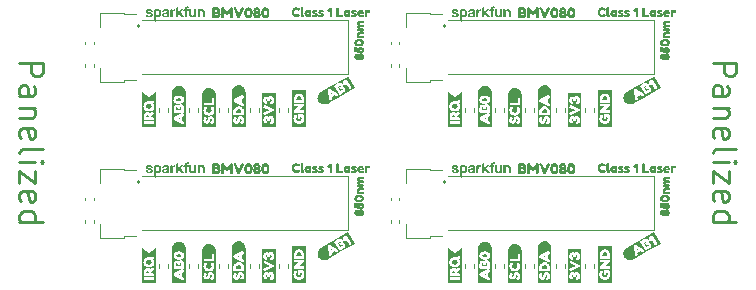
<source format=gto>
%TF.GenerationSoftware,KiCad,Pcbnew,8.0.4*%
%TF.CreationDate,2024-08-22T15:16:28-06:00*%
%TF.ProjectId,SparkFun_BMV080_panelized,53706172-6b46-4756-9e5f-424d56303830,v01*%
%TF.SameCoordinates,Original*%
%TF.FileFunction,Legend,Top*%
%TF.FilePolarity,Positive*%
%FSLAX46Y46*%
G04 Gerber Fmt 4.6, Leading zero omitted, Abs format (unit mm)*
G04 Created by KiCad (PCBNEW 8.0.4) date 2024-08-22 15:16:28*
%MOMM*%
%LPD*%
G01*
G04 APERTURE LIST*
%ADD10C,0.250000*%
%ADD11C,0.100000*%
%ADD12C,0.120000*%
%ADD13C,0.000000*%
%ADD14C,0.186499*%
G04 APERTURE END LIST*
D10*
X54087761Y8084337D02*
X56087761Y8084337D01*
X56087761Y8084337D02*
X56087761Y7322432D01*
X56087761Y7322432D02*
X55992523Y7131956D01*
X55992523Y7131956D02*
X55897285Y7036718D01*
X55897285Y7036718D02*
X55706809Y6941480D01*
X55706809Y6941480D02*
X55421095Y6941480D01*
X55421095Y6941480D02*
X55230619Y7036718D01*
X55230619Y7036718D02*
X55135380Y7131956D01*
X55135380Y7131956D02*
X55040142Y7322432D01*
X55040142Y7322432D02*
X55040142Y8084337D01*
X54087761Y5227194D02*
X55135380Y5227194D01*
X55135380Y5227194D02*
X55325857Y5322432D01*
X55325857Y5322432D02*
X55421095Y5512908D01*
X55421095Y5512908D02*
X55421095Y5893861D01*
X55421095Y5893861D02*
X55325857Y6084337D01*
X54183000Y5227194D02*
X54087761Y5417670D01*
X54087761Y5417670D02*
X54087761Y5893861D01*
X54087761Y5893861D02*
X54183000Y6084337D01*
X54183000Y6084337D02*
X54373476Y6179575D01*
X54373476Y6179575D02*
X54563952Y6179575D01*
X54563952Y6179575D02*
X54754428Y6084337D01*
X54754428Y6084337D02*
X54849666Y5893861D01*
X54849666Y5893861D02*
X54849666Y5417670D01*
X54849666Y5417670D02*
X54944904Y5227194D01*
X55421095Y4274813D02*
X54087761Y4274813D01*
X55230619Y4274813D02*
X55325857Y4179575D01*
X55325857Y4179575D02*
X55421095Y3989099D01*
X55421095Y3989099D02*
X55421095Y3703384D01*
X55421095Y3703384D02*
X55325857Y3512908D01*
X55325857Y3512908D02*
X55135380Y3417670D01*
X55135380Y3417670D02*
X54087761Y3417670D01*
X54183000Y1703384D02*
X54087761Y1893860D01*
X54087761Y1893860D02*
X54087761Y2274813D01*
X54087761Y2274813D02*
X54183000Y2465289D01*
X54183000Y2465289D02*
X54373476Y2560527D01*
X54373476Y2560527D02*
X55135380Y2560527D01*
X55135380Y2560527D02*
X55325857Y2465289D01*
X55325857Y2465289D02*
X55421095Y2274813D01*
X55421095Y2274813D02*
X55421095Y1893860D01*
X55421095Y1893860D02*
X55325857Y1703384D01*
X55325857Y1703384D02*
X55135380Y1608146D01*
X55135380Y1608146D02*
X54944904Y1608146D01*
X54944904Y1608146D02*
X54754428Y2560527D01*
X54087761Y465289D02*
X54183000Y655765D01*
X54183000Y655765D02*
X54373476Y751003D01*
X54373476Y751003D02*
X56087761Y751003D01*
X54087761Y-296616D02*
X55421095Y-296616D01*
X56087761Y-296616D02*
X55992523Y-201378D01*
X55992523Y-201378D02*
X55897285Y-296616D01*
X55897285Y-296616D02*
X55992523Y-391854D01*
X55992523Y-391854D02*
X56087761Y-296616D01*
X56087761Y-296616D02*
X55897285Y-296616D01*
X55421095Y-1058521D02*
X55421095Y-2106140D01*
X55421095Y-2106140D02*
X54087761Y-1058521D01*
X54087761Y-1058521D02*
X54087761Y-2106140D01*
X54183000Y-3629950D02*
X54087761Y-3439474D01*
X54087761Y-3439474D02*
X54087761Y-3058521D01*
X54087761Y-3058521D02*
X54183000Y-2868045D01*
X54183000Y-2868045D02*
X54373476Y-2772807D01*
X54373476Y-2772807D02*
X55135380Y-2772807D01*
X55135380Y-2772807D02*
X55325857Y-2868045D01*
X55325857Y-2868045D02*
X55421095Y-3058521D01*
X55421095Y-3058521D02*
X55421095Y-3439474D01*
X55421095Y-3439474D02*
X55325857Y-3629950D01*
X55325857Y-3629950D02*
X55135380Y-3725188D01*
X55135380Y-3725188D02*
X54944904Y-3725188D01*
X54944904Y-3725188D02*
X54754428Y-2772807D01*
X54087761Y-5439474D02*
X56087761Y-5439474D01*
X54183000Y-5439474D02*
X54087761Y-5248998D01*
X54087761Y-5248998D02*
X54087761Y-4868045D01*
X54087761Y-4868045D02*
X54183000Y-4677569D01*
X54183000Y-4677569D02*
X54278238Y-4582331D01*
X54278238Y-4582331D02*
X54468714Y-4487093D01*
X54468714Y-4487093D02*
X55040142Y-4487093D01*
X55040142Y-4487093D02*
X55230619Y-4582331D01*
X55230619Y-4582331D02*
X55325857Y-4677569D01*
X55325857Y-4677569D02*
X55421095Y-4868045D01*
X55421095Y-4868045D02*
X55421095Y-5248998D01*
X55421095Y-5248998D02*
X55325857Y-5439474D01*
X-4612239Y8084337D02*
X-2612239Y8084337D01*
X-2612239Y8084337D02*
X-2612239Y7322432D01*
X-2612239Y7322432D02*
X-2707477Y7131956D01*
X-2707477Y7131956D02*
X-2802715Y7036718D01*
X-2802715Y7036718D02*
X-2993191Y6941480D01*
X-2993191Y6941480D02*
X-3278905Y6941480D01*
X-3278905Y6941480D02*
X-3469381Y7036718D01*
X-3469381Y7036718D02*
X-3564620Y7131956D01*
X-3564620Y7131956D02*
X-3659858Y7322432D01*
X-3659858Y7322432D02*
X-3659858Y8084337D01*
X-4612239Y5227194D02*
X-3564620Y5227194D01*
X-3564620Y5227194D02*
X-3374143Y5322432D01*
X-3374143Y5322432D02*
X-3278905Y5512908D01*
X-3278905Y5512908D02*
X-3278905Y5893861D01*
X-3278905Y5893861D02*
X-3374143Y6084337D01*
X-4517000Y5227194D02*
X-4612239Y5417670D01*
X-4612239Y5417670D02*
X-4612239Y5893861D01*
X-4612239Y5893861D02*
X-4517000Y6084337D01*
X-4517000Y6084337D02*
X-4326524Y6179575D01*
X-4326524Y6179575D02*
X-4136048Y6179575D01*
X-4136048Y6179575D02*
X-3945572Y6084337D01*
X-3945572Y6084337D02*
X-3850334Y5893861D01*
X-3850334Y5893861D02*
X-3850334Y5417670D01*
X-3850334Y5417670D02*
X-3755096Y5227194D01*
X-3278905Y4274813D02*
X-4612239Y4274813D01*
X-3469381Y4274813D02*
X-3374143Y4179575D01*
X-3374143Y4179575D02*
X-3278905Y3989099D01*
X-3278905Y3989099D02*
X-3278905Y3703384D01*
X-3278905Y3703384D02*
X-3374143Y3512908D01*
X-3374143Y3512908D02*
X-3564620Y3417670D01*
X-3564620Y3417670D02*
X-4612239Y3417670D01*
X-4517000Y1703384D02*
X-4612239Y1893860D01*
X-4612239Y1893860D02*
X-4612239Y2274813D01*
X-4612239Y2274813D02*
X-4517000Y2465289D01*
X-4517000Y2465289D02*
X-4326524Y2560527D01*
X-4326524Y2560527D02*
X-3564620Y2560527D01*
X-3564620Y2560527D02*
X-3374143Y2465289D01*
X-3374143Y2465289D02*
X-3278905Y2274813D01*
X-3278905Y2274813D02*
X-3278905Y1893860D01*
X-3278905Y1893860D02*
X-3374143Y1703384D01*
X-3374143Y1703384D02*
X-3564620Y1608146D01*
X-3564620Y1608146D02*
X-3755096Y1608146D01*
X-3755096Y1608146D02*
X-3945572Y2560527D01*
X-4612239Y465289D02*
X-4517000Y655765D01*
X-4517000Y655765D02*
X-4326524Y751003D01*
X-4326524Y751003D02*
X-2612239Y751003D01*
X-4612239Y-296616D02*
X-3278905Y-296616D01*
X-2612239Y-296616D02*
X-2707477Y-201378D01*
X-2707477Y-201378D02*
X-2802715Y-296616D01*
X-2802715Y-296616D02*
X-2707477Y-391854D01*
X-2707477Y-391854D02*
X-2612239Y-296616D01*
X-2612239Y-296616D02*
X-2802715Y-296616D01*
X-3278905Y-1058521D02*
X-3278905Y-2106140D01*
X-3278905Y-2106140D02*
X-4612239Y-1058521D01*
X-4612239Y-1058521D02*
X-4612239Y-2106140D01*
X-4517000Y-3629950D02*
X-4612239Y-3439474D01*
X-4612239Y-3439474D02*
X-4612239Y-3058521D01*
X-4612239Y-3058521D02*
X-4517000Y-2868045D01*
X-4517000Y-2868045D02*
X-4326524Y-2772807D01*
X-4326524Y-2772807D02*
X-3564620Y-2772807D01*
X-3564620Y-2772807D02*
X-3374143Y-2868045D01*
X-3374143Y-2868045D02*
X-3278905Y-3058521D01*
X-3278905Y-3058521D02*
X-3278905Y-3439474D01*
X-3278905Y-3439474D02*
X-3374143Y-3629950D01*
X-3374143Y-3629950D02*
X-3564620Y-3725188D01*
X-3564620Y-3725188D02*
X-3755096Y-3725188D01*
X-3755096Y-3725188D02*
X-3945572Y-2772807D01*
X-4612239Y-5439474D02*
X-2612239Y-5439474D01*
X-4517000Y-5439474D02*
X-4612239Y-5248998D01*
X-4612239Y-5248998D02*
X-4612239Y-4868045D01*
X-4612239Y-4868045D02*
X-4517000Y-4677569D01*
X-4517000Y-4677569D02*
X-4421762Y-4582331D01*
X-4421762Y-4582331D02*
X-4231286Y-4487093D01*
X-4231286Y-4487093D02*
X-3659858Y-4487093D01*
X-3659858Y-4487093D02*
X-3469381Y-4582331D01*
X-3469381Y-4582331D02*
X-3374143Y-4677569D01*
X-3374143Y-4677569D02*
X-3278905Y-4868045D01*
X-3278905Y-4868045D02*
X-3278905Y-5248998D01*
X-3278905Y-5248998D02*
X-3374143Y-5439474D01*
D11*
X49070000Y11700000D02*
X31680000Y11700000D01*
X49070000Y-1500000D02*
X31680000Y-1500000D01*
X23170000Y11700000D02*
X5780000Y11700000D01*
X31690000Y7130000D02*
X49070000Y7130000D01*
X31690000Y-6070000D02*
X49070000Y-6070000D01*
X5790000Y7130000D02*
X23170000Y7130000D01*
X49070000Y7130000D02*
X49070000Y11700000D01*
X49070000Y-6070000D02*
X49070000Y-1500000D01*
X23170000Y7130000D02*
X23170000Y11700000D01*
X23170000Y-6070000D02*
X23170000Y-1500000D01*
X5790000Y-6070000D02*
X23170000Y-6070000D01*
X23170000Y-1500000D02*
X5780000Y-1500000D01*
D12*
%TO.C,C2*%
X26840000Y7937836D02*
X26840000Y7722164D01*
X27560000Y7937836D02*
X27560000Y7722164D01*
X26840000Y-5262164D02*
X26840000Y-5477836D01*
X27560000Y-5262164D02*
X27560000Y-5477836D01*
X940000Y7937836D02*
X940000Y7722164D01*
X1660000Y7937836D02*
X1660000Y7722164D01*
D13*
%TO.C,kibuzzard-66C4B81D*%
G36*
X50375336Y10729943D02*
G01*
X50406237Y10719070D01*
X50431989Y10687597D01*
X50440000Y10627511D01*
X50431989Y10566853D01*
X50405665Y10534807D01*
X50374192Y10523934D01*
X50335851Y10522217D01*
X50149299Y10522217D01*
X50088641Y10501044D01*
X50066896Y10440959D01*
X50089213Y10380300D01*
X50149299Y10357411D01*
X50336996Y10357411D01*
X50375336Y10355694D01*
X50406237Y10344821D01*
X50431989Y10312775D01*
X50440000Y10253262D01*
X50431989Y10194320D01*
X50406237Y10162847D01*
X50375336Y10151974D01*
X50335851Y10150258D01*
X49959313Y10150258D01*
X49921545Y10152546D01*
X49891788Y10163419D01*
X49867182Y10194893D01*
X49859742Y10254406D01*
X49866609Y10308197D01*
X49885494Y10339099D01*
X49907239Y10351688D01*
X49930701Y10355122D01*
X49881488Y10416352D01*
X49859742Y10499328D01*
X49868771Y10567743D01*
X49895858Y10624967D01*
X49941001Y10671001D01*
X50000261Y10704700D01*
X50069693Y10724920D01*
X50149299Y10731660D01*
X50336996Y10731660D01*
X50375336Y10729943D01*
G37*
G36*
X50248043Y9444360D02*
G01*
X50315378Y9417655D01*
X50374192Y9373147D01*
X50419653Y9315541D01*
X50446931Y9249542D01*
X50456023Y9175150D01*
X50451016Y9113348D01*
X50435994Y9056123D01*
X50396509Y8978298D01*
X50375908Y8954263D01*
X50306094Y8910773D01*
X50228269Y8953119D01*
X50189356Y9024077D01*
X50227124Y9101903D01*
X50245436Y9168283D01*
X50228269Y9223219D01*
X50180200Y9242675D01*
X50132704Y9222074D01*
X50113820Y9171717D01*
X50129843Y9127082D01*
X50157310Y9062990D01*
X50134421Y8988598D01*
X50100086Y8937668D01*
X50066896Y8923362D01*
X49741860Y8965708D01*
X49709814Y8971431D01*
X49678340Y8984592D01*
X49648011Y9016638D01*
X49637711Y9071001D01*
X49638856Y9333090D01*
X49641144Y9372575D01*
X49652017Y9403476D01*
X49684063Y9429227D01*
X49746438Y9437239D01*
X49803662Y9429800D01*
X49833991Y9405193D01*
X49844292Y9375436D01*
X49846009Y9338813D01*
X49846009Y9162561D01*
X49906667Y9154549D01*
X49904378Y9174006D01*
X49904378Y9179728D01*
X49913343Y9249288D01*
X49940238Y9312998D01*
X49985064Y9370858D01*
X50041717Y9416638D01*
X50104092Y9444106D01*
X50172189Y9453262D01*
X50248043Y9444360D01*
G37*
G36*
X50376481Y11636381D02*
G01*
X50407382Y11625508D01*
X50433133Y11593462D01*
X50441144Y11532804D01*
X50433133Y11473863D01*
X50406810Y11442389D01*
X50374764Y11431516D01*
X50335851Y11429800D01*
X50149299Y11429800D01*
X50088355Y11416066D01*
X50068040Y11374864D01*
X50086352Y11333090D01*
X50150443Y11321073D01*
X50336996Y11321073D01*
X50376481Y11319356D01*
X50407382Y11308484D01*
X50433133Y11276438D01*
X50441144Y11215780D01*
X50433133Y11156838D01*
X50406810Y11125365D01*
X50374764Y11114492D01*
X50335851Y11112775D01*
X50149299Y11112775D01*
X50088355Y11099041D01*
X50068040Y11057840D01*
X50088355Y11017496D01*
X50149299Y11004049D01*
X50338140Y11004049D01*
X50377053Y11002332D01*
X50407382Y10991459D01*
X50433133Y10959413D01*
X50441144Y10898755D01*
X50433133Y10839814D01*
X50407382Y10808340D01*
X50376481Y10797468D01*
X50336996Y10795751D01*
X49962747Y10795751D01*
X49923834Y10797468D01*
X49893505Y10808340D01*
X49867754Y10840386D01*
X49859742Y10901044D01*
X49873763Y10966280D01*
X49915823Y10997182D01*
X49872904Y11049256D01*
X49858598Y11109342D01*
X49867881Y11174705D01*
X49895730Y11228878D01*
X49942146Y11271860D01*
X49895730Y11320056D01*
X49867881Y11371558D01*
X49858598Y11426366D01*
X49867055Y11488487D01*
X49892424Y11540561D01*
X49934707Y11582589D01*
X49992504Y11613427D01*
X50064416Y11631930D01*
X50150443Y11638097D01*
X50336996Y11638097D01*
X50376481Y11636381D01*
G37*
G36*
X50451159Y9735665D02*
G01*
X50436567Y9681016D01*
X50413247Y9634235D01*
X50382203Y9596896D01*
X50306667Y9540815D01*
X50263748Y9520358D01*
X50216252Y9505908D01*
X50125265Y9489886D01*
X50041717Y9485308D01*
X49993648Y9486738D01*
X49945579Y9491030D01*
X49894649Y9500329D01*
X49837997Y9516781D01*
X49782203Y9539814D01*
X49733848Y9568856D01*
X49692790Y9607482D01*
X49658884Y9659270D01*
X49636137Y9722217D01*
X49628675Y9793176D01*
X49837997Y9793176D01*
X49850801Y9750114D01*
X49889213Y9719356D01*
X49953233Y9700901D01*
X50042861Y9694750D01*
X50131488Y9700830D01*
X50194793Y9719070D01*
X50232775Y9749471D01*
X50245436Y9792031D01*
X50229986Y9839528D01*
X50195079Y9868712D01*
X50143577Y9883591D01*
X50093219Y9889886D01*
X50047439Y9890458D01*
X50041717Y9890458D01*
X49952589Y9884378D01*
X49888927Y9866137D01*
X49850730Y9835737D01*
X49837997Y9793176D01*
X49628675Y9793176D01*
X49628555Y9794320D01*
X49635994Y9864421D01*
X49658312Y9925937D01*
X49691645Y9976867D01*
X49732132Y10015207D01*
X49779914Y10044249D01*
X49835136Y10067282D01*
X49891645Y10083877D01*
X49943290Y10093605D01*
X49992790Y10098326D01*
X50042861Y10099900D01*
X50094220Y10098183D01*
X50145293Y10093033D01*
X50197940Y10082876D01*
X50254020Y10066137D01*
X50308240Y10043104D01*
X50355308Y10014063D01*
X50395079Y9976009D01*
X50427411Y9925937D01*
X50448870Y9865565D01*
X50456023Y9796609D01*
X50455658Y9792031D01*
X50451159Y9735665D01*
G37*
G36*
X50447248Y8518911D02*
G01*
X50420925Y8448525D01*
X50378280Y8388884D01*
X50377053Y8387167D01*
X50320083Y8339798D01*
X50254465Y8311377D01*
X50180200Y8301903D01*
X50119924Y8310931D01*
X50064225Y8338018D01*
X50013104Y8383162D01*
X50011960Y8382017D01*
X50010815Y8383162D01*
X49949585Y8339385D01*
X49875765Y8324793D01*
X49809131Y8333694D01*
X49749617Y8360399D01*
X49710697Y8393462D01*
X50003948Y8393462D01*
X50003948Y8392318D01*
X50010815Y8383162D01*
X50011960Y8384306D01*
X50013104Y8383162D01*
X50017682Y8388884D01*
X50016538Y8388884D01*
X50011960Y8384306D01*
X50003948Y8393462D01*
X49710697Y8393462D01*
X49697225Y8404907D01*
X49656532Y8462004D01*
X49632116Y8526478D01*
X49624236Y8596037D01*
X49826552Y8596037D01*
X49838569Y8551402D01*
X49874621Y8536524D01*
X49910100Y8552546D01*
X49922044Y8594893D01*
X50116109Y8594893D01*
X50134421Y8533090D01*
X50184778Y8511345D01*
X50236853Y8534235D01*
X50255737Y8597182D01*
X50236853Y8657840D01*
X50184778Y8679585D01*
X50133848Y8657268D01*
X50116760Y8597182D01*
X50116109Y8594893D01*
X49922044Y8594893D01*
X49922690Y8597182D01*
X49910672Y8641817D01*
X49874621Y8656695D01*
X49839142Y8640672D01*
X49826552Y8596037D01*
X49624236Y8596037D01*
X49623977Y8598326D01*
X49632243Y8669285D01*
X49657040Y8732613D01*
X49698369Y8788312D01*
X49718115Y8804335D01*
X50007382Y8804335D01*
X50007382Y8802046D01*
X50011960Y8807768D01*
X50010815Y8808913D01*
X50007382Y8804335D01*
X49718115Y8804335D01*
X49751652Y8831548D01*
X49812310Y8857490D01*
X49880343Y8866137D01*
X49945579Y8851831D01*
X50010815Y8808913D01*
X50011960Y8810057D01*
X50013104Y8808913D01*
X50065751Y8853421D01*
X50121450Y8880126D01*
X50180200Y8889027D01*
X50257326Y8878981D01*
X50323898Y8848843D01*
X50379914Y8798612D01*
X50422197Y8736174D01*
X50447566Y8669412D01*
X50456023Y8598326D01*
X50455896Y8597182D01*
X50447248Y8518911D01*
G37*
G36*
X50375336Y-2470057D02*
G01*
X50406237Y-2480930D01*
X50431989Y-2512403D01*
X50440000Y-2572489D01*
X50431989Y-2633147D01*
X50405665Y-2665193D01*
X50374192Y-2676066D01*
X50335851Y-2677783D01*
X50149299Y-2677783D01*
X50088641Y-2698956D01*
X50066896Y-2759041D01*
X50089213Y-2819700D01*
X50149299Y-2842589D01*
X50336996Y-2842589D01*
X50375336Y-2844306D01*
X50406237Y-2855179D01*
X50431989Y-2887225D01*
X50440000Y-2946738D01*
X50431989Y-3005680D01*
X50406237Y-3037153D01*
X50375336Y-3048026D01*
X50335851Y-3049742D01*
X49959313Y-3049742D01*
X49921545Y-3047454D01*
X49891788Y-3036581D01*
X49867182Y-3005107D01*
X49859742Y-2945594D01*
X49866609Y-2891803D01*
X49885494Y-2860901D01*
X49907239Y-2848312D01*
X49930701Y-2844878D01*
X49881488Y-2783648D01*
X49859742Y-2700672D01*
X49868771Y-2632257D01*
X49895858Y-2575033D01*
X49941001Y-2528999D01*
X50000261Y-2495300D01*
X50069693Y-2475080D01*
X50149299Y-2468340D01*
X50336996Y-2468340D01*
X50375336Y-2470057D01*
G37*
G36*
X50248043Y-3755640D02*
G01*
X50315378Y-3782345D01*
X50374192Y-3826853D01*
X50419653Y-3884459D01*
X50446931Y-3950458D01*
X50456023Y-4024850D01*
X50451016Y-4086652D01*
X50435994Y-4143877D01*
X50396509Y-4221702D01*
X50375908Y-4245737D01*
X50306094Y-4289227D01*
X50228269Y-4246881D01*
X50189356Y-4175923D01*
X50227124Y-4098097D01*
X50245436Y-4031717D01*
X50228269Y-3976781D01*
X50180200Y-3957325D01*
X50132704Y-3977926D01*
X50113820Y-4028283D01*
X50129843Y-4072918D01*
X50157310Y-4137010D01*
X50134421Y-4211402D01*
X50100086Y-4262332D01*
X50066896Y-4276638D01*
X49741860Y-4234292D01*
X49709814Y-4228569D01*
X49678340Y-4215408D01*
X49648011Y-4183362D01*
X49637711Y-4128999D01*
X49638856Y-3866910D01*
X49641144Y-3827425D01*
X49652017Y-3796524D01*
X49684063Y-3770773D01*
X49746438Y-3762761D01*
X49803662Y-3770200D01*
X49833991Y-3794807D01*
X49844292Y-3824564D01*
X49846009Y-3861187D01*
X49846009Y-4037439D01*
X49906667Y-4045451D01*
X49904378Y-4025994D01*
X49904378Y-4020272D01*
X49913343Y-3950712D01*
X49940238Y-3887002D01*
X49985064Y-3829142D01*
X50041717Y-3783362D01*
X50104092Y-3755894D01*
X50172189Y-3746738D01*
X50248043Y-3755640D01*
G37*
G36*
X50376481Y-1563619D02*
G01*
X50407382Y-1574492D01*
X50433133Y-1606538D01*
X50441144Y-1667196D01*
X50433133Y-1726137D01*
X50406810Y-1757611D01*
X50374764Y-1768484D01*
X50335851Y-1770200D01*
X50149299Y-1770200D01*
X50088355Y-1783934D01*
X50068040Y-1825136D01*
X50086352Y-1866910D01*
X50150443Y-1878927D01*
X50336996Y-1878927D01*
X50376481Y-1880644D01*
X50407382Y-1891516D01*
X50433133Y-1923562D01*
X50441144Y-1984220D01*
X50433133Y-2043162D01*
X50406810Y-2074635D01*
X50374764Y-2085508D01*
X50335851Y-2087225D01*
X50149299Y-2087225D01*
X50088355Y-2100959D01*
X50068040Y-2142160D01*
X50088355Y-2182504D01*
X50149299Y-2195951D01*
X50338140Y-2195951D01*
X50377053Y-2197668D01*
X50407382Y-2208541D01*
X50433133Y-2240587D01*
X50441144Y-2301245D01*
X50433133Y-2360186D01*
X50407382Y-2391660D01*
X50376481Y-2402532D01*
X50336996Y-2404249D01*
X49962747Y-2404249D01*
X49923834Y-2402532D01*
X49893505Y-2391660D01*
X49867754Y-2359614D01*
X49859742Y-2298956D01*
X49873763Y-2233720D01*
X49915823Y-2202818D01*
X49872904Y-2150744D01*
X49858598Y-2090658D01*
X49867881Y-2025295D01*
X49895730Y-1971122D01*
X49942146Y-1928140D01*
X49895730Y-1879944D01*
X49867881Y-1828442D01*
X49858598Y-1773634D01*
X49867055Y-1711513D01*
X49892424Y-1659439D01*
X49934707Y-1617411D01*
X49992504Y-1586573D01*
X50064416Y-1568070D01*
X50150443Y-1561903D01*
X50336996Y-1561903D01*
X50376481Y-1563619D01*
G37*
G36*
X50451159Y-3464335D02*
G01*
X50436567Y-3518984D01*
X50413247Y-3565765D01*
X50382203Y-3603104D01*
X50306667Y-3659185D01*
X50263748Y-3679642D01*
X50216252Y-3694092D01*
X50125265Y-3710114D01*
X50041717Y-3714692D01*
X49993648Y-3713262D01*
X49945579Y-3708970D01*
X49894649Y-3699671D01*
X49837997Y-3683219D01*
X49782203Y-3660186D01*
X49733848Y-3631144D01*
X49692790Y-3592518D01*
X49658884Y-3540730D01*
X49636137Y-3477783D01*
X49628675Y-3406824D01*
X49837997Y-3406824D01*
X49850801Y-3449886D01*
X49889213Y-3480644D01*
X49953233Y-3499099D01*
X50042861Y-3505250D01*
X50131488Y-3499170D01*
X50194793Y-3480930D01*
X50232775Y-3450529D01*
X50245436Y-3407969D01*
X50229986Y-3360472D01*
X50195079Y-3331288D01*
X50143577Y-3316409D01*
X50093219Y-3310114D01*
X50047439Y-3309542D01*
X50041717Y-3309542D01*
X49952589Y-3315622D01*
X49888927Y-3333863D01*
X49850730Y-3364263D01*
X49837997Y-3406824D01*
X49628675Y-3406824D01*
X49628555Y-3405680D01*
X49635994Y-3335579D01*
X49658312Y-3274063D01*
X49691645Y-3223133D01*
X49732132Y-3184793D01*
X49779914Y-3155751D01*
X49835136Y-3132718D01*
X49891645Y-3116123D01*
X49943290Y-3106395D01*
X49992790Y-3101674D01*
X50042861Y-3100100D01*
X50094220Y-3101817D01*
X50145293Y-3106967D01*
X50197940Y-3117124D01*
X50254020Y-3133863D01*
X50308240Y-3156896D01*
X50355308Y-3185937D01*
X50395079Y-3223991D01*
X50427411Y-3274063D01*
X50448870Y-3334435D01*
X50456023Y-3403391D01*
X50455658Y-3407969D01*
X50451159Y-3464335D01*
G37*
G36*
X50447248Y-4681089D02*
G01*
X50420925Y-4751475D01*
X50378280Y-4811116D01*
X50377053Y-4812833D01*
X50320083Y-4860202D01*
X50254465Y-4888623D01*
X50180200Y-4898097D01*
X50119924Y-4889069D01*
X50064225Y-4861982D01*
X50013104Y-4816838D01*
X50011960Y-4817983D01*
X50010815Y-4816838D01*
X49949585Y-4860615D01*
X49875765Y-4875207D01*
X49809131Y-4866306D01*
X49749617Y-4839601D01*
X49710697Y-4806538D01*
X50003948Y-4806538D01*
X50003948Y-4807682D01*
X50010815Y-4816838D01*
X50011960Y-4815694D01*
X50013104Y-4816838D01*
X50017682Y-4811116D01*
X50016538Y-4811116D01*
X50011960Y-4815694D01*
X50003948Y-4806538D01*
X49710697Y-4806538D01*
X49697225Y-4795093D01*
X49656532Y-4737996D01*
X49632116Y-4673522D01*
X49624236Y-4603963D01*
X49826552Y-4603963D01*
X49838569Y-4648598D01*
X49874621Y-4663476D01*
X49910100Y-4647454D01*
X49922044Y-4605107D01*
X50116109Y-4605107D01*
X50134421Y-4666910D01*
X50184778Y-4688655D01*
X50236853Y-4665765D01*
X50255737Y-4602818D01*
X50236853Y-4542160D01*
X50184778Y-4520415D01*
X50133848Y-4542732D01*
X50116760Y-4602818D01*
X50116109Y-4605107D01*
X49922044Y-4605107D01*
X49922690Y-4602818D01*
X49910672Y-4558183D01*
X49874621Y-4543305D01*
X49839142Y-4559328D01*
X49826552Y-4603963D01*
X49624236Y-4603963D01*
X49623977Y-4601674D01*
X49632243Y-4530715D01*
X49657040Y-4467387D01*
X49698369Y-4411688D01*
X49718115Y-4395665D01*
X50007382Y-4395665D01*
X50007382Y-4397954D01*
X50011960Y-4392232D01*
X50010815Y-4391087D01*
X50007382Y-4395665D01*
X49718115Y-4395665D01*
X49751652Y-4368452D01*
X49812310Y-4342510D01*
X49880343Y-4333863D01*
X49945579Y-4348169D01*
X50010815Y-4391087D01*
X50011960Y-4389943D01*
X50013104Y-4391087D01*
X50065751Y-4346579D01*
X50121450Y-4319874D01*
X50180200Y-4310973D01*
X50257326Y-4321019D01*
X50323898Y-4351157D01*
X50379914Y-4401388D01*
X50422197Y-4463826D01*
X50447566Y-4530588D01*
X50456023Y-4601674D01*
X50455896Y-4602818D01*
X50447248Y-4681089D01*
G37*
G36*
X24475336Y10729943D02*
G01*
X24506237Y10719070D01*
X24531989Y10687597D01*
X24540000Y10627511D01*
X24531989Y10566853D01*
X24505665Y10534807D01*
X24474192Y10523934D01*
X24435851Y10522217D01*
X24249299Y10522217D01*
X24188641Y10501044D01*
X24166896Y10440959D01*
X24189213Y10380300D01*
X24249299Y10357411D01*
X24436996Y10357411D01*
X24475336Y10355694D01*
X24506237Y10344821D01*
X24531989Y10312775D01*
X24540000Y10253262D01*
X24531989Y10194320D01*
X24506237Y10162847D01*
X24475336Y10151974D01*
X24435851Y10150258D01*
X24059313Y10150258D01*
X24021545Y10152546D01*
X23991788Y10163419D01*
X23967182Y10194893D01*
X23959742Y10254406D01*
X23966609Y10308197D01*
X23985494Y10339099D01*
X24007239Y10351688D01*
X24030701Y10355122D01*
X23981488Y10416352D01*
X23959742Y10499328D01*
X23968771Y10567743D01*
X23995858Y10624967D01*
X24041001Y10671001D01*
X24100261Y10704700D01*
X24169693Y10724920D01*
X24249299Y10731660D01*
X24436996Y10731660D01*
X24475336Y10729943D01*
G37*
G36*
X24348043Y9444360D02*
G01*
X24415378Y9417655D01*
X24474192Y9373147D01*
X24519653Y9315541D01*
X24546931Y9249542D01*
X24556023Y9175150D01*
X24551016Y9113348D01*
X24535994Y9056123D01*
X24496509Y8978298D01*
X24475908Y8954263D01*
X24406094Y8910773D01*
X24328269Y8953119D01*
X24289356Y9024077D01*
X24327124Y9101903D01*
X24345436Y9168283D01*
X24328269Y9223219D01*
X24280200Y9242675D01*
X24232704Y9222074D01*
X24213820Y9171717D01*
X24229843Y9127082D01*
X24257310Y9062990D01*
X24234421Y8988598D01*
X24200086Y8937668D01*
X24166896Y8923362D01*
X23841860Y8965708D01*
X23809814Y8971431D01*
X23778340Y8984592D01*
X23748011Y9016638D01*
X23737711Y9071001D01*
X23738856Y9333090D01*
X23741144Y9372575D01*
X23752017Y9403476D01*
X23784063Y9429227D01*
X23846438Y9437239D01*
X23903662Y9429800D01*
X23933991Y9405193D01*
X23944292Y9375436D01*
X23946009Y9338813D01*
X23946009Y9162561D01*
X24006667Y9154549D01*
X24004378Y9174006D01*
X24004378Y9179728D01*
X24013343Y9249288D01*
X24040238Y9312998D01*
X24085064Y9370858D01*
X24141717Y9416638D01*
X24204092Y9444106D01*
X24272189Y9453262D01*
X24348043Y9444360D01*
G37*
G36*
X24476481Y11636381D02*
G01*
X24507382Y11625508D01*
X24533133Y11593462D01*
X24541144Y11532804D01*
X24533133Y11473863D01*
X24506810Y11442389D01*
X24474764Y11431516D01*
X24435851Y11429800D01*
X24249299Y11429800D01*
X24188355Y11416066D01*
X24168040Y11374864D01*
X24186352Y11333090D01*
X24250443Y11321073D01*
X24436996Y11321073D01*
X24476481Y11319356D01*
X24507382Y11308484D01*
X24533133Y11276438D01*
X24541144Y11215780D01*
X24533133Y11156838D01*
X24506810Y11125365D01*
X24474764Y11114492D01*
X24435851Y11112775D01*
X24249299Y11112775D01*
X24188355Y11099041D01*
X24168040Y11057840D01*
X24188355Y11017496D01*
X24249299Y11004049D01*
X24438140Y11004049D01*
X24477053Y11002332D01*
X24507382Y10991459D01*
X24533133Y10959413D01*
X24541144Y10898755D01*
X24533133Y10839814D01*
X24507382Y10808340D01*
X24476481Y10797468D01*
X24436996Y10795751D01*
X24062747Y10795751D01*
X24023834Y10797468D01*
X23993505Y10808340D01*
X23967754Y10840386D01*
X23959742Y10901044D01*
X23973763Y10966280D01*
X24015823Y10997182D01*
X23972904Y11049256D01*
X23958598Y11109342D01*
X23967881Y11174705D01*
X23995730Y11228878D01*
X24042146Y11271860D01*
X23995730Y11320056D01*
X23967881Y11371558D01*
X23958598Y11426366D01*
X23967055Y11488487D01*
X23992424Y11540561D01*
X24034707Y11582589D01*
X24092504Y11613427D01*
X24164416Y11631930D01*
X24250443Y11638097D01*
X24436996Y11638097D01*
X24476481Y11636381D01*
G37*
G36*
X24551159Y9735665D02*
G01*
X24536567Y9681016D01*
X24513247Y9634235D01*
X24482203Y9596896D01*
X24406667Y9540815D01*
X24363748Y9520358D01*
X24316252Y9505908D01*
X24225265Y9489886D01*
X24141717Y9485308D01*
X24093648Y9486738D01*
X24045579Y9491030D01*
X23994649Y9500329D01*
X23937997Y9516781D01*
X23882203Y9539814D01*
X23833848Y9568856D01*
X23792790Y9607482D01*
X23758884Y9659270D01*
X23736137Y9722217D01*
X23728675Y9793176D01*
X23937997Y9793176D01*
X23950801Y9750114D01*
X23989213Y9719356D01*
X24053233Y9700901D01*
X24142861Y9694750D01*
X24231488Y9700830D01*
X24294793Y9719070D01*
X24332775Y9749471D01*
X24345436Y9792031D01*
X24329986Y9839528D01*
X24295079Y9868712D01*
X24243577Y9883591D01*
X24193219Y9889886D01*
X24147439Y9890458D01*
X24141717Y9890458D01*
X24052589Y9884378D01*
X23988927Y9866137D01*
X23950730Y9835737D01*
X23937997Y9793176D01*
X23728675Y9793176D01*
X23728555Y9794320D01*
X23735994Y9864421D01*
X23758312Y9925937D01*
X23791645Y9976867D01*
X23832132Y10015207D01*
X23879914Y10044249D01*
X23935136Y10067282D01*
X23991645Y10083877D01*
X24043290Y10093605D01*
X24092790Y10098326D01*
X24142861Y10099900D01*
X24194220Y10098183D01*
X24245293Y10093033D01*
X24297940Y10082876D01*
X24354020Y10066137D01*
X24408240Y10043104D01*
X24455308Y10014063D01*
X24495079Y9976009D01*
X24527411Y9925937D01*
X24548870Y9865565D01*
X24556023Y9796609D01*
X24555658Y9792031D01*
X24551159Y9735665D01*
G37*
G36*
X24547248Y8518911D02*
G01*
X24520925Y8448525D01*
X24478280Y8388884D01*
X24477053Y8387167D01*
X24420083Y8339798D01*
X24354465Y8311377D01*
X24280200Y8301903D01*
X24219924Y8310931D01*
X24164225Y8338018D01*
X24113104Y8383162D01*
X24111960Y8382017D01*
X24110815Y8383162D01*
X24049585Y8339385D01*
X23975765Y8324793D01*
X23909131Y8333694D01*
X23849617Y8360399D01*
X23810697Y8393462D01*
X24103948Y8393462D01*
X24103948Y8392318D01*
X24110815Y8383162D01*
X24111960Y8384306D01*
X24113104Y8383162D01*
X24117682Y8388884D01*
X24116538Y8388884D01*
X24111960Y8384306D01*
X24103948Y8393462D01*
X23810697Y8393462D01*
X23797225Y8404907D01*
X23756532Y8462004D01*
X23732116Y8526478D01*
X23724236Y8596037D01*
X23926552Y8596037D01*
X23938569Y8551402D01*
X23974621Y8536524D01*
X24010100Y8552546D01*
X24022044Y8594893D01*
X24216109Y8594893D01*
X24234421Y8533090D01*
X24284778Y8511345D01*
X24336853Y8534235D01*
X24355737Y8597182D01*
X24336853Y8657840D01*
X24284778Y8679585D01*
X24233848Y8657268D01*
X24216760Y8597182D01*
X24216109Y8594893D01*
X24022044Y8594893D01*
X24022690Y8597182D01*
X24010672Y8641817D01*
X23974621Y8656695D01*
X23939142Y8640672D01*
X23926552Y8596037D01*
X23724236Y8596037D01*
X23723977Y8598326D01*
X23732243Y8669285D01*
X23757040Y8732613D01*
X23798369Y8788312D01*
X23818115Y8804335D01*
X24107382Y8804335D01*
X24107382Y8802046D01*
X24111960Y8807768D01*
X24110815Y8808913D01*
X24107382Y8804335D01*
X23818115Y8804335D01*
X23851652Y8831548D01*
X23912310Y8857490D01*
X23980343Y8866137D01*
X24045579Y8851831D01*
X24110815Y8808913D01*
X24111960Y8810057D01*
X24113104Y8808913D01*
X24165751Y8853421D01*
X24221450Y8880126D01*
X24280200Y8889027D01*
X24357326Y8878981D01*
X24423898Y8848843D01*
X24479914Y8798612D01*
X24522197Y8736174D01*
X24547566Y8669412D01*
X24556023Y8598326D01*
X24555896Y8597182D01*
X24547248Y8518911D01*
G37*
D12*
%TO.C,R3*%
X38220000Y3906359D02*
X38220000Y4213641D01*
X38980000Y3906359D02*
X38980000Y4213641D01*
X38220000Y-9293641D02*
X38220000Y-8986359D01*
X38980000Y-9293641D02*
X38980000Y-8986359D01*
X12320000Y3906359D02*
X12320000Y4213641D01*
X13080000Y3906359D02*
X13080000Y4213641D01*
D13*
%TO.C,G\u002A\u002A\u002A*%
G36*
X34732595Y12368092D02*
G01*
X34957344Y12601730D01*
X35168269Y12601730D01*
X34923362Y12363038D01*
X35195745Y11952633D01*
X34979825Y11952633D01*
X34801664Y12242676D01*
X34732595Y12176047D01*
X34732595Y11952633D01*
X34554317Y11952633D01*
X34554317Y12751253D01*
X34732595Y12849019D01*
X34732595Y12368092D01*
G37*
G36*
X34449005Y12619222D02*
G01*
X34451565Y12619132D01*
X34454099Y12618986D01*
X34456608Y12618786D01*
X34461560Y12618232D01*
X34466436Y12617487D01*
X34471248Y12616571D01*
X34476012Y12615502D01*
X34480742Y12614298D01*
X34485453Y12612978D01*
X34485453Y12447305D01*
X34478873Y12448607D01*
X34471537Y12449796D01*
X34463617Y12450855D01*
X34455290Y12451764D01*
X34446728Y12452504D01*
X34438106Y12453056D01*
X34429598Y12453402D01*
X34421380Y12453521D01*
X34409279Y12453251D01*
X34397685Y12452450D01*
X34386589Y12451130D01*
X34375984Y12449304D01*
X34365861Y12446986D01*
X34356213Y12444188D01*
X34347032Y12440922D01*
X34338308Y12437202D01*
X34330036Y12433041D01*
X34322205Y12428452D01*
X34314809Y12423447D01*
X34307839Y12418039D01*
X34301288Y12412241D01*
X34295146Y12406066D01*
X34289407Y12399526D01*
X34284062Y12392636D01*
X34279104Y12385407D01*
X34274523Y12377852D01*
X34270312Y12369984D01*
X34266464Y12361817D01*
X34262970Y12353362D01*
X34259821Y12344634D01*
X34257011Y12335644D01*
X34254530Y12326405D01*
X34252371Y12316931D01*
X34250527Y12307234D01*
X34247747Y12287223D01*
X34246126Y12266476D01*
X34245600Y12245095D01*
X34245600Y11952612D01*
X34067322Y11952612D01*
X34067322Y12571444D01*
X34236828Y12601708D01*
X34236828Y12481114D01*
X34239268Y12481114D01*
X34242594Y12488696D01*
X34246206Y12496125D01*
X34250097Y12503394D01*
X34254256Y12510499D01*
X34258677Y12517433D01*
X34263351Y12524191D01*
X34268269Y12530766D01*
X34273424Y12537154D01*
X34278806Y12543349D01*
X34284409Y12549344D01*
X34290222Y12555134D01*
X34296239Y12560714D01*
X34302450Y12566077D01*
X34308848Y12571218D01*
X34315424Y12576131D01*
X34322169Y12580811D01*
X34329077Y12585251D01*
X34336137Y12589446D01*
X34343342Y12593391D01*
X34350684Y12597079D01*
X34358154Y12600505D01*
X34365744Y12603663D01*
X34373446Y12606548D01*
X34381251Y12609153D01*
X34389152Y12611473D01*
X34397138Y12613503D01*
X34405204Y12615235D01*
X34413339Y12616666D01*
X34421537Y12617789D01*
X34429787Y12618598D01*
X34438083Y12619087D01*
X34446416Y12619252D01*
X34449005Y12619222D01*
G37*
G36*
X35533287Y12848837D02*
G01*
X35545176Y12848393D01*
X35557102Y12847743D01*
X35569018Y12846961D01*
X35592621Y12845301D01*
X35604209Y12844571D01*
X35615591Y12844006D01*
X35615591Y12710864D01*
X35607540Y12711779D01*
X35599395Y12712566D01*
X35591191Y12713226D01*
X35582959Y12713761D01*
X35574733Y12714174D01*
X35566545Y12714466D01*
X35558428Y12714640D01*
X35550415Y12714698D01*
X35541572Y12714459D01*
X35537411Y12714156D01*
X35533420Y12713729D01*
X35529598Y12713173D01*
X35525942Y12712487D01*
X35522450Y12711668D01*
X35519121Y12710713D01*
X35515951Y12709621D01*
X35512940Y12708388D01*
X35510084Y12707011D01*
X35507383Y12705489D01*
X35504834Y12703819D01*
X35502434Y12701999D01*
X35500182Y12700025D01*
X35498076Y12697895D01*
X35496113Y12695608D01*
X35494292Y12693159D01*
X35492611Y12690547D01*
X35491067Y12687769D01*
X35489658Y12684823D01*
X35488383Y12681705D01*
X35487238Y12678415D01*
X35486224Y12674948D01*
X35485336Y12671303D01*
X35484573Y12667477D01*
X35483933Y12663467D01*
X35483415Y12659271D01*
X35482732Y12650310D01*
X35482508Y12640575D01*
X35482508Y12601713D01*
X35605484Y12601713D01*
X35605484Y12482454D01*
X35482508Y12482454D01*
X35482508Y11952558D01*
X35304230Y11952558D01*
X35304230Y12482454D01*
X35128392Y12482454D01*
X35249916Y12601713D01*
X35304230Y12601713D01*
X35304230Y12651787D01*
X35304440Y12662523D01*
X35305070Y12673051D01*
X35306120Y12683363D01*
X35307592Y12693450D01*
X35309485Y12703303D01*
X35311800Y12712913D01*
X35314537Y12722271D01*
X35317697Y12731370D01*
X35321280Y12740199D01*
X35325286Y12748751D01*
X35329717Y12757016D01*
X35334572Y12764987D01*
X35339852Y12772654D01*
X35345557Y12780008D01*
X35351689Y12787041D01*
X35358246Y12793744D01*
X35365230Y12800108D01*
X35372641Y12806125D01*
X35380480Y12811786D01*
X35388746Y12817082D01*
X35397441Y12822004D01*
X35406565Y12826544D01*
X35416118Y12830694D01*
X35426101Y12834443D01*
X35436514Y12837784D01*
X35447358Y12840708D01*
X35458632Y12843206D01*
X35470338Y12845269D01*
X35482476Y12846889D01*
X35495047Y12848057D01*
X35508050Y12848764D01*
X35521486Y12849002D01*
X35533287Y12848837D01*
G37*
G36*
X35833912Y12235145D02*
G01*
X35834271Y12215760D01*
X35835371Y12197639D01*
X35837248Y12180782D01*
X35839935Y12165187D01*
X35843468Y12150851D01*
X35847881Y12137772D01*
X35850428Y12131704D01*
X35853208Y12125949D01*
X35856226Y12120507D01*
X35859486Y12115379D01*
X35862992Y12110563D01*
X35866748Y12106060D01*
X35870759Y12101869D01*
X35875029Y12097990D01*
X35879562Y12094423D01*
X35884363Y12091167D01*
X35889437Y12088223D01*
X35894786Y12085589D01*
X35900417Y12083267D01*
X35906333Y12081255D01*
X35912538Y12079553D01*
X35919037Y12078161D01*
X35925834Y12077079D01*
X35932934Y12076306D01*
X35940341Y12075843D01*
X35948059Y12075689D01*
X35956970Y12075848D01*
X35965558Y12076328D01*
X35973828Y12077133D01*
X35981780Y12078267D01*
X35989418Y12079736D01*
X35996744Y12081543D01*
X36003761Y12083692D01*
X36010471Y12086188D01*
X36016877Y12089036D01*
X36022981Y12092239D01*
X36028787Y12095802D01*
X36034296Y12099730D01*
X36039511Y12104026D01*
X36044435Y12108695D01*
X36049070Y12113741D01*
X36053419Y12119169D01*
X36057485Y12124983D01*
X36061270Y12131187D01*
X36064776Y12137786D01*
X36068006Y12144784D01*
X36070964Y12152185D01*
X36073650Y12159994D01*
X36076069Y12168215D01*
X36078222Y12176852D01*
X36080112Y12185910D01*
X36081742Y12195393D01*
X36083114Y12205305D01*
X36084230Y12215651D01*
X36085094Y12226436D01*
X36085708Y12237662D01*
X36086196Y12261460D01*
X36086196Y12601692D01*
X36264532Y12601692D01*
X36264532Y11952596D01*
X36094968Y11952596D01*
X36094968Y12043042D01*
X36091192Y12043042D01*
X36086871Y12036216D01*
X36082364Y12029624D01*
X36077678Y12023265D01*
X36072818Y12017137D01*
X36067793Y12011241D01*
X36062607Y12005573D01*
X36057268Y12000134D01*
X36051782Y11994923D01*
X36046155Y11989937D01*
X36040394Y11985177D01*
X36034506Y11980640D01*
X36028496Y11976326D01*
X36016139Y11968361D01*
X36003375Y11961273D01*
X35990255Y11955054D01*
X35976832Y11949693D01*
X35963157Y11945182D01*
X35949282Y11941511D01*
X35935259Y11938672D01*
X35921139Y11936655D01*
X35906974Y11935452D01*
X35892815Y11935053D01*
X35875458Y11935364D01*
X35858915Y11936290D01*
X35843168Y11937822D01*
X35828201Y11939950D01*
X35813995Y11942664D01*
X35800535Y11945955D01*
X35787803Y11949813D01*
X35775781Y11954228D01*
X35764453Y11959191D01*
X35753800Y11964693D01*
X35743806Y11970723D01*
X35734454Y11977272D01*
X35725726Y11984330D01*
X35717605Y11991888D01*
X35710074Y11999936D01*
X35703115Y12008464D01*
X35696712Y12017463D01*
X35690847Y12026923D01*
X35685503Y12036835D01*
X35680662Y12047188D01*
X35676307Y12057973D01*
X35672422Y12069182D01*
X35668989Y12080802D01*
X35665990Y12092827D01*
X35661227Y12118047D01*
X35657996Y12144764D01*
X35656158Y12172901D01*
X35655576Y12202382D01*
X35655576Y12601692D01*
X35833912Y12601692D01*
X35833912Y12235145D01*
G37*
G36*
X36751997Y12618900D02*
G01*
X36768540Y12617974D01*
X36784287Y12616441D01*
X36799254Y12614312D01*
X36813459Y12611597D01*
X36826919Y12608305D01*
X36839652Y12604445D01*
X36851674Y12600028D01*
X36863002Y12595063D01*
X36873655Y12589560D01*
X36883648Y12583528D01*
X36893001Y12576977D01*
X36901729Y12569917D01*
X36909850Y12562358D01*
X36917381Y12554308D01*
X36924339Y12545778D01*
X36930743Y12536778D01*
X36936608Y12527317D01*
X36941952Y12517405D01*
X36946793Y12507051D01*
X36951148Y12496265D01*
X36955033Y12485057D01*
X36958466Y12473436D01*
X36961465Y12461413D01*
X36966228Y12436196D01*
X36969459Y12409484D01*
X36971297Y12381353D01*
X36971879Y12351882D01*
X36971879Y11952572D01*
X36793601Y11952572D01*
X36793601Y12319119D01*
X36793241Y12338505D01*
X36792137Y12356628D01*
X36790254Y12373487D01*
X36787560Y12389086D01*
X36784018Y12403427D01*
X36779596Y12416511D01*
X36777043Y12422582D01*
X36774257Y12428339D01*
X36771234Y12433784D01*
X36767969Y12438915D01*
X36764458Y12443733D01*
X36760696Y12448239D01*
X36756680Y12452433D01*
X36752405Y12456315D01*
X36747866Y12459884D01*
X36743060Y12463142D01*
X36737982Y12466089D01*
X36732628Y12468724D01*
X36726994Y12471049D01*
X36721074Y12473063D01*
X36714866Y12474766D01*
X36708364Y12476159D01*
X36701565Y12477242D01*
X36694464Y12478016D01*
X36687056Y12478479D01*
X36679338Y12478634D01*
X36670438Y12478475D01*
X36661859Y12477995D01*
X36653600Y12477190D01*
X36645657Y12476055D01*
X36638029Y12474586D01*
X36630712Y12472779D01*
X36623704Y12470629D01*
X36617002Y12468132D01*
X36610604Y12465284D01*
X36604508Y12462080D01*
X36598709Y12458516D01*
X36593207Y12454587D01*
X36587999Y12450289D01*
X36583081Y12445618D01*
X36578452Y12440570D01*
X36574108Y12435139D01*
X36570048Y12429322D01*
X36566268Y12423115D01*
X36562766Y12416512D01*
X36559540Y12409510D01*
X36556587Y12402105D01*
X36553904Y12394291D01*
X36551488Y12386064D01*
X36549338Y12377421D01*
X36547451Y12368357D01*
X36545823Y12358867D01*
X36544453Y12348947D01*
X36543338Y12338593D01*
X36542475Y12327800D01*
X36541862Y12316564D01*
X36541375Y12292746D01*
X36541375Y11952572D01*
X36362981Y11952572D01*
X36362981Y12601668D01*
X36532429Y12601668D01*
X36532429Y12511281D01*
X36536263Y12511281D01*
X36540589Y12518101D01*
X36545100Y12524689D01*
X36549789Y12531043D01*
X36554651Y12537166D01*
X36559678Y12543059D01*
X36564864Y12548722D01*
X36570204Y12554158D01*
X36575690Y12559366D01*
X36581315Y12564349D01*
X36587075Y12569107D01*
X36592962Y12573641D01*
X36598969Y12577953D01*
X36611321Y12585914D01*
X36624080Y12592998D01*
X36637194Y12599216D01*
X36650613Y12604575D01*
X36664284Y12609085D01*
X36678156Y12612754D01*
X36692180Y12615593D01*
X36706302Y12617609D01*
X36720472Y12618812D01*
X36734640Y12619211D01*
X36751997Y12618900D01*
G37*
G36*
X33028548Y12618725D02*
G01*
X33046636Y12617311D01*
X33064078Y12614985D01*
X33080876Y12611776D01*
X33097034Y12607709D01*
X33112556Y12602810D01*
X33127445Y12597106D01*
X33141706Y12590624D01*
X33155341Y12583390D01*
X33168355Y12575430D01*
X33180751Y12566771D01*
X33192533Y12557440D01*
X33203704Y12547462D01*
X33214269Y12536864D01*
X33224230Y12525673D01*
X33233592Y12513915D01*
X33242358Y12501616D01*
X33250532Y12488803D01*
X33258117Y12475503D01*
X33265118Y12461742D01*
X33271538Y12447545D01*
X33277380Y12432941D01*
X33282648Y12417954D01*
X33287346Y12402613D01*
X33291478Y12386942D01*
X33295047Y12370969D01*
X33300511Y12338220D01*
X33303767Y12304579D01*
X33304846Y12270257D01*
X33303742Y12237926D01*
X33300428Y12206084D01*
X33294899Y12174951D01*
X33287152Y12144748D01*
X33277183Y12115694D01*
X33264989Y12088011D01*
X33258057Y12074752D01*
X33250567Y12061918D01*
X33242518Y12049536D01*
X33233911Y12037636D01*
X33224745Y12026243D01*
X33215020Y12015385D01*
X33204734Y12005090D01*
X33193889Y11995386D01*
X33182482Y11986300D01*
X33170514Y11977859D01*
X33157984Y11970091D01*
X33144891Y11963025D01*
X33131237Y11956686D01*
X33117018Y11951103D01*
X33102237Y11946304D01*
X33086891Y11942315D01*
X33070980Y11939165D01*
X33054505Y11936880D01*
X33037464Y11935490D01*
X33019858Y11935020D01*
X33005107Y11935416D01*
X32990565Y11936602D01*
X32976261Y11938572D01*
X32962225Y11941319D01*
X32948486Y11944838D01*
X32935073Y11949123D01*
X32922015Y11954169D01*
X32909341Y11959969D01*
X32897082Y11966519D01*
X32885266Y11973811D01*
X32873922Y11981840D01*
X32863080Y11990601D01*
X32852769Y12000087D01*
X32843018Y12010294D01*
X32833857Y12021214D01*
X32825314Y12032843D01*
X32822700Y12032843D01*
X32822700Y11565510D01*
X32644422Y11724096D01*
X32644422Y12275252D01*
X32816485Y12275252D01*
X32816962Y12255566D01*
X32818430Y12236138D01*
X32820941Y12217107D01*
X32824546Y12198614D01*
X32829297Y12180798D01*
X32835248Y12163799D01*
X32842449Y12147756D01*
X32846535Y12140136D01*
X32850954Y12132809D01*
X32855711Y12125790D01*
X32860814Y12119097D01*
X32866268Y12112748D01*
X32872081Y12106760D01*
X32878259Y12101151D01*
X32884809Y12095939D01*
X32891736Y12091140D01*
X32899048Y12086771D01*
X32906751Y12082852D01*
X32914851Y12079398D01*
X32923355Y12076428D01*
X32932270Y12073959D01*
X32941602Y12072008D01*
X32951358Y12070593D01*
X32961543Y12069731D01*
X32972166Y12069440D01*
X32982881Y12069731D01*
X32993141Y12070593D01*
X33002951Y12072008D01*
X33012321Y12073959D01*
X33021257Y12076428D01*
X33029767Y12079398D01*
X33037859Y12082852D01*
X33045541Y12086771D01*
X33052819Y12091140D01*
X33059702Y12095939D01*
X33066197Y12101151D01*
X33072312Y12106760D01*
X33078055Y12112748D01*
X33083432Y12119097D01*
X33088453Y12125790D01*
X33093123Y12132809D01*
X33097452Y12140136D01*
X33101446Y12147756D01*
X33105113Y12155649D01*
X33108461Y12163799D01*
X33111498Y12172188D01*
X33114230Y12180798D01*
X33116666Y12189613D01*
X33118814Y12198614D01*
X33122272Y12217107D01*
X33124668Y12236138D01*
X33126060Y12255566D01*
X33126511Y12275252D01*
X33126018Y12294771D01*
X33124510Y12314165D01*
X33121941Y12333276D01*
X33118264Y12351950D01*
X33113433Y12370029D01*
X33107401Y12387357D01*
X33100124Y12403778D01*
X33096004Y12411598D01*
X33091555Y12419134D01*
X33086771Y12426364D01*
X33081647Y12433270D01*
X33076177Y12439831D01*
X33070355Y12446028D01*
X33064175Y12451842D01*
X33057632Y12457253D01*
X33050720Y12462242D01*
X33043433Y12466788D01*
X33035765Y12470873D01*
X33027711Y12474477D01*
X33019264Y12477580D01*
X33010419Y12480163D01*
X33001171Y12482205D01*
X32991513Y12483689D01*
X32981440Y12484593D01*
X32970946Y12484899D01*
X32960225Y12484597D01*
X32949960Y12483702D01*
X32940144Y12482235D01*
X32930769Y12480213D01*
X32921828Y12477655D01*
X32913312Y12474582D01*
X32905215Y12471010D01*
X32897528Y12466960D01*
X32890245Y12462450D01*
X32883357Y12457499D01*
X32876857Y12452126D01*
X32870737Y12446350D01*
X32864990Y12440189D01*
X32859608Y12433663D01*
X32854583Y12426791D01*
X32849908Y12419591D01*
X32845576Y12412083D01*
X32841578Y12404284D01*
X32837907Y12396215D01*
X32834555Y12387893D01*
X32831516Y12379338D01*
X32828780Y12370570D01*
X32826341Y12361605D01*
X32824192Y12352465D01*
X32820729Y12333729D01*
X32818330Y12314515D01*
X32816936Y12294972D01*
X32816485Y12275252D01*
X32644422Y12275252D01*
X32644422Y12571453D01*
X32813987Y12601660D01*
X32813987Y12518823D01*
X32816485Y12518823D01*
X32820680Y12525301D01*
X32825020Y12531543D01*
X32829501Y12537554D01*
X32834122Y12543334D01*
X32838879Y12548885D01*
X32843770Y12554209D01*
X32848793Y12559309D01*
X32853946Y12564185D01*
X32859224Y12568840D01*
X32864627Y12573276D01*
X32870152Y12577495D01*
X32875795Y12581498D01*
X32881555Y12585288D01*
X32887429Y12588865D01*
X32893415Y12592233D01*
X32899510Y12595393D01*
X32905711Y12598347D01*
X32912016Y12601096D01*
X32924929Y12605990D01*
X32938228Y12610090D01*
X32951892Y12613411D01*
X32965903Y12615967D01*
X32980239Y12617775D01*
X32994881Y12618848D01*
X33009808Y12619203D01*
X33028548Y12618725D01*
G37*
G36*
X33705778Y12618832D02*
G01*
X33730650Y12617651D01*
X33755607Y12615509D01*
X33780381Y12612260D01*
X33804707Y12607762D01*
X33828317Y12601870D01*
X33850944Y12594442D01*
X33872322Y12585334D01*
X33882459Y12580105D01*
X33892184Y12574403D01*
X33901463Y12568208D01*
X33910263Y12561504D01*
X33918551Y12554271D01*
X33926293Y12546494D01*
X33933456Y12538152D01*
X33940007Y12529230D01*
X33945912Y12519707D01*
X33951137Y12509567D01*
X33955650Y12498792D01*
X33959418Y12487364D01*
X33962406Y12475264D01*
X33964582Y12462475D01*
X33965912Y12448979D01*
X33966362Y12434758D01*
X33966362Y12096907D01*
X33966664Y12074858D01*
X33967597Y12053186D01*
X33969205Y12032276D01*
X33971532Y12012510D01*
X33972979Y12003176D01*
X33974622Y11994271D01*
X33976466Y11985845D01*
X33978518Y11977944D01*
X33980781Y11970616D01*
X33983263Y11963910D01*
X33985968Y11957873D01*
X33988901Y11952554D01*
X33808242Y11952554D01*
X33805932Y11960150D01*
X33803770Y11967854D01*
X33801783Y11975646D01*
X33800000Y11983508D01*
X33798449Y11991422D01*
X33797156Y11999370D01*
X33796152Y12007332D01*
X33795462Y12015291D01*
X33784607Y12004663D01*
X33773199Y11994896D01*
X33761276Y11985966D01*
X33748876Y11977848D01*
X33736040Y11970519D01*
X33722805Y11963953D01*
X33709209Y11958128D01*
X33695293Y11953019D01*
X33681094Y11948601D01*
X33666651Y11944850D01*
X33652004Y11941743D01*
X33637190Y11939255D01*
X33622248Y11937362D01*
X33607217Y11936039D01*
X33592136Y11935264D01*
X33577044Y11935011D01*
X33554087Y11935733D01*
X33531879Y11937912D01*
X33510522Y11941560D01*
X33490115Y11946695D01*
X33480300Y11949824D01*
X33470761Y11953330D01*
X33461509Y11957215D01*
X33452559Y11961481D01*
X33443922Y11966129D01*
X33435612Y11971163D01*
X33427640Y11976582D01*
X33420020Y11982390D01*
X33412763Y11988588D01*
X33405883Y11995179D01*
X33399393Y12002163D01*
X33393304Y12009543D01*
X33387630Y12017321D01*
X33382384Y12025499D01*
X33377576Y12034078D01*
X33373222Y12043060D01*
X33369332Y12052448D01*
X33365920Y12062243D01*
X33362998Y12072447D01*
X33360580Y12083062D01*
X33358676Y12094090D01*
X33357301Y12105533D01*
X33356467Y12117392D01*
X33356186Y12129670D01*
X33356601Y12137105D01*
X33534348Y12137105D01*
X33534497Y12131123D01*
X33534941Y12125415D01*
X33535669Y12119976D01*
X33536675Y12114800D01*
X33537949Y12109881D01*
X33539484Y12105215D01*
X33541272Y12100795D01*
X33543303Y12096617D01*
X33545570Y12092674D01*
X33548064Y12088960D01*
X33550778Y12085472D01*
X33553702Y12082202D01*
X33556829Y12079146D01*
X33560150Y12076298D01*
X33563658Y12073652D01*
X33567343Y12071202D01*
X33571198Y12068944D01*
X33575213Y12066872D01*
X33579382Y12064980D01*
X33583696Y12063263D01*
X33588146Y12061715D01*
X33592724Y12060331D01*
X33597422Y12059104D01*
X33602231Y12058030D01*
X33612152Y12056319D01*
X33622420Y12055150D01*
X33632968Y12054482D01*
X33643731Y12054269D01*
X33656401Y12054584D01*
X33668307Y12055506D01*
X33679474Y12057003D01*
X33689925Y12059043D01*
X33699684Y12061591D01*
X33708775Y12064617D01*
X33717220Y12068087D01*
X33725044Y12071968D01*
X33732271Y12076229D01*
X33738924Y12080835D01*
X33745026Y12085755D01*
X33750603Y12090956D01*
X33755676Y12096404D01*
X33760270Y12102069D01*
X33764409Y12107916D01*
X33768116Y12113913D01*
X33771415Y12120028D01*
X33774329Y12126227D01*
X33776883Y12132478D01*
X33779100Y12138749D01*
X33782617Y12151218D01*
X33785069Y12163373D01*
X33786647Y12174952D01*
X33787540Y12185693D01*
X33788026Y12203618D01*
X33788026Y12270247D01*
X33785106Y12267842D01*
X33782001Y12265579D01*
X33778721Y12263450D01*
X33775271Y12261451D01*
X33767895Y12257814D01*
X33759931Y12254619D01*
X33751438Y12251814D01*
X33742475Y12249350D01*
X33733100Y12247178D01*
X33723372Y12245247D01*
X33639897Y12232489D01*
X33629608Y12230498D01*
X33619501Y12228214D01*
X33609642Y12225588D01*
X33600099Y12222568D01*
X33590937Y12219104D01*
X33582224Y12215144D01*
X33574024Y12210639D01*
X33570139Y12208165D01*
X33566406Y12205535D01*
X33562836Y12202744D01*
X33559435Y12199784D01*
X33556213Y12196650D01*
X33553178Y12193334D01*
X33550338Y12189831D01*
X33547701Y12186134D01*
X33545276Y12182237D01*
X33543071Y12178133D01*
X33541095Y12173817D01*
X33539354Y12169281D01*
X33537859Y12164519D01*
X33536617Y12159526D01*
X33535637Y12154294D01*
X33534926Y12148818D01*
X33534494Y12143090D01*
X33534348Y12137105D01*
X33356601Y12137105D01*
X33357655Y12156015D01*
X33361510Y12179843D01*
X33367589Y12201295D01*
X33375730Y12220507D01*
X33385775Y12237620D01*
X33397560Y12252770D01*
X33410926Y12266097D01*
X33425711Y12277740D01*
X33441756Y12287837D01*
X33458897Y12296526D01*
X33476976Y12303946D01*
X33495830Y12310236D01*
X33515299Y12315534D01*
X33535223Y12319979D01*
X33575788Y12326863D01*
X33655285Y12336490D01*
X33691643Y12341449D01*
X33724023Y12347984D01*
X33738320Y12352188D01*
X33751139Y12357202D01*
X33762321Y12363164D01*
X33771703Y12370213D01*
X33779126Y12378487D01*
X33784428Y12388124D01*
X33787448Y12399264D01*
X33788026Y12412045D01*
X33787873Y12418926D01*
X33787418Y12425449D01*
X33786669Y12431624D01*
X33785635Y12437458D01*
X33784323Y12442962D01*
X33782740Y12448144D01*
X33780895Y12453014D01*
X33778796Y12457581D01*
X33776451Y12461854D01*
X33773867Y12465842D01*
X33771052Y12469554D01*
X33768014Y12473000D01*
X33764761Y12476189D01*
X33761300Y12479129D01*
X33757641Y12481830D01*
X33753790Y12484301D01*
X33749755Y12486552D01*
X33745544Y12488591D01*
X33741166Y12490428D01*
X33736628Y12492071D01*
X33731937Y12493530D01*
X33727102Y12494815D01*
X33722131Y12495933D01*
X33717030Y12496895D01*
X33706476Y12498386D01*
X33695501Y12499360D01*
X33684170Y12499890D01*
X33672544Y12500051D01*
X33659905Y12499722D01*
X33647899Y12498720D01*
X33636540Y12497025D01*
X33625844Y12494614D01*
X33620749Y12493133D01*
X33615825Y12491466D01*
X33611074Y12489608D01*
X33606497Y12487559D01*
X33602097Y12485314D01*
X33597876Y12482871D01*
X33593835Y12480228D01*
X33589976Y12477381D01*
X33586301Y12474329D01*
X33582812Y12471068D01*
X33579511Y12467596D01*
X33576399Y12463909D01*
X33573478Y12460006D01*
X33570751Y12455884D01*
X33568218Y12451539D01*
X33565882Y12446970D01*
X33563746Y12442172D01*
X33561809Y12437145D01*
X33560075Y12431885D01*
X33558545Y12426389D01*
X33557222Y12420655D01*
X33556106Y12414680D01*
X33555200Y12408461D01*
X33554505Y12401995D01*
X33376169Y12401995D01*
X33377515Y12417200D01*
X33379651Y12431746D01*
X33382552Y12445646D01*
X33386190Y12458911D01*
X33390541Y12471552D01*
X33395576Y12483581D01*
X33401271Y12495010D01*
X33407599Y12505850D01*
X33414534Y12516112D01*
X33422050Y12525809D01*
X33430120Y12534950D01*
X33438718Y12543549D01*
X33447819Y12551616D01*
X33457395Y12559163D01*
X33467421Y12566202D01*
X33477870Y12572743D01*
X33488716Y12578799D01*
X33499934Y12584381D01*
X33511496Y12589501D01*
X33523377Y12594169D01*
X33535550Y12598398D01*
X33547990Y12602199D01*
X33560669Y12605583D01*
X33573562Y12608562D01*
X33599885Y12613351D01*
X33626748Y12616658D01*
X33653942Y12618575D01*
X33681257Y12619193D01*
X33705778Y12618832D01*
G37*
G36*
X32295559Y12618617D02*
G01*
X32321448Y12616832D01*
X32346806Y12613743D01*
X32371475Y12609256D01*
X32395295Y12603275D01*
X32418107Y12595707D01*
X32439751Y12586458D01*
X32450085Y12581174D01*
X32460068Y12575434D01*
X32469679Y12569227D01*
X32478898Y12562541D01*
X32487705Y12555364D01*
X32496081Y12547685D01*
X32504006Y12539490D01*
X32511459Y12530770D01*
X32518422Y12521512D01*
X32524872Y12511704D01*
X32530792Y12501335D01*
X32536161Y12490393D01*
X32540958Y12478865D01*
X32545165Y12466741D01*
X32548761Y12454009D01*
X32551726Y12440656D01*
X32554040Y12426671D01*
X32555684Y12412042D01*
X32386235Y12412042D01*
X32385613Y12418371D01*
X32384718Y12424413D01*
X32383558Y12430171D01*
X32382140Y12435654D01*
X32380470Y12440865D01*
X32378554Y12445812D01*
X32376400Y12450498D01*
X32374014Y12454931D01*
X32371402Y12459116D01*
X32368572Y12463059D01*
X32365529Y12466765D01*
X32362281Y12470240D01*
X32358834Y12473490D01*
X32355195Y12476521D01*
X32351370Y12479337D01*
X32347366Y12481946D01*
X32343190Y12484352D01*
X32338848Y12486562D01*
X32334346Y12488581D01*
X32329693Y12490414D01*
X32324893Y12492068D01*
X32319954Y12493548D01*
X32314882Y12494860D01*
X32309685Y12496010D01*
X32298938Y12497845D01*
X32287767Y12499100D01*
X32276224Y12499819D01*
X32264363Y12500048D01*
X32256623Y12499963D01*
X32248556Y12499668D01*
X32240274Y12499102D01*
X32231892Y12498206D01*
X32223525Y12496918D01*
X32215286Y12495178D01*
X32207290Y12492925D01*
X32199651Y12490100D01*
X32196001Y12488454D01*
X32192482Y12486642D01*
X32189111Y12484657D01*
X32185900Y12482491D01*
X32182863Y12480136D01*
X32180016Y12477585D01*
X32177372Y12474831D01*
X32174946Y12471866D01*
X32172752Y12468682D01*
X32170804Y12465271D01*
X32169117Y12461627D01*
X32167704Y12457741D01*
X32166581Y12453607D01*
X32165761Y12449216D01*
X32165258Y12444561D01*
X32165087Y12439635D01*
X32165382Y12433803D01*
X32166255Y12428281D01*
X32167687Y12423056D01*
X32169659Y12418115D01*
X32172152Y12413445D01*
X32175147Y12409033D01*
X32178625Y12404867D01*
X32182568Y12400933D01*
X32186956Y12397220D01*
X32191771Y12393714D01*
X32196993Y12390402D01*
X32202604Y12387271D01*
X32208585Y12384310D01*
X32214917Y12381504D01*
X32221581Y12378842D01*
X32228558Y12376310D01*
X32243376Y12371586D01*
X32259220Y12367230D01*
X32275938Y12363139D01*
X32293380Y12359212D01*
X32329828Y12351438D01*
X32348533Y12347387D01*
X32367356Y12343089D01*
X32386823Y12338424D01*
X32406089Y12333334D01*
X32425010Y12327720D01*
X32443439Y12321480D01*
X32461232Y12314513D01*
X32478241Y12306717D01*
X32494321Y12297993D01*
X32509328Y12288238D01*
X32516383Y12282943D01*
X32523115Y12277352D01*
X32529505Y12271453D01*
X32535536Y12265233D01*
X32541188Y12258680D01*
X32546445Y12251781D01*
X32551288Y12244523D01*
X32555698Y12236894D01*
X32559658Y12228881D01*
X32563148Y12220471D01*
X32566152Y12211652D01*
X32568650Y12202412D01*
X32570625Y12192736D01*
X32572058Y12182614D01*
X32572932Y12172032D01*
X32573227Y12160978D01*
X32572794Y12145303D01*
X32571512Y12130296D01*
X32569411Y12115943D01*
X32566518Y12102234D01*
X32562860Y12089159D01*
X32558465Y12076705D01*
X32553362Y12064863D01*
X32547577Y12053620D01*
X32541140Y12042967D01*
X32534077Y12032891D01*
X32526417Y12023381D01*
X32518188Y12014428D01*
X32509417Y12006019D01*
X32500131Y11998143D01*
X32490360Y11990790D01*
X32480131Y11983949D01*
X32469471Y11977607D01*
X32458408Y11971756D01*
X32446971Y11966382D01*
X32435187Y11961475D01*
X32423084Y11957025D01*
X32410689Y11953019D01*
X32398031Y11949448D01*
X32385138Y11946299D01*
X32358756Y11941227D01*
X32331766Y11937713D01*
X32304390Y11935669D01*
X32276852Y11935008D01*
X32248683Y11935683D01*
X32220775Y11937768D01*
X32193333Y11941348D01*
X32166561Y11946511D01*
X32140663Y11953343D01*
X32115843Y11961932D01*
X32092306Y11972364D01*
X32081082Y11978298D01*
X32070255Y11984726D01*
X32059852Y11991658D01*
X32049896Y11999105D01*
X32040414Y12007078D01*
X32031431Y12015588D01*
X32022974Y12024645D01*
X32015066Y12034262D01*
X32007735Y12044447D01*
X32001005Y12055213D01*
X31994902Y12066570D01*
X31989451Y12078529D01*
X31984679Y12091101D01*
X31980610Y12104297D01*
X31977270Y12118127D01*
X31974685Y12132603D01*
X31972880Y12147734D01*
X31971880Y12163534D01*
X32141270Y12163534D01*
X32141467Y12156484D01*
X32142050Y12149689D01*
X32143006Y12143148D01*
X32144323Y12136857D01*
X32145989Y12130815D01*
X32147992Y12125019D01*
X32150319Y12119469D01*
X32152959Y12114161D01*
X32155899Y12109093D01*
X32159126Y12104265D01*
X32162629Y12099673D01*
X32166396Y12095315D01*
X32170413Y12091190D01*
X32174670Y12087295D01*
X32179153Y12083629D01*
X32183850Y12080189D01*
X32188750Y12076973D01*
X32193839Y12073980D01*
X32199107Y12071207D01*
X32204540Y12068652D01*
X32210126Y12066313D01*
X32215853Y12064188D01*
X32221709Y12062276D01*
X32227681Y12060573D01*
X32233758Y12059078D01*
X32239926Y12057789D01*
X32252491Y12055821D01*
X32265278Y12054652D01*
X32278188Y12054266D01*
X32287771Y12054507D01*
X32297615Y12055250D01*
X32307601Y12056530D01*
X32317606Y12058378D01*
X32327509Y12060829D01*
X32337188Y12063916D01*
X32346522Y12067672D01*
X32355390Y12072129D01*
X32359611Y12074632D01*
X32363669Y12077322D01*
X32367550Y12080204D01*
X32371239Y12083283D01*
X32374720Y12086562D01*
X32377977Y12090046D01*
X32380997Y12093738D01*
X32383763Y12097643D01*
X32386261Y12101765D01*
X32388475Y12106109D01*
X32390390Y12110677D01*
X32391990Y12115475D01*
X32393262Y12120507D01*
X32394189Y12125776D01*
X32394756Y12131287D01*
X32394949Y12137045D01*
X32394729Y12142011D01*
X32394072Y12146787D01*
X32392982Y12151379D01*
X32391464Y12155794D01*
X32389522Y12160040D01*
X32387160Y12164124D01*
X32384383Y12168054D01*
X32381195Y12171837D01*
X32377601Y12175479D01*
X32373605Y12178989D01*
X32369210Y12182374D01*
X32364423Y12185641D01*
X32359246Y12188798D01*
X32353685Y12191850D01*
X32347744Y12194807D01*
X32341426Y12197676D01*
X32334738Y12200463D01*
X32327682Y12203176D01*
X32320263Y12205822D01*
X32312486Y12208409D01*
X32295874Y12213434D01*
X32277881Y12218309D01*
X32258541Y12223092D01*
X32237891Y12227843D01*
X32215964Y12232620D01*
X32192796Y12237482D01*
X32154029Y12247065D01*
X32135099Y12252469D01*
X32116664Y12258422D01*
X32098869Y12265029D01*
X32081861Y12272393D01*
X32065783Y12280619D01*
X32050781Y12289814D01*
X32043729Y12294806D01*
X32037000Y12300080D01*
X32030613Y12305648D01*
X32024586Y12311523D01*
X32018937Y12317719D01*
X32013684Y12324248D01*
X32008845Y12331124D01*
X32004438Y12338359D01*
X32000482Y12345968D01*
X31996994Y12353962D01*
X31993993Y12362355D01*
X31991497Y12371160D01*
X31989524Y12380391D01*
X31988093Y12390060D01*
X31987220Y12400180D01*
X31986926Y12410764D01*
X31987340Y12425948D01*
X31988566Y12440426D01*
X31990576Y12454211D01*
X31993343Y12467319D01*
X31996841Y12479765D01*
X32001043Y12491562D01*
X32005921Y12502727D01*
X32011449Y12513273D01*
X32017601Y12523215D01*
X32024349Y12532569D01*
X32031666Y12541348D01*
X32039526Y12549568D01*
X32047902Y12557243D01*
X32056766Y12564388D01*
X32066092Y12571019D01*
X32075854Y12577148D01*
X32086024Y12582792D01*
X32096575Y12587965D01*
X32107481Y12592682D01*
X32118714Y12596957D01*
X32130248Y12600806D01*
X32142057Y12604242D01*
X32154112Y12607281D01*
X32166388Y12609938D01*
X32191493Y12614163D01*
X32217156Y12617035D01*
X32243164Y12618671D01*
X32269300Y12619191D01*
X32295559Y12618617D01*
G37*
G36*
X34732595Y-831908D02*
G01*
X34957344Y-598270D01*
X35168269Y-598270D01*
X34923362Y-836962D01*
X35195745Y-1247367D01*
X34979825Y-1247367D01*
X34801664Y-957324D01*
X34732595Y-1023953D01*
X34732595Y-1247367D01*
X34554317Y-1247367D01*
X34554317Y-448747D01*
X34732595Y-350981D01*
X34732595Y-831908D01*
G37*
G36*
X34449005Y-580778D02*
G01*
X34451565Y-580868D01*
X34454099Y-581014D01*
X34456608Y-581214D01*
X34461560Y-581768D01*
X34466436Y-582513D01*
X34471248Y-583429D01*
X34476012Y-584498D01*
X34480742Y-585702D01*
X34485453Y-587022D01*
X34485453Y-752695D01*
X34478873Y-751393D01*
X34471537Y-750204D01*
X34463617Y-749145D01*
X34455290Y-748236D01*
X34446728Y-747496D01*
X34438106Y-746944D01*
X34429598Y-746598D01*
X34421380Y-746479D01*
X34409279Y-746749D01*
X34397685Y-747550D01*
X34386589Y-748870D01*
X34375984Y-750696D01*
X34365861Y-753014D01*
X34356213Y-755812D01*
X34347032Y-759078D01*
X34338308Y-762798D01*
X34330036Y-766959D01*
X34322205Y-771548D01*
X34314809Y-776553D01*
X34307839Y-781961D01*
X34301288Y-787759D01*
X34295146Y-793934D01*
X34289407Y-800474D01*
X34284062Y-807364D01*
X34279104Y-814593D01*
X34274523Y-822148D01*
X34270312Y-830016D01*
X34266464Y-838183D01*
X34262970Y-846638D01*
X34259821Y-855366D01*
X34257011Y-864356D01*
X34254530Y-873595D01*
X34252371Y-883069D01*
X34250527Y-892766D01*
X34247747Y-912777D01*
X34246126Y-933524D01*
X34245600Y-954905D01*
X34245600Y-1247388D01*
X34067322Y-1247388D01*
X34067322Y-628556D01*
X34236828Y-598292D01*
X34236828Y-718886D01*
X34239268Y-718886D01*
X34242594Y-711304D01*
X34246206Y-703875D01*
X34250097Y-696606D01*
X34254256Y-689501D01*
X34258677Y-682567D01*
X34263351Y-675809D01*
X34268269Y-669234D01*
X34273424Y-662846D01*
X34278806Y-656651D01*
X34284409Y-650656D01*
X34290222Y-644866D01*
X34296239Y-639286D01*
X34302450Y-633923D01*
X34308848Y-628782D01*
X34315424Y-623869D01*
X34322169Y-619189D01*
X34329077Y-614749D01*
X34336137Y-610554D01*
X34343342Y-606609D01*
X34350684Y-602921D01*
X34358154Y-599495D01*
X34365744Y-596337D01*
X34373446Y-593452D01*
X34381251Y-590847D01*
X34389152Y-588527D01*
X34397138Y-586497D01*
X34405204Y-584765D01*
X34413339Y-583334D01*
X34421537Y-582211D01*
X34429787Y-581402D01*
X34438083Y-580913D01*
X34446416Y-580748D01*
X34449005Y-580778D01*
G37*
G36*
X35533287Y-351163D02*
G01*
X35545176Y-351607D01*
X35557102Y-352257D01*
X35569018Y-353039D01*
X35592621Y-354699D01*
X35604209Y-355429D01*
X35615591Y-355994D01*
X35615591Y-489136D01*
X35607540Y-488221D01*
X35599395Y-487434D01*
X35591191Y-486774D01*
X35582959Y-486239D01*
X35574733Y-485826D01*
X35566545Y-485534D01*
X35558428Y-485360D01*
X35550415Y-485302D01*
X35541572Y-485541D01*
X35537411Y-485844D01*
X35533420Y-486271D01*
X35529598Y-486827D01*
X35525942Y-487513D01*
X35522450Y-488332D01*
X35519121Y-489287D01*
X35515951Y-490379D01*
X35512940Y-491612D01*
X35510084Y-492989D01*
X35507383Y-494511D01*
X35504834Y-496181D01*
X35502434Y-498001D01*
X35500182Y-499975D01*
X35498076Y-502105D01*
X35496113Y-504392D01*
X35494292Y-506841D01*
X35492611Y-509453D01*
X35491067Y-512231D01*
X35489658Y-515177D01*
X35488383Y-518295D01*
X35487238Y-521585D01*
X35486224Y-525052D01*
X35485336Y-528697D01*
X35484573Y-532523D01*
X35483933Y-536533D01*
X35483415Y-540729D01*
X35482732Y-549690D01*
X35482508Y-559425D01*
X35482508Y-598287D01*
X35605484Y-598287D01*
X35605484Y-717546D01*
X35482508Y-717546D01*
X35482508Y-1247442D01*
X35304230Y-1247442D01*
X35304230Y-717546D01*
X35128392Y-717546D01*
X35249916Y-598287D01*
X35304230Y-598287D01*
X35304230Y-548213D01*
X35304440Y-537477D01*
X35305070Y-526949D01*
X35306120Y-516637D01*
X35307592Y-506550D01*
X35309485Y-496697D01*
X35311800Y-487087D01*
X35314537Y-477729D01*
X35317697Y-468630D01*
X35321280Y-459801D01*
X35325286Y-451249D01*
X35329717Y-442984D01*
X35334572Y-435013D01*
X35339852Y-427346D01*
X35345557Y-419992D01*
X35351689Y-412959D01*
X35358246Y-406256D01*
X35365230Y-399892D01*
X35372641Y-393875D01*
X35380480Y-388214D01*
X35388746Y-382918D01*
X35397441Y-377996D01*
X35406565Y-373456D01*
X35416118Y-369306D01*
X35426101Y-365557D01*
X35436514Y-362216D01*
X35447358Y-359292D01*
X35458632Y-356794D01*
X35470338Y-354731D01*
X35482476Y-353111D01*
X35495047Y-351943D01*
X35508050Y-351236D01*
X35521486Y-350998D01*
X35533287Y-351163D01*
G37*
G36*
X35833912Y-964855D02*
G01*
X35834271Y-984240D01*
X35835371Y-1002361D01*
X35837248Y-1019218D01*
X35839935Y-1034813D01*
X35843468Y-1049149D01*
X35847881Y-1062228D01*
X35850428Y-1068296D01*
X35853208Y-1074051D01*
X35856226Y-1079493D01*
X35859486Y-1084621D01*
X35862992Y-1089437D01*
X35866748Y-1093940D01*
X35870759Y-1098131D01*
X35875029Y-1102010D01*
X35879562Y-1105577D01*
X35884363Y-1108833D01*
X35889437Y-1111777D01*
X35894786Y-1114411D01*
X35900417Y-1116733D01*
X35906333Y-1118745D01*
X35912538Y-1120447D01*
X35919037Y-1121839D01*
X35925834Y-1122921D01*
X35932934Y-1123694D01*
X35940341Y-1124157D01*
X35948059Y-1124311D01*
X35956970Y-1124152D01*
X35965558Y-1123672D01*
X35973828Y-1122867D01*
X35981780Y-1121733D01*
X35989418Y-1120264D01*
X35996744Y-1118457D01*
X36003761Y-1116308D01*
X36010471Y-1113812D01*
X36016877Y-1110964D01*
X36022981Y-1107761D01*
X36028787Y-1104198D01*
X36034296Y-1100270D01*
X36039511Y-1095974D01*
X36044435Y-1091305D01*
X36049070Y-1086259D01*
X36053419Y-1080831D01*
X36057485Y-1075017D01*
X36061270Y-1068813D01*
X36064776Y-1062214D01*
X36068006Y-1055216D01*
X36070964Y-1047815D01*
X36073650Y-1040006D01*
X36076069Y-1031785D01*
X36078222Y-1023148D01*
X36080112Y-1014090D01*
X36081742Y-1004607D01*
X36083114Y-994695D01*
X36084230Y-984349D01*
X36085094Y-973564D01*
X36085708Y-962338D01*
X36086196Y-938540D01*
X36086196Y-598308D01*
X36264532Y-598308D01*
X36264532Y-1247404D01*
X36094968Y-1247404D01*
X36094968Y-1156958D01*
X36091192Y-1156958D01*
X36086871Y-1163784D01*
X36082364Y-1170376D01*
X36077678Y-1176735D01*
X36072818Y-1182863D01*
X36067793Y-1188759D01*
X36062607Y-1194427D01*
X36057268Y-1199866D01*
X36051782Y-1205077D01*
X36046155Y-1210063D01*
X36040394Y-1214823D01*
X36034506Y-1219360D01*
X36028496Y-1223674D01*
X36016139Y-1231639D01*
X36003375Y-1238727D01*
X35990255Y-1244946D01*
X35976832Y-1250307D01*
X35963157Y-1254818D01*
X35949282Y-1258489D01*
X35935259Y-1261328D01*
X35921139Y-1263345D01*
X35906974Y-1264548D01*
X35892815Y-1264947D01*
X35875458Y-1264636D01*
X35858915Y-1263710D01*
X35843168Y-1262178D01*
X35828201Y-1260050D01*
X35813995Y-1257336D01*
X35800535Y-1254045D01*
X35787803Y-1250187D01*
X35775781Y-1245772D01*
X35764453Y-1240809D01*
X35753800Y-1235307D01*
X35743806Y-1229277D01*
X35734454Y-1222728D01*
X35725726Y-1215670D01*
X35717605Y-1208112D01*
X35710074Y-1200064D01*
X35703115Y-1191536D01*
X35696712Y-1182537D01*
X35690847Y-1173077D01*
X35685503Y-1163165D01*
X35680662Y-1152812D01*
X35676307Y-1142027D01*
X35672422Y-1130818D01*
X35668989Y-1119198D01*
X35665990Y-1107173D01*
X35661227Y-1081953D01*
X35657996Y-1055236D01*
X35656158Y-1027099D01*
X35655576Y-997618D01*
X35655576Y-598308D01*
X35833912Y-598308D01*
X35833912Y-964855D01*
G37*
G36*
X36751997Y-581100D02*
G01*
X36768540Y-582026D01*
X36784287Y-583559D01*
X36799254Y-585688D01*
X36813459Y-588403D01*
X36826919Y-591695D01*
X36839652Y-595555D01*
X36851674Y-599972D01*
X36863002Y-604937D01*
X36873655Y-610440D01*
X36883648Y-616472D01*
X36893001Y-623023D01*
X36901729Y-630083D01*
X36909850Y-637642D01*
X36917381Y-645692D01*
X36924339Y-654222D01*
X36930743Y-663222D01*
X36936608Y-672683D01*
X36941952Y-682595D01*
X36946793Y-692949D01*
X36951148Y-703735D01*
X36955033Y-714943D01*
X36958466Y-726564D01*
X36961465Y-738587D01*
X36966228Y-763804D01*
X36969459Y-790516D01*
X36971297Y-818647D01*
X36971879Y-848118D01*
X36971879Y-1247428D01*
X36793601Y-1247428D01*
X36793601Y-880881D01*
X36793241Y-861495D01*
X36792137Y-843372D01*
X36790254Y-826513D01*
X36787560Y-810914D01*
X36784018Y-796573D01*
X36779596Y-783489D01*
X36777043Y-777418D01*
X36774257Y-771661D01*
X36771234Y-766216D01*
X36767969Y-761085D01*
X36764458Y-756267D01*
X36760696Y-751761D01*
X36756680Y-747567D01*
X36752405Y-743685D01*
X36747866Y-740116D01*
X36743060Y-736858D01*
X36737982Y-733911D01*
X36732628Y-731276D01*
X36726994Y-728951D01*
X36721074Y-726937D01*
X36714866Y-725234D01*
X36708364Y-723841D01*
X36701565Y-722758D01*
X36694464Y-721984D01*
X36687056Y-721521D01*
X36679338Y-721366D01*
X36670438Y-721525D01*
X36661859Y-722005D01*
X36653600Y-722810D01*
X36645657Y-723945D01*
X36638029Y-725414D01*
X36630712Y-727221D01*
X36623704Y-729371D01*
X36617002Y-731868D01*
X36610604Y-734716D01*
X36604508Y-737920D01*
X36598709Y-741484D01*
X36593207Y-745413D01*
X36587999Y-749711D01*
X36583081Y-754382D01*
X36578452Y-759430D01*
X36574108Y-764861D01*
X36570048Y-770678D01*
X36566268Y-776885D01*
X36562766Y-783488D01*
X36559540Y-790490D01*
X36556587Y-797895D01*
X36553904Y-805709D01*
X36551488Y-813936D01*
X36549338Y-822579D01*
X36547451Y-831643D01*
X36545823Y-841133D01*
X36544453Y-851053D01*
X36543338Y-861407D01*
X36542475Y-872200D01*
X36541862Y-883436D01*
X36541375Y-907254D01*
X36541375Y-1247428D01*
X36362981Y-1247428D01*
X36362981Y-598332D01*
X36532429Y-598332D01*
X36532429Y-688719D01*
X36536263Y-688719D01*
X36540589Y-681899D01*
X36545100Y-675311D01*
X36549789Y-668957D01*
X36554651Y-662834D01*
X36559678Y-656941D01*
X36564864Y-651278D01*
X36570204Y-645842D01*
X36575690Y-640634D01*
X36581315Y-635651D01*
X36587075Y-630893D01*
X36592962Y-626359D01*
X36598969Y-622047D01*
X36611321Y-614086D01*
X36624080Y-607002D01*
X36637194Y-600784D01*
X36650613Y-595425D01*
X36664284Y-590915D01*
X36678156Y-587246D01*
X36692180Y-584407D01*
X36706302Y-582391D01*
X36720472Y-581188D01*
X36734640Y-580789D01*
X36751997Y-581100D01*
G37*
G36*
X33028548Y-581275D02*
G01*
X33046636Y-582689D01*
X33064078Y-585015D01*
X33080876Y-588224D01*
X33097034Y-592291D01*
X33112556Y-597190D01*
X33127445Y-602894D01*
X33141706Y-609376D01*
X33155341Y-616610D01*
X33168355Y-624570D01*
X33180751Y-633229D01*
X33192533Y-642560D01*
X33203704Y-652538D01*
X33214269Y-663136D01*
X33224230Y-674327D01*
X33233592Y-686085D01*
X33242358Y-698384D01*
X33250532Y-711197D01*
X33258117Y-724497D01*
X33265118Y-738258D01*
X33271538Y-752455D01*
X33277380Y-767059D01*
X33282648Y-782046D01*
X33287346Y-797387D01*
X33291478Y-813058D01*
X33295047Y-829031D01*
X33300511Y-861780D01*
X33303767Y-895421D01*
X33304846Y-929743D01*
X33303742Y-962074D01*
X33300428Y-993916D01*
X33294899Y-1025049D01*
X33287152Y-1055252D01*
X33277183Y-1084306D01*
X33264989Y-1111989D01*
X33258057Y-1125248D01*
X33250567Y-1138082D01*
X33242518Y-1150464D01*
X33233911Y-1162364D01*
X33224745Y-1173757D01*
X33215020Y-1184615D01*
X33204734Y-1194910D01*
X33193889Y-1204614D01*
X33182482Y-1213700D01*
X33170514Y-1222141D01*
X33157984Y-1229909D01*
X33144891Y-1236975D01*
X33131237Y-1243314D01*
X33117018Y-1248897D01*
X33102237Y-1253696D01*
X33086891Y-1257685D01*
X33070980Y-1260835D01*
X33054505Y-1263120D01*
X33037464Y-1264510D01*
X33019858Y-1264980D01*
X33005107Y-1264584D01*
X32990565Y-1263398D01*
X32976261Y-1261428D01*
X32962225Y-1258681D01*
X32948486Y-1255162D01*
X32935073Y-1250877D01*
X32922015Y-1245831D01*
X32909341Y-1240031D01*
X32897082Y-1233481D01*
X32885266Y-1226189D01*
X32873922Y-1218160D01*
X32863080Y-1209399D01*
X32852769Y-1199913D01*
X32843018Y-1189706D01*
X32833857Y-1178786D01*
X32825314Y-1167157D01*
X32822700Y-1167157D01*
X32822700Y-1634490D01*
X32644422Y-1475904D01*
X32644422Y-924748D01*
X32816485Y-924748D01*
X32816962Y-944434D01*
X32818430Y-963862D01*
X32820941Y-982893D01*
X32824546Y-1001386D01*
X32829297Y-1019202D01*
X32835248Y-1036201D01*
X32842449Y-1052244D01*
X32846535Y-1059864D01*
X32850954Y-1067191D01*
X32855711Y-1074210D01*
X32860814Y-1080903D01*
X32866268Y-1087252D01*
X32872081Y-1093240D01*
X32878259Y-1098849D01*
X32884809Y-1104061D01*
X32891736Y-1108860D01*
X32899048Y-1113229D01*
X32906751Y-1117148D01*
X32914851Y-1120602D01*
X32923355Y-1123572D01*
X32932270Y-1126041D01*
X32941602Y-1127992D01*
X32951358Y-1129407D01*
X32961543Y-1130269D01*
X32972166Y-1130560D01*
X32982881Y-1130269D01*
X32993141Y-1129407D01*
X33002951Y-1127992D01*
X33012321Y-1126041D01*
X33021257Y-1123572D01*
X33029767Y-1120602D01*
X33037859Y-1117148D01*
X33045541Y-1113229D01*
X33052819Y-1108860D01*
X33059702Y-1104061D01*
X33066197Y-1098849D01*
X33072312Y-1093240D01*
X33078055Y-1087252D01*
X33083432Y-1080903D01*
X33088453Y-1074210D01*
X33093123Y-1067191D01*
X33097452Y-1059864D01*
X33101446Y-1052244D01*
X33105113Y-1044351D01*
X33108461Y-1036201D01*
X33111498Y-1027812D01*
X33114230Y-1019202D01*
X33116666Y-1010387D01*
X33118814Y-1001386D01*
X33122272Y-982893D01*
X33124668Y-963862D01*
X33126060Y-944434D01*
X33126511Y-924748D01*
X33126018Y-905229D01*
X33124510Y-885835D01*
X33121941Y-866724D01*
X33118264Y-848050D01*
X33113433Y-829971D01*
X33107401Y-812643D01*
X33100124Y-796222D01*
X33096004Y-788402D01*
X33091555Y-780866D01*
X33086771Y-773636D01*
X33081647Y-766730D01*
X33076177Y-760169D01*
X33070355Y-753972D01*
X33064175Y-748158D01*
X33057632Y-742747D01*
X33050720Y-737758D01*
X33043433Y-733212D01*
X33035765Y-729127D01*
X33027711Y-725523D01*
X33019264Y-722420D01*
X33010419Y-719837D01*
X33001171Y-717795D01*
X32991513Y-716311D01*
X32981440Y-715407D01*
X32970946Y-715101D01*
X32960225Y-715403D01*
X32949960Y-716298D01*
X32940144Y-717765D01*
X32930769Y-719787D01*
X32921828Y-722345D01*
X32913312Y-725418D01*
X32905215Y-728990D01*
X32897528Y-733040D01*
X32890245Y-737550D01*
X32883357Y-742501D01*
X32876857Y-747874D01*
X32870737Y-753650D01*
X32864990Y-759811D01*
X32859608Y-766337D01*
X32854583Y-773209D01*
X32849908Y-780409D01*
X32845576Y-787917D01*
X32841578Y-795716D01*
X32837907Y-803785D01*
X32834555Y-812107D01*
X32831516Y-820662D01*
X32828780Y-829430D01*
X32826341Y-838395D01*
X32824192Y-847535D01*
X32820729Y-866271D01*
X32818330Y-885485D01*
X32816936Y-905028D01*
X32816485Y-924748D01*
X32644422Y-924748D01*
X32644422Y-628547D01*
X32813987Y-598340D01*
X32813987Y-681177D01*
X32816485Y-681177D01*
X32820680Y-674699D01*
X32825020Y-668457D01*
X32829501Y-662446D01*
X32834122Y-656666D01*
X32838879Y-651115D01*
X32843770Y-645791D01*
X32848793Y-640691D01*
X32853946Y-635815D01*
X32859224Y-631160D01*
X32864627Y-626724D01*
X32870152Y-622505D01*
X32875795Y-618502D01*
X32881555Y-614712D01*
X32887429Y-611135D01*
X32893415Y-607767D01*
X32899510Y-604607D01*
X32905711Y-601653D01*
X32912016Y-598904D01*
X32924929Y-594010D01*
X32938228Y-589910D01*
X32951892Y-586589D01*
X32965903Y-584033D01*
X32980239Y-582225D01*
X32994881Y-581152D01*
X33009808Y-580797D01*
X33028548Y-581275D01*
G37*
G36*
X33705778Y-581168D02*
G01*
X33730650Y-582349D01*
X33755607Y-584491D01*
X33780381Y-587740D01*
X33804707Y-592238D01*
X33828317Y-598130D01*
X33850944Y-605558D01*
X33872322Y-614666D01*
X33882459Y-619895D01*
X33892184Y-625597D01*
X33901463Y-631792D01*
X33910263Y-638496D01*
X33918551Y-645729D01*
X33926293Y-653506D01*
X33933456Y-661848D01*
X33940007Y-670770D01*
X33945912Y-680293D01*
X33951137Y-690433D01*
X33955650Y-701208D01*
X33959418Y-712636D01*
X33962406Y-724736D01*
X33964582Y-737525D01*
X33965912Y-751021D01*
X33966362Y-765242D01*
X33966362Y-1103093D01*
X33966664Y-1125142D01*
X33967597Y-1146814D01*
X33969205Y-1167724D01*
X33971532Y-1187490D01*
X33972979Y-1196824D01*
X33974622Y-1205729D01*
X33976466Y-1214155D01*
X33978518Y-1222056D01*
X33980781Y-1229384D01*
X33983263Y-1236090D01*
X33985968Y-1242127D01*
X33988901Y-1247446D01*
X33808242Y-1247446D01*
X33805932Y-1239850D01*
X33803770Y-1232146D01*
X33801783Y-1224354D01*
X33800000Y-1216492D01*
X33798449Y-1208578D01*
X33797156Y-1200630D01*
X33796152Y-1192668D01*
X33795462Y-1184709D01*
X33784607Y-1195337D01*
X33773199Y-1205104D01*
X33761276Y-1214034D01*
X33748876Y-1222152D01*
X33736040Y-1229481D01*
X33722805Y-1236047D01*
X33709209Y-1241872D01*
X33695293Y-1246981D01*
X33681094Y-1251399D01*
X33666651Y-1255150D01*
X33652004Y-1258257D01*
X33637190Y-1260745D01*
X33622248Y-1262638D01*
X33607217Y-1263961D01*
X33592136Y-1264736D01*
X33577044Y-1264989D01*
X33554087Y-1264267D01*
X33531879Y-1262088D01*
X33510522Y-1258440D01*
X33490115Y-1253305D01*
X33480300Y-1250176D01*
X33470761Y-1246670D01*
X33461509Y-1242785D01*
X33452559Y-1238519D01*
X33443922Y-1233871D01*
X33435612Y-1228837D01*
X33427640Y-1223418D01*
X33420020Y-1217610D01*
X33412763Y-1211412D01*
X33405883Y-1204821D01*
X33399393Y-1197837D01*
X33393304Y-1190457D01*
X33387630Y-1182679D01*
X33382384Y-1174501D01*
X33377576Y-1165922D01*
X33373222Y-1156940D01*
X33369332Y-1147552D01*
X33365920Y-1137757D01*
X33362998Y-1127553D01*
X33360580Y-1116938D01*
X33358676Y-1105910D01*
X33357301Y-1094467D01*
X33356467Y-1082608D01*
X33356186Y-1070330D01*
X33356601Y-1062895D01*
X33534348Y-1062895D01*
X33534497Y-1068877D01*
X33534941Y-1074585D01*
X33535669Y-1080024D01*
X33536675Y-1085200D01*
X33537949Y-1090119D01*
X33539484Y-1094785D01*
X33541272Y-1099205D01*
X33543303Y-1103383D01*
X33545570Y-1107326D01*
X33548064Y-1111040D01*
X33550778Y-1114528D01*
X33553702Y-1117798D01*
X33556829Y-1120854D01*
X33560150Y-1123702D01*
X33563658Y-1126348D01*
X33567343Y-1128798D01*
X33571198Y-1131056D01*
X33575213Y-1133128D01*
X33579382Y-1135020D01*
X33583696Y-1136737D01*
X33588146Y-1138285D01*
X33592724Y-1139669D01*
X33597422Y-1140896D01*
X33602231Y-1141970D01*
X33612152Y-1143681D01*
X33622420Y-1144850D01*
X33632968Y-1145518D01*
X33643731Y-1145731D01*
X33656401Y-1145416D01*
X33668307Y-1144494D01*
X33679474Y-1142997D01*
X33689925Y-1140957D01*
X33699684Y-1138409D01*
X33708775Y-1135383D01*
X33717220Y-1131913D01*
X33725044Y-1128032D01*
X33732271Y-1123771D01*
X33738924Y-1119165D01*
X33745026Y-1114245D01*
X33750603Y-1109044D01*
X33755676Y-1103596D01*
X33760270Y-1097931D01*
X33764409Y-1092084D01*
X33768116Y-1086087D01*
X33771415Y-1079972D01*
X33774329Y-1073773D01*
X33776883Y-1067522D01*
X33779100Y-1061251D01*
X33782617Y-1048782D01*
X33785069Y-1036627D01*
X33786647Y-1025048D01*
X33787540Y-1014307D01*
X33788026Y-996382D01*
X33788026Y-929753D01*
X33785106Y-932158D01*
X33782001Y-934421D01*
X33778721Y-936550D01*
X33775271Y-938549D01*
X33767895Y-942186D01*
X33759931Y-945381D01*
X33751438Y-948186D01*
X33742475Y-950650D01*
X33733100Y-952822D01*
X33723372Y-954753D01*
X33639897Y-967511D01*
X33629608Y-969502D01*
X33619501Y-971786D01*
X33609642Y-974412D01*
X33600099Y-977432D01*
X33590937Y-980896D01*
X33582224Y-984856D01*
X33574024Y-989361D01*
X33570139Y-991835D01*
X33566406Y-994465D01*
X33562836Y-997256D01*
X33559435Y-1000216D01*
X33556213Y-1003350D01*
X33553178Y-1006666D01*
X33550338Y-1010169D01*
X33547701Y-1013866D01*
X33545276Y-1017763D01*
X33543071Y-1021867D01*
X33541095Y-1026183D01*
X33539354Y-1030719D01*
X33537859Y-1035481D01*
X33536617Y-1040474D01*
X33535637Y-1045706D01*
X33534926Y-1051182D01*
X33534494Y-1056910D01*
X33534348Y-1062895D01*
X33356601Y-1062895D01*
X33357655Y-1043985D01*
X33361510Y-1020157D01*
X33367589Y-998705D01*
X33375730Y-979493D01*
X33385775Y-962380D01*
X33397560Y-947230D01*
X33410926Y-933903D01*
X33425711Y-922260D01*
X33441756Y-912163D01*
X33458897Y-903474D01*
X33476976Y-896054D01*
X33495830Y-889764D01*
X33515299Y-884466D01*
X33535223Y-880021D01*
X33575788Y-873137D01*
X33655285Y-863510D01*
X33691643Y-858551D01*
X33724023Y-852016D01*
X33738320Y-847812D01*
X33751139Y-842798D01*
X33762321Y-836836D01*
X33771703Y-829787D01*
X33779126Y-821513D01*
X33784428Y-811876D01*
X33787448Y-800736D01*
X33788026Y-787955D01*
X33787873Y-781074D01*
X33787418Y-774551D01*
X33786669Y-768376D01*
X33785635Y-762542D01*
X33784323Y-757038D01*
X33782740Y-751856D01*
X33780895Y-746986D01*
X33778796Y-742419D01*
X33776451Y-738146D01*
X33773867Y-734158D01*
X33771052Y-730446D01*
X33768014Y-727000D01*
X33764761Y-723811D01*
X33761300Y-720871D01*
X33757641Y-718170D01*
X33753790Y-715699D01*
X33749755Y-713448D01*
X33745544Y-711409D01*
X33741166Y-709572D01*
X33736628Y-707929D01*
X33731937Y-706470D01*
X33727102Y-705185D01*
X33722131Y-704067D01*
X33717030Y-703105D01*
X33706476Y-701614D01*
X33695501Y-700640D01*
X33684170Y-700110D01*
X33672544Y-699949D01*
X33659905Y-700278D01*
X33647899Y-701280D01*
X33636540Y-702975D01*
X33625844Y-705386D01*
X33620749Y-706867D01*
X33615825Y-708534D01*
X33611074Y-710392D01*
X33606497Y-712441D01*
X33602097Y-714686D01*
X33597876Y-717129D01*
X33593835Y-719772D01*
X33589976Y-722619D01*
X33586301Y-725671D01*
X33582812Y-728932D01*
X33579511Y-732404D01*
X33576399Y-736091D01*
X33573478Y-739994D01*
X33570751Y-744116D01*
X33568218Y-748461D01*
X33565882Y-753030D01*
X33563746Y-757828D01*
X33561809Y-762855D01*
X33560075Y-768115D01*
X33558545Y-773611D01*
X33557222Y-779345D01*
X33556106Y-785320D01*
X33555200Y-791539D01*
X33554505Y-798005D01*
X33376169Y-798005D01*
X33377515Y-782800D01*
X33379651Y-768254D01*
X33382552Y-754354D01*
X33386190Y-741089D01*
X33390541Y-728448D01*
X33395576Y-716419D01*
X33401271Y-704990D01*
X33407599Y-694150D01*
X33414534Y-683888D01*
X33422050Y-674191D01*
X33430120Y-665050D01*
X33438718Y-656451D01*
X33447819Y-648384D01*
X33457395Y-640837D01*
X33467421Y-633798D01*
X33477870Y-627257D01*
X33488716Y-621201D01*
X33499934Y-615619D01*
X33511496Y-610499D01*
X33523377Y-605831D01*
X33535550Y-601602D01*
X33547990Y-597801D01*
X33560669Y-594417D01*
X33573562Y-591438D01*
X33599885Y-586649D01*
X33626748Y-583342D01*
X33653942Y-581425D01*
X33681257Y-580807D01*
X33705778Y-581168D01*
G37*
G36*
X32295559Y-581383D02*
G01*
X32321448Y-583168D01*
X32346806Y-586257D01*
X32371475Y-590744D01*
X32395295Y-596725D01*
X32418107Y-604293D01*
X32439751Y-613542D01*
X32450085Y-618826D01*
X32460068Y-624566D01*
X32469679Y-630773D01*
X32478898Y-637459D01*
X32487705Y-644636D01*
X32496081Y-652315D01*
X32504006Y-660510D01*
X32511459Y-669230D01*
X32518422Y-678488D01*
X32524872Y-688296D01*
X32530792Y-698665D01*
X32536161Y-709607D01*
X32540958Y-721135D01*
X32545165Y-733259D01*
X32548761Y-745991D01*
X32551726Y-759344D01*
X32554040Y-773329D01*
X32555684Y-787958D01*
X32386235Y-787958D01*
X32385613Y-781629D01*
X32384718Y-775587D01*
X32383558Y-769829D01*
X32382140Y-764346D01*
X32380470Y-759135D01*
X32378554Y-754188D01*
X32376400Y-749502D01*
X32374014Y-745069D01*
X32371402Y-740884D01*
X32368572Y-736941D01*
X32365529Y-733235D01*
X32362281Y-729760D01*
X32358834Y-726510D01*
X32355195Y-723479D01*
X32351370Y-720663D01*
X32347366Y-718054D01*
X32343190Y-715648D01*
X32338848Y-713438D01*
X32334346Y-711419D01*
X32329693Y-709586D01*
X32324893Y-707932D01*
X32319954Y-706452D01*
X32314882Y-705140D01*
X32309685Y-703990D01*
X32298938Y-702155D01*
X32287767Y-700900D01*
X32276224Y-700181D01*
X32264363Y-699952D01*
X32256623Y-700037D01*
X32248556Y-700332D01*
X32240274Y-700898D01*
X32231892Y-701794D01*
X32223525Y-703082D01*
X32215286Y-704822D01*
X32207290Y-707075D01*
X32199651Y-709900D01*
X32196001Y-711546D01*
X32192482Y-713358D01*
X32189111Y-715343D01*
X32185900Y-717509D01*
X32182863Y-719864D01*
X32180016Y-722415D01*
X32177372Y-725169D01*
X32174946Y-728134D01*
X32172752Y-731318D01*
X32170804Y-734729D01*
X32169117Y-738373D01*
X32167704Y-742259D01*
X32166581Y-746393D01*
X32165761Y-750784D01*
X32165258Y-755439D01*
X32165087Y-760365D01*
X32165382Y-766197D01*
X32166255Y-771719D01*
X32167687Y-776944D01*
X32169659Y-781885D01*
X32172152Y-786555D01*
X32175147Y-790967D01*
X32178625Y-795133D01*
X32182568Y-799067D01*
X32186956Y-802780D01*
X32191771Y-806286D01*
X32196993Y-809598D01*
X32202604Y-812729D01*
X32208585Y-815690D01*
X32214917Y-818496D01*
X32221581Y-821158D01*
X32228558Y-823690D01*
X32243376Y-828414D01*
X32259220Y-832770D01*
X32275938Y-836861D01*
X32293380Y-840788D01*
X32329828Y-848562D01*
X32348533Y-852613D01*
X32367356Y-856911D01*
X32386823Y-861576D01*
X32406089Y-866666D01*
X32425010Y-872280D01*
X32443439Y-878520D01*
X32461232Y-885487D01*
X32478241Y-893283D01*
X32494321Y-902007D01*
X32509328Y-911762D01*
X32516383Y-917057D01*
X32523115Y-922648D01*
X32529505Y-928547D01*
X32535536Y-934767D01*
X32541188Y-941320D01*
X32546445Y-948219D01*
X32551288Y-955477D01*
X32555698Y-963106D01*
X32559658Y-971119D01*
X32563148Y-979529D01*
X32566152Y-988348D01*
X32568650Y-997588D01*
X32570625Y-1007264D01*
X32572058Y-1017386D01*
X32572932Y-1027968D01*
X32573227Y-1039022D01*
X32572794Y-1054697D01*
X32571512Y-1069704D01*
X32569411Y-1084057D01*
X32566518Y-1097766D01*
X32562860Y-1110841D01*
X32558465Y-1123295D01*
X32553362Y-1135137D01*
X32547577Y-1146380D01*
X32541140Y-1157033D01*
X32534077Y-1167109D01*
X32526417Y-1176619D01*
X32518188Y-1185572D01*
X32509417Y-1193981D01*
X32500131Y-1201857D01*
X32490360Y-1209210D01*
X32480131Y-1216051D01*
X32469471Y-1222393D01*
X32458408Y-1228244D01*
X32446971Y-1233618D01*
X32435187Y-1238525D01*
X32423084Y-1242975D01*
X32410689Y-1246981D01*
X32398031Y-1250552D01*
X32385138Y-1253701D01*
X32358756Y-1258773D01*
X32331766Y-1262287D01*
X32304390Y-1264331D01*
X32276852Y-1264992D01*
X32248683Y-1264317D01*
X32220775Y-1262232D01*
X32193333Y-1258652D01*
X32166561Y-1253489D01*
X32140663Y-1246657D01*
X32115843Y-1238068D01*
X32092306Y-1227636D01*
X32081082Y-1221702D01*
X32070255Y-1215274D01*
X32059852Y-1208342D01*
X32049896Y-1200895D01*
X32040414Y-1192922D01*
X32031431Y-1184412D01*
X32022974Y-1175355D01*
X32015066Y-1165738D01*
X32007735Y-1155553D01*
X32001005Y-1144787D01*
X31994902Y-1133430D01*
X31989451Y-1121471D01*
X31984679Y-1108899D01*
X31980610Y-1095703D01*
X31977270Y-1081873D01*
X31974685Y-1067397D01*
X31972880Y-1052266D01*
X31971880Y-1036466D01*
X32141270Y-1036466D01*
X32141467Y-1043516D01*
X32142050Y-1050311D01*
X32143006Y-1056852D01*
X32144323Y-1063143D01*
X32145989Y-1069185D01*
X32147992Y-1074981D01*
X32150319Y-1080531D01*
X32152959Y-1085839D01*
X32155899Y-1090907D01*
X32159126Y-1095735D01*
X32162629Y-1100327D01*
X32166396Y-1104685D01*
X32170413Y-1108810D01*
X32174670Y-1112705D01*
X32179153Y-1116371D01*
X32183850Y-1119811D01*
X32188750Y-1123027D01*
X32193839Y-1126020D01*
X32199107Y-1128793D01*
X32204540Y-1131348D01*
X32210126Y-1133687D01*
X32215853Y-1135812D01*
X32221709Y-1137724D01*
X32227681Y-1139427D01*
X32233758Y-1140922D01*
X32239926Y-1142211D01*
X32252491Y-1144179D01*
X32265278Y-1145348D01*
X32278188Y-1145734D01*
X32287771Y-1145493D01*
X32297615Y-1144750D01*
X32307601Y-1143470D01*
X32317606Y-1141622D01*
X32327509Y-1139171D01*
X32337188Y-1136084D01*
X32346522Y-1132328D01*
X32355390Y-1127871D01*
X32359611Y-1125368D01*
X32363669Y-1122678D01*
X32367550Y-1119796D01*
X32371239Y-1116717D01*
X32374720Y-1113438D01*
X32377977Y-1109954D01*
X32380997Y-1106262D01*
X32383763Y-1102357D01*
X32386261Y-1098235D01*
X32388475Y-1093891D01*
X32390390Y-1089323D01*
X32391990Y-1084525D01*
X32393262Y-1079493D01*
X32394189Y-1074224D01*
X32394756Y-1068713D01*
X32394949Y-1062955D01*
X32394729Y-1057989D01*
X32394072Y-1053213D01*
X32392982Y-1048621D01*
X32391464Y-1044206D01*
X32389522Y-1039960D01*
X32387160Y-1035876D01*
X32384383Y-1031946D01*
X32381195Y-1028163D01*
X32377601Y-1024521D01*
X32373605Y-1021011D01*
X32369210Y-1017626D01*
X32364423Y-1014359D01*
X32359246Y-1011202D01*
X32353685Y-1008150D01*
X32347744Y-1005193D01*
X32341426Y-1002324D01*
X32334738Y-999537D01*
X32327682Y-996824D01*
X32320263Y-994178D01*
X32312486Y-991591D01*
X32295874Y-986566D01*
X32277881Y-981691D01*
X32258541Y-976908D01*
X32237891Y-972157D01*
X32215964Y-967380D01*
X32192796Y-962518D01*
X32154029Y-952935D01*
X32135099Y-947531D01*
X32116664Y-941578D01*
X32098869Y-934971D01*
X32081861Y-927607D01*
X32065783Y-919381D01*
X32050781Y-910186D01*
X32043729Y-905194D01*
X32037000Y-899920D01*
X32030613Y-894352D01*
X32024586Y-888477D01*
X32018937Y-882281D01*
X32013684Y-875752D01*
X32008845Y-868876D01*
X32004438Y-861641D01*
X32000482Y-854032D01*
X31996994Y-846038D01*
X31993993Y-837645D01*
X31991497Y-828840D01*
X31989524Y-819609D01*
X31988093Y-809940D01*
X31987220Y-799820D01*
X31986926Y-789236D01*
X31987340Y-774052D01*
X31988566Y-759574D01*
X31990576Y-745789D01*
X31993343Y-732681D01*
X31996841Y-720235D01*
X32001043Y-708438D01*
X32005921Y-697273D01*
X32011449Y-686727D01*
X32017601Y-676785D01*
X32024349Y-667431D01*
X32031666Y-658652D01*
X32039526Y-650432D01*
X32047902Y-642757D01*
X32056766Y-635612D01*
X32066092Y-628981D01*
X32075854Y-622852D01*
X32086024Y-617208D01*
X32096575Y-612035D01*
X32107481Y-607318D01*
X32118714Y-603043D01*
X32130248Y-599194D01*
X32142057Y-595758D01*
X32154112Y-592719D01*
X32166388Y-590062D01*
X32191493Y-585837D01*
X32217156Y-582965D01*
X32243164Y-581329D01*
X32269300Y-580809D01*
X32295559Y-581383D01*
G37*
G36*
X8832595Y12368092D02*
G01*
X9057344Y12601730D01*
X9268269Y12601730D01*
X9023362Y12363038D01*
X9295745Y11952633D01*
X9079825Y11952633D01*
X8901664Y12242676D01*
X8832595Y12176047D01*
X8832595Y11952633D01*
X8654317Y11952633D01*
X8654317Y12751253D01*
X8832595Y12849019D01*
X8832595Y12368092D01*
G37*
G36*
X8549005Y12619222D02*
G01*
X8551565Y12619132D01*
X8554099Y12618986D01*
X8556608Y12618786D01*
X8561560Y12618232D01*
X8566436Y12617487D01*
X8571248Y12616571D01*
X8576012Y12615502D01*
X8580742Y12614298D01*
X8585453Y12612978D01*
X8585453Y12447305D01*
X8578873Y12448607D01*
X8571537Y12449796D01*
X8563617Y12450855D01*
X8555290Y12451764D01*
X8546728Y12452504D01*
X8538106Y12453056D01*
X8529598Y12453402D01*
X8521380Y12453521D01*
X8509279Y12453251D01*
X8497685Y12452450D01*
X8486589Y12451130D01*
X8475984Y12449304D01*
X8465861Y12446986D01*
X8456213Y12444188D01*
X8447032Y12440922D01*
X8438308Y12437202D01*
X8430036Y12433041D01*
X8422205Y12428452D01*
X8414809Y12423447D01*
X8407839Y12418039D01*
X8401288Y12412241D01*
X8395146Y12406066D01*
X8389407Y12399526D01*
X8384062Y12392636D01*
X8379104Y12385407D01*
X8374523Y12377852D01*
X8370312Y12369984D01*
X8366464Y12361817D01*
X8362970Y12353362D01*
X8359821Y12344634D01*
X8357011Y12335644D01*
X8354530Y12326405D01*
X8352371Y12316931D01*
X8350527Y12307234D01*
X8347747Y12287223D01*
X8346126Y12266476D01*
X8345600Y12245095D01*
X8345600Y11952612D01*
X8167322Y11952612D01*
X8167322Y12571444D01*
X8336828Y12601708D01*
X8336828Y12481114D01*
X8339268Y12481114D01*
X8342594Y12488696D01*
X8346206Y12496125D01*
X8350097Y12503394D01*
X8354256Y12510499D01*
X8358677Y12517433D01*
X8363351Y12524191D01*
X8368269Y12530766D01*
X8373424Y12537154D01*
X8378806Y12543349D01*
X8384409Y12549344D01*
X8390222Y12555134D01*
X8396239Y12560714D01*
X8402450Y12566077D01*
X8408848Y12571218D01*
X8415424Y12576131D01*
X8422169Y12580811D01*
X8429077Y12585251D01*
X8436137Y12589446D01*
X8443342Y12593391D01*
X8450684Y12597079D01*
X8458154Y12600505D01*
X8465744Y12603663D01*
X8473446Y12606548D01*
X8481251Y12609153D01*
X8489152Y12611473D01*
X8497138Y12613503D01*
X8505204Y12615235D01*
X8513339Y12616666D01*
X8521537Y12617789D01*
X8529787Y12618598D01*
X8538083Y12619087D01*
X8546416Y12619252D01*
X8549005Y12619222D01*
G37*
G36*
X9633287Y12848837D02*
G01*
X9645176Y12848393D01*
X9657102Y12847743D01*
X9669018Y12846961D01*
X9692621Y12845301D01*
X9704209Y12844571D01*
X9715591Y12844006D01*
X9715591Y12710864D01*
X9707540Y12711779D01*
X9699395Y12712566D01*
X9691191Y12713226D01*
X9682959Y12713761D01*
X9674733Y12714174D01*
X9666545Y12714466D01*
X9658428Y12714640D01*
X9650415Y12714698D01*
X9641572Y12714459D01*
X9637411Y12714156D01*
X9633420Y12713729D01*
X9629598Y12713173D01*
X9625942Y12712487D01*
X9622450Y12711668D01*
X9619121Y12710713D01*
X9615951Y12709621D01*
X9612940Y12708388D01*
X9610084Y12707011D01*
X9607383Y12705489D01*
X9604834Y12703819D01*
X9602434Y12701999D01*
X9600182Y12700025D01*
X9598076Y12697895D01*
X9596113Y12695608D01*
X9594292Y12693159D01*
X9592611Y12690547D01*
X9591067Y12687769D01*
X9589658Y12684823D01*
X9588383Y12681705D01*
X9587238Y12678415D01*
X9586224Y12674948D01*
X9585336Y12671303D01*
X9584573Y12667477D01*
X9583933Y12663467D01*
X9583415Y12659271D01*
X9582732Y12650310D01*
X9582508Y12640575D01*
X9582508Y12601713D01*
X9705484Y12601713D01*
X9705484Y12482454D01*
X9582508Y12482454D01*
X9582508Y11952558D01*
X9404230Y11952558D01*
X9404230Y12482454D01*
X9228392Y12482454D01*
X9349916Y12601713D01*
X9404230Y12601713D01*
X9404230Y12651787D01*
X9404440Y12662523D01*
X9405070Y12673051D01*
X9406120Y12683363D01*
X9407592Y12693450D01*
X9409485Y12703303D01*
X9411800Y12712913D01*
X9414537Y12722271D01*
X9417697Y12731370D01*
X9421280Y12740199D01*
X9425286Y12748751D01*
X9429717Y12757016D01*
X9434572Y12764987D01*
X9439852Y12772654D01*
X9445557Y12780008D01*
X9451689Y12787041D01*
X9458246Y12793744D01*
X9465230Y12800108D01*
X9472641Y12806125D01*
X9480480Y12811786D01*
X9488746Y12817082D01*
X9497441Y12822004D01*
X9506565Y12826544D01*
X9516118Y12830694D01*
X9526101Y12834443D01*
X9536514Y12837784D01*
X9547358Y12840708D01*
X9558632Y12843206D01*
X9570338Y12845269D01*
X9582476Y12846889D01*
X9595047Y12848057D01*
X9608050Y12848764D01*
X9621486Y12849002D01*
X9633287Y12848837D01*
G37*
G36*
X9933912Y12235145D02*
G01*
X9934271Y12215760D01*
X9935371Y12197639D01*
X9937248Y12180782D01*
X9939935Y12165187D01*
X9943468Y12150851D01*
X9947881Y12137772D01*
X9950428Y12131704D01*
X9953208Y12125949D01*
X9956226Y12120507D01*
X9959486Y12115379D01*
X9962992Y12110563D01*
X9966748Y12106060D01*
X9970759Y12101869D01*
X9975029Y12097990D01*
X9979562Y12094423D01*
X9984363Y12091167D01*
X9989437Y12088223D01*
X9994786Y12085589D01*
X10000417Y12083267D01*
X10006333Y12081255D01*
X10012538Y12079553D01*
X10019037Y12078161D01*
X10025834Y12077079D01*
X10032934Y12076306D01*
X10040341Y12075843D01*
X10048059Y12075689D01*
X10056970Y12075848D01*
X10065558Y12076328D01*
X10073828Y12077133D01*
X10081780Y12078267D01*
X10089418Y12079736D01*
X10096744Y12081543D01*
X10103761Y12083692D01*
X10110471Y12086188D01*
X10116877Y12089036D01*
X10122981Y12092239D01*
X10128787Y12095802D01*
X10134296Y12099730D01*
X10139511Y12104026D01*
X10144435Y12108695D01*
X10149070Y12113741D01*
X10153419Y12119169D01*
X10157485Y12124983D01*
X10161270Y12131187D01*
X10164776Y12137786D01*
X10168006Y12144784D01*
X10170964Y12152185D01*
X10173650Y12159994D01*
X10176069Y12168215D01*
X10178222Y12176852D01*
X10180112Y12185910D01*
X10181742Y12195393D01*
X10183114Y12205305D01*
X10184230Y12215651D01*
X10185094Y12226436D01*
X10185708Y12237662D01*
X10186196Y12261460D01*
X10186196Y12601692D01*
X10364532Y12601692D01*
X10364532Y11952596D01*
X10194968Y11952596D01*
X10194968Y12043042D01*
X10191192Y12043042D01*
X10186871Y12036216D01*
X10182364Y12029624D01*
X10177678Y12023265D01*
X10172818Y12017137D01*
X10167793Y12011241D01*
X10162607Y12005573D01*
X10157268Y12000134D01*
X10151782Y11994923D01*
X10146155Y11989937D01*
X10140394Y11985177D01*
X10134506Y11980640D01*
X10128496Y11976326D01*
X10116139Y11968361D01*
X10103375Y11961273D01*
X10090255Y11955054D01*
X10076832Y11949693D01*
X10063157Y11945182D01*
X10049282Y11941511D01*
X10035259Y11938672D01*
X10021139Y11936655D01*
X10006974Y11935452D01*
X9992815Y11935053D01*
X9975458Y11935364D01*
X9958915Y11936290D01*
X9943168Y11937822D01*
X9928201Y11939950D01*
X9913995Y11942664D01*
X9900535Y11945955D01*
X9887803Y11949813D01*
X9875781Y11954228D01*
X9864453Y11959191D01*
X9853800Y11964693D01*
X9843806Y11970723D01*
X9834454Y11977272D01*
X9825726Y11984330D01*
X9817605Y11991888D01*
X9810074Y11999936D01*
X9803115Y12008464D01*
X9796712Y12017463D01*
X9790847Y12026923D01*
X9785503Y12036835D01*
X9780662Y12047188D01*
X9776307Y12057973D01*
X9772422Y12069182D01*
X9768989Y12080802D01*
X9765990Y12092827D01*
X9761227Y12118047D01*
X9757996Y12144764D01*
X9756158Y12172901D01*
X9755576Y12202382D01*
X9755576Y12601692D01*
X9933912Y12601692D01*
X9933912Y12235145D01*
G37*
G36*
X10851997Y12618900D02*
G01*
X10868540Y12617974D01*
X10884287Y12616441D01*
X10899254Y12614312D01*
X10913459Y12611597D01*
X10926919Y12608305D01*
X10939652Y12604445D01*
X10951674Y12600028D01*
X10963002Y12595063D01*
X10973655Y12589560D01*
X10983648Y12583528D01*
X10993001Y12576977D01*
X11001729Y12569917D01*
X11009850Y12562358D01*
X11017381Y12554308D01*
X11024339Y12545778D01*
X11030743Y12536778D01*
X11036608Y12527317D01*
X11041952Y12517405D01*
X11046793Y12507051D01*
X11051148Y12496265D01*
X11055033Y12485057D01*
X11058466Y12473436D01*
X11061465Y12461413D01*
X11066228Y12436196D01*
X11069459Y12409484D01*
X11071297Y12381353D01*
X11071879Y12351882D01*
X11071879Y11952572D01*
X10893601Y11952572D01*
X10893601Y12319119D01*
X10893241Y12338505D01*
X10892137Y12356628D01*
X10890254Y12373487D01*
X10887560Y12389086D01*
X10884018Y12403427D01*
X10879596Y12416511D01*
X10877043Y12422582D01*
X10874257Y12428339D01*
X10871234Y12433784D01*
X10867969Y12438915D01*
X10864458Y12443733D01*
X10860696Y12448239D01*
X10856680Y12452433D01*
X10852405Y12456315D01*
X10847866Y12459884D01*
X10843060Y12463142D01*
X10837982Y12466089D01*
X10832628Y12468724D01*
X10826994Y12471049D01*
X10821074Y12473063D01*
X10814866Y12474766D01*
X10808364Y12476159D01*
X10801565Y12477242D01*
X10794464Y12478016D01*
X10787056Y12478479D01*
X10779338Y12478634D01*
X10770438Y12478475D01*
X10761859Y12477995D01*
X10753600Y12477190D01*
X10745657Y12476055D01*
X10738029Y12474586D01*
X10730712Y12472779D01*
X10723704Y12470629D01*
X10717002Y12468132D01*
X10710604Y12465284D01*
X10704508Y12462080D01*
X10698709Y12458516D01*
X10693207Y12454587D01*
X10687999Y12450289D01*
X10683081Y12445618D01*
X10678452Y12440570D01*
X10674108Y12435139D01*
X10670048Y12429322D01*
X10666268Y12423115D01*
X10662766Y12416512D01*
X10659540Y12409510D01*
X10656587Y12402105D01*
X10653904Y12394291D01*
X10651488Y12386064D01*
X10649338Y12377421D01*
X10647451Y12368357D01*
X10645823Y12358867D01*
X10644453Y12348947D01*
X10643338Y12338593D01*
X10642475Y12327800D01*
X10641862Y12316564D01*
X10641375Y12292746D01*
X10641375Y11952572D01*
X10462981Y11952572D01*
X10462981Y12601668D01*
X10632429Y12601668D01*
X10632429Y12511281D01*
X10636263Y12511281D01*
X10640589Y12518101D01*
X10645100Y12524689D01*
X10649789Y12531043D01*
X10654651Y12537166D01*
X10659678Y12543059D01*
X10664864Y12548722D01*
X10670204Y12554158D01*
X10675690Y12559366D01*
X10681315Y12564349D01*
X10687075Y12569107D01*
X10692962Y12573641D01*
X10698969Y12577953D01*
X10711321Y12585914D01*
X10724080Y12592998D01*
X10737194Y12599216D01*
X10750613Y12604575D01*
X10764284Y12609085D01*
X10778156Y12612754D01*
X10792180Y12615593D01*
X10806302Y12617609D01*
X10820472Y12618812D01*
X10834640Y12619211D01*
X10851997Y12618900D01*
G37*
G36*
X7128548Y12618725D02*
G01*
X7146636Y12617311D01*
X7164078Y12614985D01*
X7180876Y12611776D01*
X7197034Y12607709D01*
X7212556Y12602810D01*
X7227445Y12597106D01*
X7241706Y12590624D01*
X7255341Y12583390D01*
X7268355Y12575430D01*
X7280751Y12566771D01*
X7292533Y12557440D01*
X7303704Y12547462D01*
X7314269Y12536864D01*
X7324230Y12525673D01*
X7333592Y12513915D01*
X7342358Y12501616D01*
X7350532Y12488803D01*
X7358117Y12475503D01*
X7365118Y12461742D01*
X7371538Y12447545D01*
X7377380Y12432941D01*
X7382648Y12417954D01*
X7387346Y12402613D01*
X7391478Y12386942D01*
X7395047Y12370969D01*
X7400511Y12338220D01*
X7403767Y12304579D01*
X7404846Y12270257D01*
X7403742Y12237926D01*
X7400428Y12206084D01*
X7394899Y12174951D01*
X7387152Y12144748D01*
X7377183Y12115694D01*
X7364989Y12088011D01*
X7358057Y12074752D01*
X7350567Y12061918D01*
X7342518Y12049536D01*
X7333911Y12037636D01*
X7324745Y12026243D01*
X7315020Y12015385D01*
X7304734Y12005090D01*
X7293889Y11995386D01*
X7282482Y11986300D01*
X7270514Y11977859D01*
X7257984Y11970091D01*
X7244891Y11963025D01*
X7231237Y11956686D01*
X7217018Y11951103D01*
X7202237Y11946304D01*
X7186891Y11942315D01*
X7170980Y11939165D01*
X7154505Y11936880D01*
X7137464Y11935490D01*
X7119858Y11935020D01*
X7105107Y11935416D01*
X7090565Y11936602D01*
X7076261Y11938572D01*
X7062225Y11941319D01*
X7048486Y11944838D01*
X7035073Y11949123D01*
X7022015Y11954169D01*
X7009341Y11959969D01*
X6997082Y11966519D01*
X6985266Y11973811D01*
X6973922Y11981840D01*
X6963080Y11990601D01*
X6952769Y12000087D01*
X6943018Y12010294D01*
X6933857Y12021214D01*
X6925314Y12032843D01*
X6922700Y12032843D01*
X6922700Y11565510D01*
X6744422Y11724096D01*
X6744422Y12275252D01*
X6916485Y12275252D01*
X6916962Y12255566D01*
X6918430Y12236138D01*
X6920941Y12217107D01*
X6924546Y12198614D01*
X6929297Y12180798D01*
X6935248Y12163799D01*
X6942449Y12147756D01*
X6946535Y12140136D01*
X6950954Y12132809D01*
X6955711Y12125790D01*
X6960814Y12119097D01*
X6966268Y12112748D01*
X6972081Y12106760D01*
X6978259Y12101151D01*
X6984809Y12095939D01*
X6991736Y12091140D01*
X6999048Y12086771D01*
X7006751Y12082852D01*
X7014851Y12079398D01*
X7023355Y12076428D01*
X7032270Y12073959D01*
X7041602Y12072008D01*
X7051358Y12070593D01*
X7061543Y12069731D01*
X7072166Y12069440D01*
X7082881Y12069731D01*
X7093141Y12070593D01*
X7102951Y12072008D01*
X7112321Y12073959D01*
X7121257Y12076428D01*
X7129767Y12079398D01*
X7137859Y12082852D01*
X7145541Y12086771D01*
X7152819Y12091140D01*
X7159702Y12095939D01*
X7166197Y12101151D01*
X7172312Y12106760D01*
X7178055Y12112748D01*
X7183432Y12119097D01*
X7188453Y12125790D01*
X7193123Y12132809D01*
X7197452Y12140136D01*
X7201446Y12147756D01*
X7205113Y12155649D01*
X7208461Y12163799D01*
X7211498Y12172188D01*
X7214230Y12180798D01*
X7216666Y12189613D01*
X7218814Y12198614D01*
X7222272Y12217107D01*
X7224668Y12236138D01*
X7226060Y12255566D01*
X7226511Y12275252D01*
X7226018Y12294771D01*
X7224510Y12314165D01*
X7221941Y12333276D01*
X7218264Y12351950D01*
X7213433Y12370029D01*
X7207401Y12387357D01*
X7200124Y12403778D01*
X7196004Y12411598D01*
X7191555Y12419134D01*
X7186771Y12426364D01*
X7181647Y12433270D01*
X7176177Y12439831D01*
X7170355Y12446028D01*
X7164175Y12451842D01*
X7157632Y12457253D01*
X7150720Y12462242D01*
X7143433Y12466788D01*
X7135765Y12470873D01*
X7127711Y12474477D01*
X7119264Y12477580D01*
X7110419Y12480163D01*
X7101171Y12482205D01*
X7091513Y12483689D01*
X7081440Y12484593D01*
X7070946Y12484899D01*
X7060225Y12484597D01*
X7049960Y12483702D01*
X7040144Y12482235D01*
X7030769Y12480213D01*
X7021828Y12477655D01*
X7013312Y12474582D01*
X7005215Y12471010D01*
X6997528Y12466960D01*
X6990245Y12462450D01*
X6983357Y12457499D01*
X6976857Y12452126D01*
X6970737Y12446350D01*
X6964990Y12440189D01*
X6959608Y12433663D01*
X6954583Y12426791D01*
X6949908Y12419591D01*
X6945576Y12412083D01*
X6941578Y12404284D01*
X6937907Y12396215D01*
X6934555Y12387893D01*
X6931516Y12379338D01*
X6928780Y12370570D01*
X6926341Y12361605D01*
X6924192Y12352465D01*
X6920729Y12333729D01*
X6918330Y12314515D01*
X6916936Y12294972D01*
X6916485Y12275252D01*
X6744422Y12275252D01*
X6744422Y12571453D01*
X6913987Y12601660D01*
X6913987Y12518823D01*
X6916485Y12518823D01*
X6920680Y12525301D01*
X6925020Y12531543D01*
X6929501Y12537554D01*
X6934122Y12543334D01*
X6938879Y12548885D01*
X6943770Y12554209D01*
X6948793Y12559309D01*
X6953946Y12564185D01*
X6959224Y12568840D01*
X6964627Y12573276D01*
X6970152Y12577495D01*
X6975795Y12581498D01*
X6981555Y12585288D01*
X6987429Y12588865D01*
X6993415Y12592233D01*
X6999510Y12595393D01*
X7005711Y12598347D01*
X7012016Y12601096D01*
X7024929Y12605990D01*
X7038228Y12610090D01*
X7051892Y12613411D01*
X7065903Y12615967D01*
X7080239Y12617775D01*
X7094881Y12618848D01*
X7109808Y12619203D01*
X7128548Y12618725D01*
G37*
G36*
X7805778Y12618832D02*
G01*
X7830650Y12617651D01*
X7855607Y12615509D01*
X7880381Y12612260D01*
X7904707Y12607762D01*
X7928317Y12601870D01*
X7950944Y12594442D01*
X7972322Y12585334D01*
X7982459Y12580105D01*
X7992184Y12574403D01*
X8001463Y12568208D01*
X8010263Y12561504D01*
X8018551Y12554271D01*
X8026293Y12546494D01*
X8033456Y12538152D01*
X8040007Y12529230D01*
X8045912Y12519707D01*
X8051137Y12509567D01*
X8055650Y12498792D01*
X8059418Y12487364D01*
X8062406Y12475264D01*
X8064582Y12462475D01*
X8065912Y12448979D01*
X8066362Y12434758D01*
X8066362Y12096907D01*
X8066664Y12074858D01*
X8067597Y12053186D01*
X8069205Y12032276D01*
X8071532Y12012510D01*
X8072979Y12003176D01*
X8074622Y11994271D01*
X8076466Y11985845D01*
X8078518Y11977944D01*
X8080781Y11970616D01*
X8083263Y11963910D01*
X8085968Y11957873D01*
X8088901Y11952554D01*
X7908242Y11952554D01*
X7905932Y11960150D01*
X7903770Y11967854D01*
X7901783Y11975646D01*
X7900000Y11983508D01*
X7898449Y11991422D01*
X7897156Y11999370D01*
X7896152Y12007332D01*
X7895462Y12015291D01*
X7884607Y12004663D01*
X7873199Y11994896D01*
X7861276Y11985966D01*
X7848876Y11977848D01*
X7836040Y11970519D01*
X7822805Y11963953D01*
X7809209Y11958128D01*
X7795293Y11953019D01*
X7781094Y11948601D01*
X7766651Y11944850D01*
X7752004Y11941743D01*
X7737190Y11939255D01*
X7722248Y11937362D01*
X7707217Y11936039D01*
X7692136Y11935264D01*
X7677044Y11935011D01*
X7654087Y11935733D01*
X7631879Y11937912D01*
X7610522Y11941560D01*
X7590115Y11946695D01*
X7580300Y11949824D01*
X7570761Y11953330D01*
X7561509Y11957215D01*
X7552559Y11961481D01*
X7543922Y11966129D01*
X7535612Y11971163D01*
X7527640Y11976582D01*
X7520020Y11982390D01*
X7512763Y11988588D01*
X7505883Y11995179D01*
X7499393Y12002163D01*
X7493304Y12009543D01*
X7487630Y12017321D01*
X7482384Y12025499D01*
X7477576Y12034078D01*
X7473222Y12043060D01*
X7469332Y12052448D01*
X7465920Y12062243D01*
X7462998Y12072447D01*
X7460580Y12083062D01*
X7458676Y12094090D01*
X7457301Y12105533D01*
X7456467Y12117392D01*
X7456186Y12129670D01*
X7456601Y12137105D01*
X7634348Y12137105D01*
X7634497Y12131123D01*
X7634941Y12125415D01*
X7635669Y12119976D01*
X7636675Y12114800D01*
X7637949Y12109881D01*
X7639484Y12105215D01*
X7641272Y12100795D01*
X7643303Y12096617D01*
X7645570Y12092674D01*
X7648064Y12088960D01*
X7650778Y12085472D01*
X7653702Y12082202D01*
X7656829Y12079146D01*
X7660150Y12076298D01*
X7663658Y12073652D01*
X7667343Y12071202D01*
X7671198Y12068944D01*
X7675213Y12066872D01*
X7679382Y12064980D01*
X7683696Y12063263D01*
X7688146Y12061715D01*
X7692724Y12060331D01*
X7697422Y12059104D01*
X7702231Y12058030D01*
X7712152Y12056319D01*
X7722420Y12055150D01*
X7732968Y12054482D01*
X7743731Y12054269D01*
X7756401Y12054584D01*
X7768307Y12055506D01*
X7779474Y12057003D01*
X7789925Y12059043D01*
X7799684Y12061591D01*
X7808775Y12064617D01*
X7817220Y12068087D01*
X7825044Y12071968D01*
X7832271Y12076229D01*
X7838924Y12080835D01*
X7845026Y12085755D01*
X7850603Y12090956D01*
X7855676Y12096404D01*
X7860270Y12102069D01*
X7864409Y12107916D01*
X7868116Y12113913D01*
X7871415Y12120028D01*
X7874329Y12126227D01*
X7876883Y12132478D01*
X7879100Y12138749D01*
X7882617Y12151218D01*
X7885069Y12163373D01*
X7886647Y12174952D01*
X7887540Y12185693D01*
X7888026Y12203618D01*
X7888026Y12270247D01*
X7885106Y12267842D01*
X7882001Y12265579D01*
X7878721Y12263450D01*
X7875271Y12261451D01*
X7867895Y12257814D01*
X7859931Y12254619D01*
X7851438Y12251814D01*
X7842475Y12249350D01*
X7833100Y12247178D01*
X7823372Y12245247D01*
X7739897Y12232489D01*
X7729608Y12230498D01*
X7719501Y12228214D01*
X7709642Y12225588D01*
X7700099Y12222568D01*
X7690937Y12219104D01*
X7682224Y12215144D01*
X7674024Y12210639D01*
X7670139Y12208165D01*
X7666406Y12205535D01*
X7662836Y12202744D01*
X7659435Y12199784D01*
X7656213Y12196650D01*
X7653178Y12193334D01*
X7650338Y12189831D01*
X7647701Y12186134D01*
X7645276Y12182237D01*
X7643071Y12178133D01*
X7641095Y12173817D01*
X7639354Y12169281D01*
X7637859Y12164519D01*
X7636617Y12159526D01*
X7635637Y12154294D01*
X7634926Y12148818D01*
X7634494Y12143090D01*
X7634348Y12137105D01*
X7456601Y12137105D01*
X7457655Y12156015D01*
X7461510Y12179843D01*
X7467589Y12201295D01*
X7475730Y12220507D01*
X7485775Y12237620D01*
X7497560Y12252770D01*
X7510926Y12266097D01*
X7525711Y12277740D01*
X7541756Y12287837D01*
X7558897Y12296526D01*
X7576976Y12303946D01*
X7595830Y12310236D01*
X7615299Y12315534D01*
X7635223Y12319979D01*
X7675788Y12326863D01*
X7755285Y12336490D01*
X7791643Y12341449D01*
X7824023Y12347984D01*
X7838320Y12352188D01*
X7851139Y12357202D01*
X7862321Y12363164D01*
X7871703Y12370213D01*
X7879126Y12378487D01*
X7884428Y12388124D01*
X7887448Y12399264D01*
X7888026Y12412045D01*
X7887873Y12418926D01*
X7887418Y12425449D01*
X7886669Y12431624D01*
X7885635Y12437458D01*
X7884323Y12442962D01*
X7882740Y12448144D01*
X7880895Y12453014D01*
X7878796Y12457581D01*
X7876451Y12461854D01*
X7873867Y12465842D01*
X7871052Y12469554D01*
X7868014Y12473000D01*
X7864761Y12476189D01*
X7861300Y12479129D01*
X7857641Y12481830D01*
X7853790Y12484301D01*
X7849755Y12486552D01*
X7845544Y12488591D01*
X7841166Y12490428D01*
X7836628Y12492071D01*
X7831937Y12493530D01*
X7827102Y12494815D01*
X7822131Y12495933D01*
X7817030Y12496895D01*
X7806476Y12498386D01*
X7795501Y12499360D01*
X7784170Y12499890D01*
X7772544Y12500051D01*
X7759905Y12499722D01*
X7747899Y12498720D01*
X7736540Y12497025D01*
X7725844Y12494614D01*
X7720749Y12493133D01*
X7715825Y12491466D01*
X7711074Y12489608D01*
X7706497Y12487559D01*
X7702097Y12485314D01*
X7697876Y12482871D01*
X7693835Y12480228D01*
X7689976Y12477381D01*
X7686301Y12474329D01*
X7682812Y12471068D01*
X7679511Y12467596D01*
X7676399Y12463909D01*
X7673478Y12460006D01*
X7670751Y12455884D01*
X7668218Y12451539D01*
X7665882Y12446970D01*
X7663746Y12442172D01*
X7661809Y12437145D01*
X7660075Y12431885D01*
X7658545Y12426389D01*
X7657222Y12420655D01*
X7656106Y12414680D01*
X7655200Y12408461D01*
X7654505Y12401995D01*
X7476169Y12401995D01*
X7477515Y12417200D01*
X7479651Y12431746D01*
X7482552Y12445646D01*
X7486190Y12458911D01*
X7490541Y12471552D01*
X7495576Y12483581D01*
X7501271Y12495010D01*
X7507599Y12505850D01*
X7514534Y12516112D01*
X7522050Y12525809D01*
X7530120Y12534950D01*
X7538718Y12543549D01*
X7547819Y12551616D01*
X7557395Y12559163D01*
X7567421Y12566202D01*
X7577870Y12572743D01*
X7588716Y12578799D01*
X7599934Y12584381D01*
X7611496Y12589501D01*
X7623377Y12594169D01*
X7635550Y12598398D01*
X7647990Y12602199D01*
X7660669Y12605583D01*
X7673562Y12608562D01*
X7699885Y12613351D01*
X7726748Y12616658D01*
X7753942Y12618575D01*
X7781257Y12619193D01*
X7805778Y12618832D01*
G37*
G36*
X6395559Y12618617D02*
G01*
X6421448Y12616832D01*
X6446806Y12613743D01*
X6471475Y12609256D01*
X6495295Y12603275D01*
X6518107Y12595707D01*
X6539751Y12586458D01*
X6550085Y12581174D01*
X6560068Y12575434D01*
X6569679Y12569227D01*
X6578898Y12562541D01*
X6587705Y12555364D01*
X6596081Y12547685D01*
X6604006Y12539490D01*
X6611459Y12530770D01*
X6618422Y12521512D01*
X6624872Y12511704D01*
X6630792Y12501335D01*
X6636161Y12490393D01*
X6640958Y12478865D01*
X6645165Y12466741D01*
X6648761Y12454009D01*
X6651726Y12440656D01*
X6654040Y12426671D01*
X6655684Y12412042D01*
X6486235Y12412042D01*
X6485613Y12418371D01*
X6484718Y12424413D01*
X6483558Y12430171D01*
X6482140Y12435654D01*
X6480470Y12440865D01*
X6478554Y12445812D01*
X6476400Y12450498D01*
X6474014Y12454931D01*
X6471402Y12459116D01*
X6468572Y12463059D01*
X6465529Y12466765D01*
X6462281Y12470240D01*
X6458834Y12473490D01*
X6455195Y12476521D01*
X6451370Y12479337D01*
X6447366Y12481946D01*
X6443190Y12484352D01*
X6438848Y12486562D01*
X6434346Y12488581D01*
X6429693Y12490414D01*
X6424893Y12492068D01*
X6419954Y12493548D01*
X6414882Y12494860D01*
X6409685Y12496010D01*
X6398938Y12497845D01*
X6387767Y12499100D01*
X6376224Y12499819D01*
X6364363Y12500048D01*
X6356623Y12499963D01*
X6348556Y12499668D01*
X6340274Y12499102D01*
X6331892Y12498206D01*
X6323525Y12496918D01*
X6315286Y12495178D01*
X6307290Y12492925D01*
X6299651Y12490100D01*
X6296001Y12488454D01*
X6292482Y12486642D01*
X6289111Y12484657D01*
X6285900Y12482491D01*
X6282863Y12480136D01*
X6280016Y12477585D01*
X6277372Y12474831D01*
X6274946Y12471866D01*
X6272752Y12468682D01*
X6270804Y12465271D01*
X6269117Y12461627D01*
X6267704Y12457741D01*
X6266581Y12453607D01*
X6265761Y12449216D01*
X6265258Y12444561D01*
X6265087Y12439635D01*
X6265382Y12433803D01*
X6266255Y12428281D01*
X6267687Y12423056D01*
X6269659Y12418115D01*
X6272152Y12413445D01*
X6275147Y12409033D01*
X6278625Y12404867D01*
X6282568Y12400933D01*
X6286956Y12397220D01*
X6291771Y12393714D01*
X6296993Y12390402D01*
X6302604Y12387271D01*
X6308585Y12384310D01*
X6314917Y12381504D01*
X6321581Y12378842D01*
X6328558Y12376310D01*
X6343376Y12371586D01*
X6359220Y12367230D01*
X6375938Y12363139D01*
X6393380Y12359212D01*
X6429828Y12351438D01*
X6448533Y12347387D01*
X6467356Y12343089D01*
X6486823Y12338424D01*
X6506089Y12333334D01*
X6525010Y12327720D01*
X6543439Y12321480D01*
X6561232Y12314513D01*
X6578241Y12306717D01*
X6594321Y12297993D01*
X6609328Y12288238D01*
X6616383Y12282943D01*
X6623115Y12277352D01*
X6629505Y12271453D01*
X6635536Y12265233D01*
X6641188Y12258680D01*
X6646445Y12251781D01*
X6651288Y12244523D01*
X6655698Y12236894D01*
X6659658Y12228881D01*
X6663148Y12220471D01*
X6666152Y12211652D01*
X6668650Y12202412D01*
X6670625Y12192736D01*
X6672058Y12182614D01*
X6672932Y12172032D01*
X6673227Y12160978D01*
X6672794Y12145303D01*
X6671512Y12130296D01*
X6669411Y12115943D01*
X6666518Y12102234D01*
X6662860Y12089159D01*
X6658465Y12076705D01*
X6653362Y12064863D01*
X6647577Y12053620D01*
X6641140Y12042967D01*
X6634077Y12032891D01*
X6626417Y12023381D01*
X6618188Y12014428D01*
X6609417Y12006019D01*
X6600131Y11998143D01*
X6590360Y11990790D01*
X6580131Y11983949D01*
X6569471Y11977607D01*
X6558408Y11971756D01*
X6546971Y11966382D01*
X6535187Y11961475D01*
X6523084Y11957025D01*
X6510689Y11953019D01*
X6498031Y11949448D01*
X6485138Y11946299D01*
X6458756Y11941227D01*
X6431766Y11937713D01*
X6404390Y11935669D01*
X6376852Y11935008D01*
X6348683Y11935683D01*
X6320775Y11937768D01*
X6293333Y11941348D01*
X6266561Y11946511D01*
X6240663Y11953343D01*
X6215843Y11961932D01*
X6192306Y11972364D01*
X6181082Y11978298D01*
X6170255Y11984726D01*
X6159852Y11991658D01*
X6149896Y11999105D01*
X6140414Y12007078D01*
X6131431Y12015588D01*
X6122974Y12024645D01*
X6115066Y12034262D01*
X6107735Y12044447D01*
X6101005Y12055213D01*
X6094902Y12066570D01*
X6089451Y12078529D01*
X6084679Y12091101D01*
X6080610Y12104297D01*
X6077270Y12118127D01*
X6074685Y12132603D01*
X6072880Y12147734D01*
X6071880Y12163534D01*
X6241270Y12163534D01*
X6241467Y12156484D01*
X6242050Y12149689D01*
X6243006Y12143148D01*
X6244323Y12136857D01*
X6245989Y12130815D01*
X6247992Y12125019D01*
X6250319Y12119469D01*
X6252959Y12114161D01*
X6255899Y12109093D01*
X6259126Y12104265D01*
X6262629Y12099673D01*
X6266396Y12095315D01*
X6270413Y12091190D01*
X6274670Y12087295D01*
X6279153Y12083629D01*
X6283850Y12080189D01*
X6288750Y12076973D01*
X6293839Y12073980D01*
X6299107Y12071207D01*
X6304540Y12068652D01*
X6310126Y12066313D01*
X6315853Y12064188D01*
X6321709Y12062276D01*
X6327681Y12060573D01*
X6333758Y12059078D01*
X6339926Y12057789D01*
X6352491Y12055821D01*
X6365278Y12054652D01*
X6378188Y12054266D01*
X6387771Y12054507D01*
X6397615Y12055250D01*
X6407601Y12056530D01*
X6417606Y12058378D01*
X6427509Y12060829D01*
X6437188Y12063916D01*
X6446522Y12067672D01*
X6455390Y12072129D01*
X6459611Y12074632D01*
X6463669Y12077322D01*
X6467550Y12080204D01*
X6471239Y12083283D01*
X6474720Y12086562D01*
X6477977Y12090046D01*
X6480997Y12093738D01*
X6483763Y12097643D01*
X6486261Y12101765D01*
X6488475Y12106109D01*
X6490390Y12110677D01*
X6491990Y12115475D01*
X6493262Y12120507D01*
X6494189Y12125776D01*
X6494756Y12131287D01*
X6494949Y12137045D01*
X6494729Y12142011D01*
X6494072Y12146787D01*
X6492982Y12151379D01*
X6491464Y12155794D01*
X6489522Y12160040D01*
X6487160Y12164124D01*
X6484383Y12168054D01*
X6481195Y12171837D01*
X6477601Y12175479D01*
X6473605Y12178989D01*
X6469210Y12182374D01*
X6464423Y12185641D01*
X6459246Y12188798D01*
X6453685Y12191850D01*
X6447744Y12194807D01*
X6441426Y12197676D01*
X6434738Y12200463D01*
X6427682Y12203176D01*
X6420263Y12205822D01*
X6412486Y12208409D01*
X6395874Y12213434D01*
X6377881Y12218309D01*
X6358541Y12223092D01*
X6337891Y12227843D01*
X6315964Y12232620D01*
X6292796Y12237482D01*
X6254029Y12247065D01*
X6235099Y12252469D01*
X6216664Y12258422D01*
X6198869Y12265029D01*
X6181861Y12272393D01*
X6165783Y12280619D01*
X6150781Y12289814D01*
X6143729Y12294806D01*
X6137000Y12300080D01*
X6130613Y12305648D01*
X6124586Y12311523D01*
X6118937Y12317719D01*
X6113684Y12324248D01*
X6108845Y12331124D01*
X6104438Y12338359D01*
X6100482Y12345968D01*
X6096994Y12353962D01*
X6093993Y12362355D01*
X6091497Y12371160D01*
X6089524Y12380391D01*
X6088093Y12390060D01*
X6087220Y12400180D01*
X6086926Y12410764D01*
X6087340Y12425948D01*
X6088566Y12440426D01*
X6090576Y12454211D01*
X6093343Y12467319D01*
X6096841Y12479765D01*
X6101043Y12491562D01*
X6105921Y12502727D01*
X6111449Y12513273D01*
X6117601Y12523215D01*
X6124349Y12532569D01*
X6131666Y12541348D01*
X6139526Y12549568D01*
X6147902Y12557243D01*
X6156766Y12564388D01*
X6166092Y12571019D01*
X6175854Y12577148D01*
X6186024Y12582792D01*
X6196575Y12587965D01*
X6207481Y12592682D01*
X6218714Y12596957D01*
X6230248Y12600806D01*
X6242057Y12604242D01*
X6254112Y12607281D01*
X6266388Y12609938D01*
X6291493Y12614163D01*
X6317156Y12617035D01*
X6343164Y12618671D01*
X6369300Y12619191D01*
X6395559Y12618617D01*
G37*
D11*
%TO.C,U1*%
X28087000Y12312000D02*
X28087000Y11109000D01*
X28087000Y7671000D02*
X28087000Y6468000D01*
X30123000Y12312000D02*
X28087000Y12312000D01*
X30123000Y12182000D02*
X30123000Y12312000D01*
X30123000Y6598000D02*
X30123000Y6458000D01*
X30123000Y6458000D02*
X28087000Y6458000D01*
X31136000Y12182000D02*
X30123000Y12182000D01*
X31136000Y6598000D02*
X30123000Y6598000D01*
D14*
X31459249Y11201000D02*
G75*
G02*
X31272751Y11201000I-93249J0D01*
G01*
X31272751Y11201000D02*
G75*
G02*
X31459249Y11201000I93249J0D01*
G01*
D11*
X28087000Y-888000D02*
X28087000Y-2091000D01*
X28087000Y-5529000D02*
X28087000Y-6732000D01*
X30123000Y-888000D02*
X28087000Y-888000D01*
X30123000Y-1018000D02*
X30123000Y-888000D01*
X30123000Y-6602000D02*
X30123000Y-6742000D01*
X30123000Y-6742000D02*
X28087000Y-6742000D01*
X31136000Y-1018000D02*
X30123000Y-1018000D01*
X31136000Y-6602000D02*
X30123000Y-6602000D01*
D14*
X31459249Y-1999000D02*
G75*
G02*
X31272751Y-1999000I-93249J0D01*
G01*
X31272751Y-1999000D02*
G75*
G02*
X31459249Y-1999000I93249J0D01*
G01*
D11*
X2187000Y12312000D02*
X2187000Y11109000D01*
X2187000Y7671000D02*
X2187000Y6468000D01*
X4223000Y12312000D02*
X2187000Y12312000D01*
X4223000Y12182000D02*
X4223000Y12312000D01*
X4223000Y6598000D02*
X4223000Y6458000D01*
X4223000Y6458000D02*
X2187000Y6458000D01*
X5236000Y12182000D02*
X4223000Y12182000D01*
X5236000Y6598000D02*
X4223000Y6598000D01*
D14*
X5559249Y11201000D02*
G75*
G02*
X5372751Y11201000I-93249J0D01*
G01*
X5372751Y11201000D02*
G75*
G02*
X5559249Y11201000I93249J0D01*
G01*
D13*
%TO.C,kibuzzard-66BFB450*%
G36*
X39642334Y12708990D02*
G01*
X39845767Y12208131D01*
X40049201Y12708990D01*
X40109716Y12781736D01*
X40204995Y12763067D01*
X40279029Y12701264D01*
X40264222Y12612423D01*
X39959072Y11941608D01*
X39914651Y11894612D01*
X39848342Y11877230D01*
X39776239Y11893324D01*
X39732462Y11941608D01*
X39427312Y12612423D01*
X39414437Y12701908D01*
X39486540Y12763067D01*
X39583106Y12782380D01*
X39642334Y12708990D01*
G37*
G36*
X39290831Y12766930D02*
G01*
X39326239Y12737960D01*
X39338471Y12702552D01*
X39341046Y12657488D01*
X39341046Y11993110D01*
X39338471Y11949333D01*
X39325595Y11914569D01*
X39290188Y11886243D01*
X39222591Y11877230D01*
X39155638Y11886243D01*
X39119587Y11915857D01*
X39107355Y11951264D01*
X39105424Y11995685D01*
X39105424Y12361350D01*
X38954780Y12156629D01*
X38947055Y12146329D01*
X38934823Y12132166D01*
X38918085Y12119290D01*
X38891046Y12107702D01*
X38855638Y12103839D01*
X38797698Y12117037D01*
X38755209Y12156629D01*
X38605853Y12360063D01*
X38605853Y11993110D01*
X38603922Y11949977D01*
X38591690Y11915213D01*
X38555638Y11886243D01*
X38487398Y11877230D01*
X38421089Y11886243D01*
X38386325Y11915213D01*
X38374093Y11950621D01*
X38371518Y11995685D01*
X38371518Y12660063D01*
X38373449Y12703196D01*
X38385681Y12737960D01*
X38421733Y12766930D01*
X38489973Y12775942D01*
X38524093Y12774011D01*
X38547269Y12770792D01*
X38564007Y12764998D01*
X38574952Y12758560D01*
X38584608Y12748904D01*
X38592977Y12739891D01*
X38855638Y12402552D01*
X39117012Y12738603D01*
X39155638Y12768217D01*
X39223879Y12775942D01*
X39290831Y12766930D01*
G37*
G36*
X38082248Y12769433D02*
G01*
X38147055Y12742180D01*
X38204136Y12696758D01*
X38248485Y12638890D01*
X38275095Y12574297D01*
X38283964Y12502981D01*
X38273342Y12427659D01*
X38241475Y12358775D01*
X38292655Y12268324D01*
X38309716Y12169505D01*
X38299630Y12092108D01*
X38271089Y12023010D01*
X38224093Y11962209D01*
X38164222Y11914998D01*
X38097055Y11886672D01*
X38022591Y11877230D01*
X37825595Y11877230D01*
X37707140Y11877230D01*
X37640188Y11886243D01*
X37604136Y11915857D01*
X37591904Y11951908D01*
X37589973Y11996972D01*
X37589973Y12112852D01*
X37825595Y12112852D01*
X38009716Y12112852D01*
X38027741Y12114140D01*
X38047698Y12121221D01*
X38067012Y12143110D01*
X38074093Y12183668D01*
X38057355Y12237101D01*
X38003278Y12249333D01*
X37986540Y12249333D01*
X37913149Y12271865D01*
X37891261Y12348475D01*
X37914437Y12422509D01*
X37992977Y12443754D01*
X38008428Y12443754D01*
X38039329Y12452766D01*
X38048342Y12492681D01*
X38034823Y12532595D01*
X37981389Y12542895D01*
X37825595Y12542895D01*
X37825595Y12112852D01*
X37589973Y12112852D01*
X37589973Y12661350D01*
X37591904Y12704483D01*
X37604136Y12739891D01*
X37640188Y12769505D01*
X37708428Y12778518D01*
X38009716Y12778518D01*
X38082248Y12769433D01*
G37*
G36*
X40758964Y12781736D02*
G01*
X40828170Y12756629D01*
X40885467Y12719129D01*
X40928600Y12673582D01*
X40961271Y12619827D01*
X40987183Y12557702D01*
X41005853Y12494129D01*
X41016797Y12436028D01*
X41022108Y12380342D01*
X41023879Y12324011D01*
X41021947Y12266232D01*
X41016153Y12208775D01*
X41004726Y12149548D01*
X40985896Y12086457D01*
X40959984Y12025460D01*
X40927312Y11972509D01*
X40884501Y11927766D01*
X40828170Y11891393D01*
X40760252Y11867251D01*
X40682677Y11859204D01*
X40677527Y11859615D01*
X40614115Y11864676D01*
X40552634Y11881093D01*
X40500005Y11907327D01*
X40457999Y11942251D01*
X40394909Y12027230D01*
X40371894Y12075513D01*
X40355638Y12128947D01*
X40337613Y12231307D01*
X40332533Y12324011D01*
X40568085Y12324011D01*
X40574925Y12224306D01*
X40595445Y12153088D01*
X40629646Y12110358D01*
X40677527Y12096114D01*
X40730960Y12113496D01*
X40763793Y12152766D01*
X40780531Y12210706D01*
X40787613Y12267359D01*
X40788256Y12318861D01*
X40788256Y12325299D01*
X40781416Y12425567D01*
X40760896Y12497187D01*
X40726695Y12540159D01*
X40678814Y12554483D01*
X40630370Y12540079D01*
X40595767Y12496865D01*
X40575005Y12424843D01*
X40568085Y12324011D01*
X40332533Y12324011D01*
X40332462Y12325299D01*
X40334072Y12379376D01*
X40338900Y12433453D01*
X40349361Y12490749D01*
X40367870Y12554483D01*
X40393782Y12617251D01*
X40426454Y12671651D01*
X40469909Y12717842D01*
X40528170Y12755985D01*
X40598986Y12781575D01*
X40680102Y12790106D01*
X40758964Y12781736D01*
G37*
G36*
X42182999Y12781736D02*
G01*
X42252205Y12756629D01*
X42309501Y12719129D01*
X42352634Y12673582D01*
X42385306Y12619827D01*
X42411218Y12557702D01*
X42429887Y12494129D01*
X42440831Y12436028D01*
X42446143Y12380342D01*
X42447913Y12324011D01*
X42445982Y12266232D01*
X42440188Y12208775D01*
X42428761Y12149548D01*
X42409930Y12086457D01*
X42384018Y12025460D01*
X42351346Y11972509D01*
X42308535Y11927766D01*
X42252205Y11891393D01*
X42184286Y11867251D01*
X42106711Y11859204D01*
X42101561Y11859615D01*
X42038149Y11864676D01*
X41976668Y11881093D01*
X41924040Y11907327D01*
X41882033Y11942251D01*
X41818943Y12027230D01*
X41795928Y12075513D01*
X41779673Y12128947D01*
X41761647Y12231307D01*
X41756568Y12324011D01*
X41992119Y12324011D01*
X41998959Y12224306D01*
X42019479Y12153088D01*
X42053680Y12110358D01*
X42101561Y12096114D01*
X42154995Y12113496D01*
X42187827Y12152766D01*
X42204565Y12210706D01*
X42211647Y12267359D01*
X42212291Y12318861D01*
X42212291Y12325299D01*
X42205451Y12425567D01*
X42184930Y12497187D01*
X42150729Y12540159D01*
X42102849Y12554483D01*
X42054404Y12540079D01*
X42019801Y12496865D01*
X41999040Y12424843D01*
X41992119Y12324011D01*
X41756568Y12324011D01*
X41756497Y12325299D01*
X41758106Y12379376D01*
X41762934Y12433453D01*
X41773396Y12490749D01*
X41791904Y12554483D01*
X41817816Y12617251D01*
X41850488Y12671651D01*
X41893943Y12717842D01*
X41952205Y12755985D01*
X42023020Y12781575D01*
X42104136Y12790106D01*
X42182999Y12781736D01*
G37*
G36*
X41473235Y12785957D02*
G01*
X41544479Y12758060D01*
X41607140Y12711565D01*
X41655781Y12651622D01*
X41684966Y12583382D01*
X41694694Y12506844D01*
X41678600Y12433453D01*
X41630316Y12360063D01*
X41631604Y12358775D01*
X41630316Y12357488D01*
X41680388Y12298260D01*
X41710431Y12235599D01*
X41720445Y12169505D01*
X41709143Y12082738D01*
X41675238Y12007845D01*
X41618728Y11944827D01*
X41548485Y11897259D01*
X41473378Y11868718D01*
X41393407Y11859204D01*
X41392119Y11859347D01*
X41304065Y11869075D01*
X41224880Y11898689D01*
X41157784Y11946664D01*
X41155853Y11948045D01*
X41102562Y12012137D01*
X41070588Y12085957D01*
X41060587Y12164354D01*
X41295552Y12164354D01*
X41321304Y12105771D01*
X41392119Y12084526D01*
X41460359Y12105771D01*
X41484823Y12164354D01*
X41459716Y12221651D01*
X41392119Y12240875D01*
X41389544Y12241608D01*
X41320016Y12221007D01*
X41295552Y12164354D01*
X41060587Y12164354D01*
X41059930Y12169505D01*
X41070087Y12237316D01*
X41100560Y12299977D01*
X41151346Y12357488D01*
X41150059Y12358775D01*
X41151346Y12360063D01*
X41152634Y12358775D01*
X41151346Y12357488D01*
X41157784Y12352337D01*
X41157784Y12353625D01*
X41152634Y12358775D01*
X41158519Y12363925D01*
X41622591Y12363925D01*
X41629029Y12358775D01*
X41630316Y12360063D01*
X41625166Y12363925D01*
X41622591Y12363925D01*
X41158519Y12363925D01*
X41162934Y12367788D01*
X41161647Y12367788D01*
X41151346Y12360063D01*
X41102098Y12428947D01*
X41085681Y12511994D01*
X41085853Y12513282D01*
X41323879Y12513282D01*
X41341904Y12473367D01*
X41392119Y12459204D01*
X41442334Y12472724D01*
X41459072Y12513282D01*
X41441046Y12553196D01*
X41390831Y12567359D01*
X41340617Y12553839D01*
X41323879Y12513282D01*
X41085853Y12513282D01*
X41095696Y12586958D01*
X41125738Y12653911D01*
X41175810Y12712852D01*
X41240045Y12758632D01*
X41312577Y12786100D01*
X41393407Y12795256D01*
X41473235Y12785957D01*
G37*
G36*
X39642334Y-491010D02*
G01*
X39845767Y-991869D01*
X40049201Y-491010D01*
X40109716Y-418264D01*
X40204995Y-436933D01*
X40279029Y-498736D01*
X40264222Y-587577D01*
X39959072Y-1258392D01*
X39914651Y-1305388D01*
X39848342Y-1322770D01*
X39776239Y-1306676D01*
X39732462Y-1258392D01*
X39427312Y-587577D01*
X39414437Y-498092D01*
X39486540Y-436933D01*
X39583106Y-417620D01*
X39642334Y-491010D01*
G37*
G36*
X39290831Y-433070D02*
G01*
X39326239Y-462040D01*
X39338471Y-497448D01*
X39341046Y-542512D01*
X39341046Y-1206890D01*
X39338471Y-1250667D01*
X39325595Y-1285431D01*
X39290188Y-1313757D01*
X39222591Y-1322770D01*
X39155638Y-1313757D01*
X39119587Y-1284143D01*
X39107355Y-1248736D01*
X39105424Y-1204315D01*
X39105424Y-838650D01*
X38954780Y-1043371D01*
X38947055Y-1053671D01*
X38934823Y-1067834D01*
X38918085Y-1080710D01*
X38891046Y-1092298D01*
X38855638Y-1096161D01*
X38797698Y-1082963D01*
X38755209Y-1043371D01*
X38605853Y-839937D01*
X38605853Y-1206890D01*
X38603922Y-1250023D01*
X38591690Y-1284787D01*
X38555638Y-1313757D01*
X38487398Y-1322770D01*
X38421089Y-1313757D01*
X38386325Y-1284787D01*
X38374093Y-1249379D01*
X38371518Y-1204315D01*
X38371518Y-539937D01*
X38373449Y-496804D01*
X38385681Y-462040D01*
X38421733Y-433070D01*
X38489973Y-424058D01*
X38524093Y-425989D01*
X38547269Y-429208D01*
X38564007Y-435002D01*
X38574952Y-441440D01*
X38584608Y-451096D01*
X38592977Y-460109D01*
X38855638Y-797448D01*
X39117012Y-461397D01*
X39155638Y-431783D01*
X39223879Y-424058D01*
X39290831Y-433070D01*
G37*
G36*
X38082248Y-430567D02*
G01*
X38147055Y-457820D01*
X38204136Y-503242D01*
X38248485Y-561110D01*
X38275095Y-625703D01*
X38283964Y-697019D01*
X38273342Y-772341D01*
X38241475Y-841225D01*
X38292655Y-931676D01*
X38309716Y-1030495D01*
X38299630Y-1107892D01*
X38271089Y-1176990D01*
X38224093Y-1237791D01*
X38164222Y-1285002D01*
X38097055Y-1313328D01*
X38022591Y-1322770D01*
X37825595Y-1322770D01*
X37707140Y-1322770D01*
X37640188Y-1313757D01*
X37604136Y-1284143D01*
X37591904Y-1248092D01*
X37589973Y-1203028D01*
X37589973Y-1087148D01*
X37825595Y-1087148D01*
X38009716Y-1087148D01*
X38027741Y-1085860D01*
X38047698Y-1078779D01*
X38067012Y-1056890D01*
X38074093Y-1016332D01*
X38057355Y-962899D01*
X38003278Y-950667D01*
X37986540Y-950667D01*
X37913149Y-928135D01*
X37891261Y-851525D01*
X37914437Y-777491D01*
X37992977Y-756246D01*
X38008428Y-756246D01*
X38039329Y-747234D01*
X38048342Y-707319D01*
X38034823Y-667405D01*
X37981389Y-657105D01*
X37825595Y-657105D01*
X37825595Y-1087148D01*
X37589973Y-1087148D01*
X37589973Y-538650D01*
X37591904Y-495517D01*
X37604136Y-460109D01*
X37640188Y-430495D01*
X37708428Y-421482D01*
X38009716Y-421482D01*
X38082248Y-430567D01*
G37*
G36*
X40758964Y-418264D02*
G01*
X40828170Y-443371D01*
X40885467Y-480871D01*
X40928600Y-526418D01*
X40961271Y-580173D01*
X40987183Y-642298D01*
X41005853Y-705871D01*
X41016797Y-763972D01*
X41022108Y-819658D01*
X41023879Y-875989D01*
X41021947Y-933768D01*
X41016153Y-991225D01*
X41004726Y-1050452D01*
X40985896Y-1113543D01*
X40959984Y-1174540D01*
X40927312Y-1227491D01*
X40884501Y-1272234D01*
X40828170Y-1308607D01*
X40760252Y-1332749D01*
X40682677Y-1340796D01*
X40677527Y-1340385D01*
X40614115Y-1335324D01*
X40552634Y-1318907D01*
X40500005Y-1292673D01*
X40457999Y-1257749D01*
X40394909Y-1172770D01*
X40371894Y-1124487D01*
X40355638Y-1071053D01*
X40337613Y-968693D01*
X40332533Y-875989D01*
X40568085Y-875989D01*
X40574925Y-975694D01*
X40595445Y-1046912D01*
X40629646Y-1089642D01*
X40677527Y-1103886D01*
X40730960Y-1086504D01*
X40763793Y-1047234D01*
X40780531Y-989294D01*
X40787613Y-932641D01*
X40788256Y-881139D01*
X40788256Y-874701D01*
X40781416Y-774433D01*
X40760896Y-702813D01*
X40726695Y-659841D01*
X40678814Y-645517D01*
X40630370Y-659921D01*
X40595767Y-703135D01*
X40575005Y-775157D01*
X40568085Y-875989D01*
X40332533Y-875989D01*
X40332462Y-874701D01*
X40334072Y-820624D01*
X40338900Y-766547D01*
X40349361Y-709251D01*
X40367870Y-645517D01*
X40393782Y-582749D01*
X40426454Y-528349D01*
X40469909Y-482158D01*
X40528170Y-444015D01*
X40598986Y-418425D01*
X40680102Y-409894D01*
X40758964Y-418264D01*
G37*
G36*
X42182999Y-418264D02*
G01*
X42252205Y-443371D01*
X42309501Y-480871D01*
X42352634Y-526418D01*
X42385306Y-580173D01*
X42411218Y-642298D01*
X42429887Y-705871D01*
X42440831Y-763972D01*
X42446143Y-819658D01*
X42447913Y-875989D01*
X42445982Y-933768D01*
X42440188Y-991225D01*
X42428761Y-1050452D01*
X42409930Y-1113543D01*
X42384018Y-1174540D01*
X42351346Y-1227491D01*
X42308535Y-1272234D01*
X42252205Y-1308607D01*
X42184286Y-1332749D01*
X42106711Y-1340796D01*
X42101561Y-1340385D01*
X42038149Y-1335324D01*
X41976668Y-1318907D01*
X41924040Y-1292673D01*
X41882033Y-1257749D01*
X41818943Y-1172770D01*
X41795928Y-1124487D01*
X41779673Y-1071053D01*
X41761647Y-968693D01*
X41756568Y-875989D01*
X41992119Y-875989D01*
X41998959Y-975694D01*
X42019479Y-1046912D01*
X42053680Y-1089642D01*
X42101561Y-1103886D01*
X42154995Y-1086504D01*
X42187827Y-1047234D01*
X42204565Y-989294D01*
X42211647Y-932641D01*
X42212291Y-881139D01*
X42212291Y-874701D01*
X42205451Y-774433D01*
X42184930Y-702813D01*
X42150729Y-659841D01*
X42102849Y-645517D01*
X42054404Y-659921D01*
X42019801Y-703135D01*
X41999040Y-775157D01*
X41992119Y-875989D01*
X41756568Y-875989D01*
X41756497Y-874701D01*
X41758106Y-820624D01*
X41762934Y-766547D01*
X41773396Y-709251D01*
X41791904Y-645517D01*
X41817816Y-582749D01*
X41850488Y-528349D01*
X41893943Y-482158D01*
X41952205Y-444015D01*
X42023020Y-418425D01*
X42104136Y-409894D01*
X42182999Y-418264D01*
G37*
G36*
X41473235Y-414043D02*
G01*
X41544479Y-441940D01*
X41607140Y-488435D01*
X41655781Y-548378D01*
X41684966Y-616618D01*
X41694694Y-693156D01*
X41678600Y-766547D01*
X41630316Y-839937D01*
X41631604Y-841225D01*
X41630316Y-842512D01*
X41680388Y-901740D01*
X41710431Y-964401D01*
X41720445Y-1030495D01*
X41709143Y-1117262D01*
X41675238Y-1192155D01*
X41618728Y-1255173D01*
X41548485Y-1302741D01*
X41473378Y-1331282D01*
X41393407Y-1340796D01*
X41392119Y-1340653D01*
X41304065Y-1330925D01*
X41224880Y-1301311D01*
X41157784Y-1253336D01*
X41155853Y-1251955D01*
X41102562Y-1187863D01*
X41070588Y-1114043D01*
X41060587Y-1035646D01*
X41295552Y-1035646D01*
X41321304Y-1094229D01*
X41392119Y-1115474D01*
X41460359Y-1094229D01*
X41484823Y-1035646D01*
X41459716Y-978349D01*
X41392119Y-959125D01*
X41389544Y-958392D01*
X41320016Y-978993D01*
X41295552Y-1035646D01*
X41060587Y-1035646D01*
X41059930Y-1030495D01*
X41070087Y-962684D01*
X41100560Y-900023D01*
X41151346Y-842512D01*
X41150059Y-841225D01*
X41151346Y-839937D01*
X41152634Y-841225D01*
X41151346Y-842512D01*
X41157784Y-847663D01*
X41157784Y-846375D01*
X41152634Y-841225D01*
X41158519Y-836075D01*
X41622591Y-836075D01*
X41629029Y-841225D01*
X41630316Y-839937D01*
X41625166Y-836075D01*
X41622591Y-836075D01*
X41158519Y-836075D01*
X41162934Y-832212D01*
X41161647Y-832212D01*
X41151346Y-839937D01*
X41102098Y-771053D01*
X41085681Y-688006D01*
X41085853Y-686718D01*
X41323879Y-686718D01*
X41341904Y-726633D01*
X41392119Y-740796D01*
X41442334Y-727276D01*
X41459072Y-686718D01*
X41441046Y-646804D01*
X41390831Y-632641D01*
X41340617Y-646161D01*
X41323879Y-686718D01*
X41085853Y-686718D01*
X41095696Y-613042D01*
X41125738Y-546089D01*
X41175810Y-487148D01*
X41240045Y-441368D01*
X41312577Y-413900D01*
X41393407Y-404744D01*
X41473235Y-414043D01*
G37*
G36*
X13742334Y12708990D02*
G01*
X13945767Y12208131D01*
X14149201Y12708990D01*
X14209716Y12781736D01*
X14304995Y12763067D01*
X14379029Y12701264D01*
X14364222Y12612423D01*
X14059072Y11941608D01*
X14014651Y11894612D01*
X13948342Y11877230D01*
X13876239Y11893324D01*
X13832462Y11941608D01*
X13527312Y12612423D01*
X13514437Y12701908D01*
X13586540Y12763067D01*
X13683106Y12782380D01*
X13742334Y12708990D01*
G37*
G36*
X13390831Y12766930D02*
G01*
X13426239Y12737960D01*
X13438471Y12702552D01*
X13441046Y12657488D01*
X13441046Y11993110D01*
X13438471Y11949333D01*
X13425595Y11914569D01*
X13390188Y11886243D01*
X13322591Y11877230D01*
X13255638Y11886243D01*
X13219587Y11915857D01*
X13207355Y11951264D01*
X13205424Y11995685D01*
X13205424Y12361350D01*
X13054780Y12156629D01*
X13047055Y12146329D01*
X13034823Y12132166D01*
X13018085Y12119290D01*
X12991046Y12107702D01*
X12955638Y12103839D01*
X12897698Y12117037D01*
X12855209Y12156629D01*
X12705853Y12360063D01*
X12705853Y11993110D01*
X12703922Y11949977D01*
X12691690Y11915213D01*
X12655638Y11886243D01*
X12587398Y11877230D01*
X12521089Y11886243D01*
X12486325Y11915213D01*
X12474093Y11950621D01*
X12471518Y11995685D01*
X12471518Y12660063D01*
X12473449Y12703196D01*
X12485681Y12737960D01*
X12521733Y12766930D01*
X12589973Y12775942D01*
X12624093Y12774011D01*
X12647269Y12770792D01*
X12664007Y12764998D01*
X12674952Y12758560D01*
X12684608Y12748904D01*
X12692977Y12739891D01*
X12955638Y12402552D01*
X13217012Y12738603D01*
X13255638Y12768217D01*
X13323879Y12775942D01*
X13390831Y12766930D01*
G37*
G36*
X12182248Y12769433D02*
G01*
X12247055Y12742180D01*
X12304136Y12696758D01*
X12348485Y12638890D01*
X12375095Y12574297D01*
X12383964Y12502981D01*
X12373342Y12427659D01*
X12341475Y12358775D01*
X12392655Y12268324D01*
X12409716Y12169505D01*
X12399630Y12092108D01*
X12371089Y12023010D01*
X12324093Y11962209D01*
X12264222Y11914998D01*
X12197055Y11886672D01*
X12122591Y11877230D01*
X11925595Y11877230D01*
X11807140Y11877230D01*
X11740188Y11886243D01*
X11704136Y11915857D01*
X11691904Y11951908D01*
X11689973Y11996972D01*
X11689973Y12112852D01*
X11925595Y12112852D01*
X12109716Y12112852D01*
X12127741Y12114140D01*
X12147698Y12121221D01*
X12167012Y12143110D01*
X12174093Y12183668D01*
X12157355Y12237101D01*
X12103278Y12249333D01*
X12086540Y12249333D01*
X12013149Y12271865D01*
X11991261Y12348475D01*
X12014437Y12422509D01*
X12092977Y12443754D01*
X12108428Y12443754D01*
X12139329Y12452766D01*
X12148342Y12492681D01*
X12134823Y12532595D01*
X12081389Y12542895D01*
X11925595Y12542895D01*
X11925595Y12112852D01*
X11689973Y12112852D01*
X11689973Y12661350D01*
X11691904Y12704483D01*
X11704136Y12739891D01*
X11740188Y12769505D01*
X11808428Y12778518D01*
X12109716Y12778518D01*
X12182248Y12769433D01*
G37*
G36*
X14858964Y12781736D02*
G01*
X14928170Y12756629D01*
X14985467Y12719129D01*
X15028600Y12673582D01*
X15061271Y12619827D01*
X15087183Y12557702D01*
X15105853Y12494129D01*
X15116797Y12436028D01*
X15122108Y12380342D01*
X15123879Y12324011D01*
X15121947Y12266232D01*
X15116153Y12208775D01*
X15104726Y12149548D01*
X15085896Y12086457D01*
X15059984Y12025460D01*
X15027312Y11972509D01*
X14984501Y11927766D01*
X14928170Y11891393D01*
X14860252Y11867251D01*
X14782677Y11859204D01*
X14777527Y11859615D01*
X14714115Y11864676D01*
X14652634Y11881093D01*
X14600005Y11907327D01*
X14557999Y11942251D01*
X14494909Y12027230D01*
X14471894Y12075513D01*
X14455638Y12128947D01*
X14437613Y12231307D01*
X14432533Y12324011D01*
X14668085Y12324011D01*
X14674925Y12224306D01*
X14695445Y12153088D01*
X14729646Y12110358D01*
X14777527Y12096114D01*
X14830960Y12113496D01*
X14863793Y12152766D01*
X14880531Y12210706D01*
X14887613Y12267359D01*
X14888256Y12318861D01*
X14888256Y12325299D01*
X14881416Y12425567D01*
X14860896Y12497187D01*
X14826695Y12540159D01*
X14778814Y12554483D01*
X14730370Y12540079D01*
X14695767Y12496865D01*
X14675005Y12424843D01*
X14668085Y12324011D01*
X14432533Y12324011D01*
X14432462Y12325299D01*
X14434072Y12379376D01*
X14438900Y12433453D01*
X14449361Y12490749D01*
X14467870Y12554483D01*
X14493782Y12617251D01*
X14526454Y12671651D01*
X14569909Y12717842D01*
X14628170Y12755985D01*
X14698986Y12781575D01*
X14780102Y12790106D01*
X14858964Y12781736D01*
G37*
G36*
X16282999Y12781736D02*
G01*
X16352205Y12756629D01*
X16409501Y12719129D01*
X16452634Y12673582D01*
X16485306Y12619827D01*
X16511218Y12557702D01*
X16529887Y12494129D01*
X16540831Y12436028D01*
X16546143Y12380342D01*
X16547913Y12324011D01*
X16545982Y12266232D01*
X16540188Y12208775D01*
X16528761Y12149548D01*
X16509930Y12086457D01*
X16484018Y12025460D01*
X16451346Y11972509D01*
X16408535Y11927766D01*
X16352205Y11891393D01*
X16284286Y11867251D01*
X16206711Y11859204D01*
X16201561Y11859615D01*
X16138149Y11864676D01*
X16076668Y11881093D01*
X16024040Y11907327D01*
X15982033Y11942251D01*
X15918943Y12027230D01*
X15895928Y12075513D01*
X15879673Y12128947D01*
X15861647Y12231307D01*
X15856568Y12324011D01*
X16092119Y12324011D01*
X16098959Y12224306D01*
X16119479Y12153088D01*
X16153680Y12110358D01*
X16201561Y12096114D01*
X16254995Y12113496D01*
X16287827Y12152766D01*
X16304565Y12210706D01*
X16311647Y12267359D01*
X16312291Y12318861D01*
X16312291Y12325299D01*
X16305451Y12425567D01*
X16284930Y12497187D01*
X16250729Y12540159D01*
X16202849Y12554483D01*
X16154404Y12540079D01*
X16119801Y12496865D01*
X16099040Y12424843D01*
X16092119Y12324011D01*
X15856568Y12324011D01*
X15856497Y12325299D01*
X15858106Y12379376D01*
X15862934Y12433453D01*
X15873396Y12490749D01*
X15891904Y12554483D01*
X15917816Y12617251D01*
X15950488Y12671651D01*
X15993943Y12717842D01*
X16052205Y12755985D01*
X16123020Y12781575D01*
X16204136Y12790106D01*
X16282999Y12781736D01*
G37*
G36*
X15573235Y12785957D02*
G01*
X15644479Y12758060D01*
X15707140Y12711565D01*
X15755781Y12651622D01*
X15784966Y12583382D01*
X15794694Y12506844D01*
X15778600Y12433453D01*
X15730316Y12360063D01*
X15731604Y12358775D01*
X15730316Y12357488D01*
X15780388Y12298260D01*
X15810431Y12235599D01*
X15820445Y12169505D01*
X15809143Y12082738D01*
X15775238Y12007845D01*
X15718728Y11944827D01*
X15648485Y11897259D01*
X15573378Y11868718D01*
X15493407Y11859204D01*
X15492119Y11859347D01*
X15404065Y11869075D01*
X15324880Y11898689D01*
X15257784Y11946664D01*
X15255853Y11948045D01*
X15202562Y12012137D01*
X15170588Y12085957D01*
X15160587Y12164354D01*
X15395552Y12164354D01*
X15421304Y12105771D01*
X15492119Y12084526D01*
X15560359Y12105771D01*
X15584823Y12164354D01*
X15559716Y12221651D01*
X15492119Y12240875D01*
X15489544Y12241608D01*
X15420016Y12221007D01*
X15395552Y12164354D01*
X15160587Y12164354D01*
X15159930Y12169505D01*
X15170087Y12237316D01*
X15200560Y12299977D01*
X15251346Y12357488D01*
X15250059Y12358775D01*
X15251346Y12360063D01*
X15252634Y12358775D01*
X15251346Y12357488D01*
X15257784Y12352337D01*
X15257784Y12353625D01*
X15252634Y12358775D01*
X15258519Y12363925D01*
X15722591Y12363925D01*
X15729029Y12358775D01*
X15730316Y12360063D01*
X15725166Y12363925D01*
X15722591Y12363925D01*
X15258519Y12363925D01*
X15262934Y12367788D01*
X15261647Y12367788D01*
X15251346Y12360063D01*
X15202098Y12428947D01*
X15185681Y12511994D01*
X15185853Y12513282D01*
X15423879Y12513282D01*
X15441904Y12473367D01*
X15492119Y12459204D01*
X15542334Y12472724D01*
X15559072Y12513282D01*
X15541046Y12553196D01*
X15490831Y12567359D01*
X15440617Y12553839D01*
X15423879Y12513282D01*
X15185853Y12513282D01*
X15195696Y12586958D01*
X15225738Y12653911D01*
X15275810Y12712852D01*
X15340045Y12758632D01*
X15412577Y12786100D01*
X15493407Y12795256D01*
X15573235Y12785957D01*
G37*
D12*
%TO.C,R5*%
X40790000Y3906359D02*
X40790000Y4213641D01*
X41550000Y3906359D02*
X41550000Y4213641D01*
X40790000Y-9293641D02*
X40790000Y-8986359D01*
X41550000Y-9293641D02*
X41550000Y-8986359D01*
X14890000Y3906359D02*
X14890000Y4213641D01*
X15650000Y3906359D02*
X15650000Y4213641D01*
D13*
%TO.C,kibuzzard-66C4B812*%
G36*
X47729785Y12744873D02*
G01*
X47752675Y12663042D01*
X47752675Y12067906D01*
X47729785Y11987792D01*
X47648527Y11964902D01*
X47568412Y11987792D01*
X47545522Y12069051D01*
X47545522Y12455889D01*
X47534077Y12445589D01*
X47463691Y12412398D01*
X47395594Y12452456D01*
X47360114Y12527992D01*
X47373276Y12564616D01*
X47408183Y12603528D01*
X47553534Y12734001D01*
X47571846Y12748879D01*
X47649671Y12768335D01*
X47729785Y12744873D01*
G37*
G36*
X48276853Y12760324D02*
G01*
X48308898Y12734001D01*
X48319771Y12702527D01*
X48321488Y12663042D01*
X48321488Y12145732D01*
X48600744Y12145732D01*
X48633362Y12144015D01*
X48659685Y12134859D01*
X48682003Y12107963D01*
X48688870Y12056461D01*
X48682003Y12006104D01*
X48659685Y11978636D01*
X48632217Y11968908D01*
X48599599Y11967191D01*
X48216195Y11967191D01*
X48156681Y11975202D01*
X48124635Y12001526D01*
X48113763Y12032999D01*
X48112046Y12072484D01*
X48112046Y12664187D01*
X48113763Y12702527D01*
X48124635Y12734001D01*
X48156681Y12760324D01*
X48217339Y12768335D01*
X48276853Y12760324D01*
G37*
G36*
X45246810Y12804959D02*
G01*
X45277711Y12778636D01*
X45288584Y12746590D01*
X45290873Y12707677D01*
X45290873Y12214401D01*
X45294878Y12173772D01*
X45321774Y12167477D01*
X45345808Y12165760D01*
X45368126Y12156032D01*
X45387582Y12126275D01*
X45393877Y12070195D01*
X45387582Y12010682D01*
X45368126Y11979208D01*
X45345808Y11968908D01*
X45320630Y11967191D01*
X45256538Y11969051D01*
X45208469Y11974630D01*
X45137511Y12006676D01*
X45095165Y12077634D01*
X45086581Y12131855D01*
X45083720Y12201812D01*
X45083720Y12708822D01*
X45085436Y12748307D01*
X45096309Y12779208D01*
X45128355Y12804959D01*
X45187868Y12812971D01*
X45246810Y12804959D01*
G37*
G36*
X50869127Y12551454D02*
G01*
X50910329Y12541154D01*
X50947525Y12515403D01*
X50961831Y12471912D01*
X50955537Y12418264D01*
X50936652Y12374058D01*
X50872561Y12334573D01*
X50828498Y12343157D01*
X50800458Y12351740D01*
X50743805Y12335145D01*
X50721488Y12293371D01*
X50721488Y12070195D01*
X50719771Y12031282D01*
X50708898Y12000953D01*
X50676853Y11975202D01*
X50616195Y11967191D01*
X50557253Y11975202D01*
X50525780Y12001526D01*
X50514907Y12032999D01*
X50513190Y12072484D01*
X50513190Y12445589D01*
X50514907Y12484501D01*
X50525780Y12514830D01*
X50557253Y12540581D01*
X50617339Y12548593D01*
X50683720Y12536862D01*
X50715765Y12501669D01*
X50773562Y12541154D01*
X50834793Y12554315D01*
X50869127Y12551454D01*
G37*
G36*
X45958684Y12540581D02*
G01*
X45990157Y12514258D01*
X46001030Y12482785D01*
X46002747Y12444444D01*
X46002747Y12072484D01*
X46001030Y12033571D01*
X45990157Y12003242D01*
X45958112Y11977491D01*
X45898598Y11969480D01*
X45833648Y11979780D01*
X45801316Y12010682D01*
X45746667Y11979780D01*
X45709757Y11973978D01*
X45681145Y11969480D01*
X45614955Y11979272D01*
X45553724Y12008647D01*
X45497454Y12057606D01*
X45452628Y12119281D01*
X45425732Y12186806D01*
X45417047Y12257892D01*
X45623920Y12257892D01*
X45649671Y12201240D01*
X45709757Y12176633D01*
X45765265Y12201240D01*
X45788727Y12259036D01*
X45765265Y12317405D01*
X45707468Y12341440D01*
X45648527Y12316261D01*
X45623920Y12257892D01*
X45417047Y12257892D01*
X45416767Y12260181D01*
X45425796Y12331648D01*
X45452882Y12398029D01*
X45498026Y12459322D01*
X45554487Y12508281D01*
X45615527Y12537657D01*
X45681145Y12547448D01*
X45748383Y12536003D01*
X45801316Y12501669D01*
X45830501Y12536862D01*
X45899743Y12548593D01*
X45958684Y12540581D01*
G37*
G36*
X49265122Y12540581D02*
G01*
X49296595Y12514258D01*
X49307468Y12482785D01*
X49309185Y12444444D01*
X49309185Y12072484D01*
X49307468Y12033571D01*
X49296595Y12003242D01*
X49264549Y11977491D01*
X49205036Y11969480D01*
X49140086Y11979780D01*
X49107754Y12010682D01*
X49053104Y11979780D01*
X49016195Y11973978D01*
X48987582Y11969480D01*
X48921393Y11979272D01*
X48860162Y12008647D01*
X48803891Y12057606D01*
X48759065Y12119281D01*
X48732170Y12186806D01*
X48723485Y12257892D01*
X48930358Y12257892D01*
X48956109Y12201240D01*
X49016195Y12176633D01*
X49071702Y12201240D01*
X49095165Y12259036D01*
X49071702Y12317405D01*
X49013906Y12341440D01*
X48954964Y12316261D01*
X48930358Y12257892D01*
X48723485Y12257892D01*
X48723205Y12260181D01*
X48732233Y12331648D01*
X48759320Y12398029D01*
X48804464Y12459322D01*
X48860925Y12508281D01*
X48921965Y12537657D01*
X48987582Y12547448D01*
X49054821Y12536003D01*
X49107754Y12501669D01*
X49136939Y12536862D01*
X49206180Y12548593D01*
X49265122Y12540581D01*
G37*
G36*
X50276090Y12552917D02*
G01*
X50341516Y12528119D01*
X50393591Y12486790D01*
X50444664Y12410395D01*
X50461688Y12329995D01*
X50453820Y12273199D01*
X50430215Y12230996D01*
X50393734Y12204816D01*
X50347239Y12196089D01*
X50103462Y12196089D01*
X50137797Y12152599D01*
X50205322Y12136576D01*
X50298026Y12151454D01*
X50350672Y12166332D01*
X50388441Y12152599D01*
X50419342Y12111397D01*
X50434220Y12058750D01*
X50419342Y12013185D01*
X50374707Y11980639D01*
X50300315Y11961111D01*
X50196166Y11954601D01*
X50119485Y11961611D01*
X50051960Y11982642D01*
X49996023Y12015116D01*
X49954106Y12056461D01*
X49923491Y12103385D01*
X49901459Y12152599D01*
X49888155Y12203528D01*
X49883720Y12255603D01*
X49889254Y12303672D01*
X50103462Y12303672D01*
X50231645Y12303672D01*
X50262547Y12331139D01*
X50244235Y12364902D01*
X50195022Y12376919D01*
X50130358Y12354601D01*
X50103462Y12303672D01*
X49889254Y12303672D01*
X49893448Y12340105D01*
X49922632Y12413543D01*
X49971273Y12475918D01*
X50035301Y12523287D01*
X50110647Y12551708D01*
X50197310Y12561182D01*
X50276090Y12552917D01*
G37*
G36*
X46394449Y12550596D02*
G01*
X46474278Y12522270D01*
X46518627Y12474773D01*
X46493734Y12403242D01*
X46436509Y12359752D01*
X46373562Y12380353D01*
X46302604Y12400953D01*
X46260258Y12378064D01*
X46261974Y12367763D01*
X46267125Y12359752D01*
X46274564Y12353457D01*
X46285436Y12348307D01*
X46298026Y12344301D01*
X46312904Y12340295D01*
X46328927Y12336862D01*
X46347239Y12334001D01*
X46365551Y12331139D01*
X46427926Y12316261D01*
X46482861Y12289938D01*
X46527496Y12237291D01*
X46542947Y12154888D01*
X46532738Y12083609D01*
X46502112Y12028169D01*
X46451067Y11988570D01*
X46379605Y11964810D01*
X46287725Y11956890D01*
X46212046Y11964616D01*
X46133791Y11987792D01*
X46074135Y12022413D01*
X46054249Y12064473D01*
X46064836Y12105102D01*
X46096595Y12158321D01*
X46141230Y12181211D01*
X46220773Y12153171D01*
X46306037Y12125131D01*
X46349528Y12143443D01*
X46332933Y12163471D01*
X46276280Y12179494D01*
X46214478Y12194945D01*
X46152890Y12222770D01*
X46108898Y12262756D01*
X46082504Y12314902D01*
X46073705Y12379208D01*
X46089013Y12456890D01*
X46134936Y12513686D01*
X46182178Y12539437D01*
X46242264Y12554888D01*
X46315193Y12560038D01*
X46394449Y12550596D01*
G37*
G36*
X46917482Y12550596D02*
G01*
X46997310Y12522270D01*
X47041660Y12474773D01*
X47016767Y12403242D01*
X46959542Y12359752D01*
X46896595Y12380353D01*
X46825637Y12400953D01*
X46783290Y12378064D01*
X46785007Y12367763D01*
X46790157Y12359752D01*
X46797597Y12353457D01*
X46808469Y12348307D01*
X46821059Y12344301D01*
X46835937Y12340295D01*
X46851960Y12336862D01*
X46870272Y12334001D01*
X46888584Y12331139D01*
X46950959Y12316261D01*
X47005894Y12289938D01*
X47050529Y12237291D01*
X47065980Y12154888D01*
X47055771Y12083609D01*
X47025145Y12028169D01*
X46974100Y11988570D01*
X46902638Y11964810D01*
X46810758Y11956890D01*
X46735079Y11964616D01*
X46656824Y11987792D01*
X46597167Y12022413D01*
X46577282Y12064473D01*
X46587868Y12105102D01*
X46619628Y12158321D01*
X46664263Y12181211D01*
X46743805Y12153171D01*
X46829070Y12125131D01*
X46872561Y12143443D01*
X46855966Y12163471D01*
X46799313Y12179494D01*
X46737511Y12194945D01*
X46675923Y12222770D01*
X46631931Y12262756D01*
X46605537Y12314902D01*
X46596738Y12379208D01*
X46612046Y12456890D01*
X46657969Y12513686D01*
X46705211Y12539437D01*
X46765296Y12554888D01*
X46838226Y12560038D01*
X46917482Y12550596D01*
G37*
G36*
X49700887Y12550596D02*
G01*
X49780715Y12522270D01*
X49825064Y12474773D01*
X49800172Y12403242D01*
X49742947Y12359752D01*
X49680000Y12380353D01*
X49609042Y12400953D01*
X49566695Y12378064D01*
X49568412Y12367763D01*
X49573562Y12359752D01*
X49581001Y12353457D01*
X49591874Y12348307D01*
X49604464Y12344301D01*
X49619342Y12340295D01*
X49635365Y12336862D01*
X49653677Y12334001D01*
X49671989Y12331139D01*
X49734363Y12316261D01*
X49789299Y12289938D01*
X49833934Y12237291D01*
X49849385Y12154888D01*
X49839176Y12083609D01*
X49808549Y12028169D01*
X49757505Y11988570D01*
X49686043Y11964810D01*
X49594163Y11956890D01*
X49518484Y11964616D01*
X49440229Y11987792D01*
X49380572Y12022413D01*
X49360687Y12064473D01*
X49371273Y12105102D01*
X49403033Y12158321D01*
X49447668Y12181211D01*
X49527210Y12153171D01*
X49612475Y12125131D01*
X49655966Y12143443D01*
X49639371Y12163471D01*
X49582718Y12179494D01*
X49520916Y12194945D01*
X49459328Y12222770D01*
X49415336Y12262756D01*
X49388941Y12314902D01*
X49380143Y12379208D01*
X49395451Y12456890D01*
X49441373Y12513686D01*
X49488616Y12539437D01*
X49548701Y12554888D01*
X49621631Y12560038D01*
X49700887Y12550596D01*
G37*
G36*
X44823411Y12769226D02*
G01*
X44893607Y12747862D01*
X44965837Y12712255D01*
X44996738Y12690510D01*
X45017911Y12666476D01*
X45028784Y12632141D01*
X45003605Y12568049D01*
X44960687Y12521697D01*
X44921202Y12506247D01*
X44859399Y12532570D01*
X44851960Y12537720D01*
X44842232Y12544015D01*
X44831359Y12550310D01*
X44815908Y12556032D01*
X44797597Y12560610D01*
X44774707Y12564616D01*
X44747239Y12565760D01*
X44682003Y12554315D01*
X44617339Y12520553D01*
X44566409Y12458178D01*
X44551817Y12415260D01*
X44546953Y12366619D01*
X44555680Y12304101D01*
X44581860Y12251597D01*
X44618913Y12211397D01*
X44660258Y12185789D01*
X44747239Y12167477D01*
X44807611Y12176919D01*
X44865122Y12205245D01*
X44922346Y12228135D01*
X44961259Y12211826D01*
X45002461Y12162899D01*
X45027640Y12096518D01*
X45011617Y12054745D01*
X44964692Y12019838D01*
X44896786Y11984231D01*
X44825827Y11962867D01*
X44751817Y11955746D01*
X44703319Y11959179D01*
X44651674Y11969480D01*
X44597597Y11987935D01*
X44541803Y12015832D01*
X44488155Y12051883D01*
X44440515Y12094802D01*
X44399743Y12147591D01*
X44366695Y12213257D01*
X44344807Y12289079D01*
X44337511Y12372341D01*
X44344664Y12452456D01*
X44366123Y12525703D01*
X44398741Y12589365D01*
X44439371Y12640724D01*
X44487010Y12682498D01*
X44540658Y12717405D01*
X44596738Y12744444D01*
X44651674Y12762613D01*
X44704750Y12772913D01*
X44755250Y12776347D01*
X44823411Y12769226D01*
G37*
G36*
X47729785Y-455127D02*
G01*
X47752675Y-536958D01*
X47752675Y-1132094D01*
X47729785Y-1212208D01*
X47648527Y-1235098D01*
X47568412Y-1212208D01*
X47545522Y-1130949D01*
X47545522Y-744111D01*
X47534077Y-754411D01*
X47463691Y-787602D01*
X47395594Y-747544D01*
X47360114Y-672008D01*
X47373276Y-635384D01*
X47408183Y-596472D01*
X47553534Y-465999D01*
X47571846Y-451121D01*
X47649671Y-431665D01*
X47729785Y-455127D01*
G37*
G36*
X48276853Y-439676D02*
G01*
X48308898Y-465999D01*
X48319771Y-497473D01*
X48321488Y-536958D01*
X48321488Y-1054268D01*
X48600744Y-1054268D01*
X48633362Y-1055985D01*
X48659685Y-1065141D01*
X48682003Y-1092037D01*
X48688870Y-1143539D01*
X48682003Y-1193896D01*
X48659685Y-1221364D01*
X48632217Y-1231092D01*
X48599599Y-1232809D01*
X48216195Y-1232809D01*
X48156681Y-1224798D01*
X48124635Y-1198474D01*
X48113763Y-1167001D01*
X48112046Y-1127516D01*
X48112046Y-535813D01*
X48113763Y-497473D01*
X48124635Y-465999D01*
X48156681Y-439676D01*
X48217339Y-431665D01*
X48276853Y-439676D01*
G37*
G36*
X45246810Y-395041D02*
G01*
X45277711Y-421364D01*
X45288584Y-453410D01*
X45290873Y-492323D01*
X45290873Y-985599D01*
X45294878Y-1026228D01*
X45321774Y-1032523D01*
X45345808Y-1034240D01*
X45368126Y-1043968D01*
X45387582Y-1073725D01*
X45393877Y-1129805D01*
X45387582Y-1189318D01*
X45368126Y-1220792D01*
X45345808Y-1231092D01*
X45320630Y-1232809D01*
X45256538Y-1230949D01*
X45208469Y-1225370D01*
X45137511Y-1193324D01*
X45095165Y-1122366D01*
X45086581Y-1068145D01*
X45083720Y-998188D01*
X45083720Y-491178D01*
X45085436Y-451693D01*
X45096309Y-420792D01*
X45128355Y-395041D01*
X45187868Y-387029D01*
X45246810Y-395041D01*
G37*
G36*
X50869127Y-648546D02*
G01*
X50910329Y-658846D01*
X50947525Y-684597D01*
X50961831Y-728088D01*
X50955537Y-781736D01*
X50936652Y-825942D01*
X50872561Y-865427D01*
X50828498Y-856843D01*
X50800458Y-848260D01*
X50743805Y-864855D01*
X50721488Y-906629D01*
X50721488Y-1129805D01*
X50719771Y-1168718D01*
X50708898Y-1199047D01*
X50676853Y-1224798D01*
X50616195Y-1232809D01*
X50557253Y-1224798D01*
X50525780Y-1198474D01*
X50514907Y-1167001D01*
X50513190Y-1127516D01*
X50513190Y-754411D01*
X50514907Y-715499D01*
X50525780Y-685170D01*
X50557253Y-659419D01*
X50617339Y-651407D01*
X50683720Y-663138D01*
X50715765Y-698331D01*
X50773562Y-658846D01*
X50834793Y-645685D01*
X50869127Y-648546D01*
G37*
G36*
X45958684Y-659419D02*
G01*
X45990157Y-685742D01*
X46001030Y-717215D01*
X46002747Y-755556D01*
X46002747Y-1127516D01*
X46001030Y-1166429D01*
X45990157Y-1196758D01*
X45958112Y-1222509D01*
X45898598Y-1230520D01*
X45833648Y-1220220D01*
X45801316Y-1189318D01*
X45746667Y-1220220D01*
X45709757Y-1226022D01*
X45681145Y-1230520D01*
X45614955Y-1220728D01*
X45553724Y-1191353D01*
X45497454Y-1142394D01*
X45452628Y-1080719D01*
X45425732Y-1013194D01*
X45417047Y-942108D01*
X45623920Y-942108D01*
X45649671Y-998760D01*
X45709757Y-1023367D01*
X45765265Y-998760D01*
X45788727Y-940964D01*
X45765265Y-882595D01*
X45707468Y-858560D01*
X45648527Y-883739D01*
X45623920Y-942108D01*
X45417047Y-942108D01*
X45416767Y-939819D01*
X45425796Y-868352D01*
X45452882Y-801971D01*
X45498026Y-740678D01*
X45554487Y-691719D01*
X45615527Y-662343D01*
X45681145Y-652552D01*
X45748383Y-663997D01*
X45801316Y-698331D01*
X45830501Y-663138D01*
X45899743Y-651407D01*
X45958684Y-659419D01*
G37*
G36*
X49265122Y-659419D02*
G01*
X49296595Y-685742D01*
X49307468Y-717215D01*
X49309185Y-755556D01*
X49309185Y-1127516D01*
X49307468Y-1166429D01*
X49296595Y-1196758D01*
X49264549Y-1222509D01*
X49205036Y-1230520D01*
X49140086Y-1220220D01*
X49107754Y-1189318D01*
X49053104Y-1220220D01*
X49016195Y-1226022D01*
X48987582Y-1230520D01*
X48921393Y-1220728D01*
X48860162Y-1191353D01*
X48803891Y-1142394D01*
X48759065Y-1080719D01*
X48732170Y-1013194D01*
X48723485Y-942108D01*
X48930358Y-942108D01*
X48956109Y-998760D01*
X49016195Y-1023367D01*
X49071702Y-998760D01*
X49095165Y-940964D01*
X49071702Y-882595D01*
X49013906Y-858560D01*
X48954964Y-883739D01*
X48930358Y-942108D01*
X48723485Y-942108D01*
X48723205Y-939819D01*
X48732233Y-868352D01*
X48759320Y-801971D01*
X48804464Y-740678D01*
X48860925Y-691719D01*
X48921965Y-662343D01*
X48987582Y-652552D01*
X49054821Y-663997D01*
X49107754Y-698331D01*
X49136939Y-663138D01*
X49206180Y-651407D01*
X49265122Y-659419D01*
G37*
G36*
X50276090Y-647083D02*
G01*
X50341516Y-671881D01*
X50393591Y-713210D01*
X50444664Y-789605D01*
X50461688Y-870005D01*
X50453820Y-926801D01*
X50430215Y-969004D01*
X50393734Y-995184D01*
X50347239Y-1003911D01*
X50103462Y-1003911D01*
X50137797Y-1047401D01*
X50205322Y-1063424D01*
X50298026Y-1048546D01*
X50350672Y-1033668D01*
X50388441Y-1047401D01*
X50419342Y-1088603D01*
X50434220Y-1141250D01*
X50419342Y-1186815D01*
X50374707Y-1219361D01*
X50300315Y-1238889D01*
X50196166Y-1245399D01*
X50119485Y-1238389D01*
X50051960Y-1217358D01*
X49996023Y-1184884D01*
X49954106Y-1143539D01*
X49923491Y-1096615D01*
X49901459Y-1047401D01*
X49888155Y-996472D01*
X49883720Y-944397D01*
X49889254Y-896328D01*
X50103462Y-896328D01*
X50231645Y-896328D01*
X50262547Y-868861D01*
X50244235Y-835098D01*
X50195022Y-823081D01*
X50130358Y-845399D01*
X50103462Y-896328D01*
X49889254Y-896328D01*
X49893448Y-859895D01*
X49922632Y-786457D01*
X49971273Y-724082D01*
X50035301Y-676713D01*
X50110647Y-648292D01*
X50197310Y-638818D01*
X50276090Y-647083D01*
G37*
G36*
X46394449Y-649404D02*
G01*
X46474278Y-677730D01*
X46518627Y-725227D01*
X46493734Y-796758D01*
X46436509Y-840248D01*
X46373562Y-819647D01*
X46302604Y-799047D01*
X46260258Y-821936D01*
X46261974Y-832237D01*
X46267125Y-840248D01*
X46274564Y-846543D01*
X46285436Y-851693D01*
X46298026Y-855699D01*
X46312904Y-859705D01*
X46328927Y-863138D01*
X46347239Y-865999D01*
X46365551Y-868861D01*
X46427926Y-883739D01*
X46482861Y-910062D01*
X46527496Y-962709D01*
X46542947Y-1045112D01*
X46532738Y-1116391D01*
X46502112Y-1171831D01*
X46451067Y-1211430D01*
X46379605Y-1235190D01*
X46287725Y-1243110D01*
X46212046Y-1235384D01*
X46133791Y-1212208D01*
X46074135Y-1177587D01*
X46054249Y-1135527D01*
X46064836Y-1094898D01*
X46096595Y-1041679D01*
X46141230Y-1018789D01*
X46220773Y-1046829D01*
X46306037Y-1074869D01*
X46349528Y-1056557D01*
X46332933Y-1036529D01*
X46276280Y-1020506D01*
X46214478Y-1005055D01*
X46152890Y-977230D01*
X46108898Y-937244D01*
X46082504Y-885098D01*
X46073705Y-820792D01*
X46089013Y-743110D01*
X46134936Y-686314D01*
X46182178Y-660563D01*
X46242264Y-645112D01*
X46315193Y-639962D01*
X46394449Y-649404D01*
G37*
G36*
X46917482Y-649404D02*
G01*
X46997310Y-677730D01*
X47041660Y-725227D01*
X47016767Y-796758D01*
X46959542Y-840248D01*
X46896595Y-819647D01*
X46825637Y-799047D01*
X46783290Y-821936D01*
X46785007Y-832237D01*
X46790157Y-840248D01*
X46797597Y-846543D01*
X46808469Y-851693D01*
X46821059Y-855699D01*
X46835937Y-859705D01*
X46851960Y-863138D01*
X46870272Y-865999D01*
X46888584Y-868861D01*
X46950959Y-883739D01*
X47005894Y-910062D01*
X47050529Y-962709D01*
X47065980Y-1045112D01*
X47055771Y-1116391D01*
X47025145Y-1171831D01*
X46974100Y-1211430D01*
X46902638Y-1235190D01*
X46810758Y-1243110D01*
X46735079Y-1235384D01*
X46656824Y-1212208D01*
X46597167Y-1177587D01*
X46577282Y-1135527D01*
X46587868Y-1094898D01*
X46619628Y-1041679D01*
X46664263Y-1018789D01*
X46743805Y-1046829D01*
X46829070Y-1074869D01*
X46872561Y-1056557D01*
X46855966Y-1036529D01*
X46799313Y-1020506D01*
X46737511Y-1005055D01*
X46675923Y-977230D01*
X46631931Y-937244D01*
X46605537Y-885098D01*
X46596738Y-820792D01*
X46612046Y-743110D01*
X46657969Y-686314D01*
X46705211Y-660563D01*
X46765296Y-645112D01*
X46838226Y-639962D01*
X46917482Y-649404D01*
G37*
G36*
X49700887Y-649404D02*
G01*
X49780715Y-677730D01*
X49825064Y-725227D01*
X49800172Y-796758D01*
X49742947Y-840248D01*
X49680000Y-819647D01*
X49609042Y-799047D01*
X49566695Y-821936D01*
X49568412Y-832237D01*
X49573562Y-840248D01*
X49581001Y-846543D01*
X49591874Y-851693D01*
X49604464Y-855699D01*
X49619342Y-859705D01*
X49635365Y-863138D01*
X49653677Y-865999D01*
X49671989Y-868861D01*
X49734363Y-883739D01*
X49789299Y-910062D01*
X49833934Y-962709D01*
X49849385Y-1045112D01*
X49839176Y-1116391D01*
X49808549Y-1171831D01*
X49757505Y-1211430D01*
X49686043Y-1235190D01*
X49594163Y-1243110D01*
X49518484Y-1235384D01*
X49440229Y-1212208D01*
X49380572Y-1177587D01*
X49360687Y-1135527D01*
X49371273Y-1094898D01*
X49403033Y-1041679D01*
X49447668Y-1018789D01*
X49527210Y-1046829D01*
X49612475Y-1074869D01*
X49655966Y-1056557D01*
X49639371Y-1036529D01*
X49582718Y-1020506D01*
X49520916Y-1005055D01*
X49459328Y-977230D01*
X49415336Y-937244D01*
X49388941Y-885098D01*
X49380143Y-820792D01*
X49395451Y-743110D01*
X49441373Y-686314D01*
X49488616Y-660563D01*
X49548701Y-645112D01*
X49621631Y-639962D01*
X49700887Y-649404D01*
G37*
G36*
X44823411Y-430774D02*
G01*
X44893607Y-452138D01*
X44965837Y-487745D01*
X44996738Y-509490D01*
X45017911Y-533524D01*
X45028784Y-567859D01*
X45003605Y-631951D01*
X44960687Y-678303D01*
X44921202Y-693753D01*
X44859399Y-667430D01*
X44851960Y-662280D01*
X44842232Y-655985D01*
X44831359Y-649690D01*
X44815908Y-643968D01*
X44797597Y-639390D01*
X44774707Y-635384D01*
X44747239Y-634240D01*
X44682003Y-645685D01*
X44617339Y-679447D01*
X44566409Y-741822D01*
X44551817Y-784740D01*
X44546953Y-833381D01*
X44555680Y-895899D01*
X44581860Y-948403D01*
X44618913Y-988603D01*
X44660258Y-1014211D01*
X44747239Y-1032523D01*
X44807611Y-1023081D01*
X44865122Y-994755D01*
X44922346Y-971865D01*
X44961259Y-988174D01*
X45002461Y-1037101D01*
X45027640Y-1103482D01*
X45011617Y-1145255D01*
X44964692Y-1180162D01*
X44896786Y-1215769D01*
X44825827Y-1237133D01*
X44751817Y-1244254D01*
X44703319Y-1240821D01*
X44651674Y-1230520D01*
X44597597Y-1212065D01*
X44541803Y-1184168D01*
X44488155Y-1148117D01*
X44440515Y-1105198D01*
X44399743Y-1052409D01*
X44366695Y-986743D01*
X44344807Y-910921D01*
X44337511Y-827659D01*
X44344664Y-747544D01*
X44366123Y-674297D01*
X44398741Y-610635D01*
X44439371Y-559276D01*
X44487010Y-517502D01*
X44540658Y-482595D01*
X44596738Y-455556D01*
X44651674Y-437387D01*
X44704750Y-427087D01*
X44755250Y-423653D01*
X44823411Y-430774D01*
G37*
G36*
X21829785Y12744873D02*
G01*
X21852675Y12663042D01*
X21852675Y12067906D01*
X21829785Y11987792D01*
X21748527Y11964902D01*
X21668412Y11987792D01*
X21645522Y12069051D01*
X21645522Y12455889D01*
X21634077Y12445589D01*
X21563691Y12412398D01*
X21495594Y12452456D01*
X21460114Y12527992D01*
X21473276Y12564616D01*
X21508183Y12603528D01*
X21653534Y12734001D01*
X21671846Y12748879D01*
X21749671Y12768335D01*
X21829785Y12744873D01*
G37*
G36*
X22376853Y12760324D02*
G01*
X22408898Y12734001D01*
X22419771Y12702527D01*
X22421488Y12663042D01*
X22421488Y12145732D01*
X22700744Y12145732D01*
X22733362Y12144015D01*
X22759685Y12134859D01*
X22782003Y12107963D01*
X22788870Y12056461D01*
X22782003Y12006104D01*
X22759685Y11978636D01*
X22732217Y11968908D01*
X22699599Y11967191D01*
X22316195Y11967191D01*
X22256681Y11975202D01*
X22224635Y12001526D01*
X22213763Y12032999D01*
X22212046Y12072484D01*
X22212046Y12664187D01*
X22213763Y12702527D01*
X22224635Y12734001D01*
X22256681Y12760324D01*
X22317339Y12768335D01*
X22376853Y12760324D01*
G37*
G36*
X19346810Y12804959D02*
G01*
X19377711Y12778636D01*
X19388584Y12746590D01*
X19390873Y12707677D01*
X19390873Y12214401D01*
X19394878Y12173772D01*
X19421774Y12167477D01*
X19445808Y12165760D01*
X19468126Y12156032D01*
X19487582Y12126275D01*
X19493877Y12070195D01*
X19487582Y12010682D01*
X19468126Y11979208D01*
X19445808Y11968908D01*
X19420630Y11967191D01*
X19356538Y11969051D01*
X19308469Y11974630D01*
X19237511Y12006676D01*
X19195165Y12077634D01*
X19186581Y12131855D01*
X19183720Y12201812D01*
X19183720Y12708822D01*
X19185436Y12748307D01*
X19196309Y12779208D01*
X19228355Y12804959D01*
X19287868Y12812971D01*
X19346810Y12804959D01*
G37*
G36*
X24969127Y12551454D02*
G01*
X25010329Y12541154D01*
X25047525Y12515403D01*
X25061831Y12471912D01*
X25055537Y12418264D01*
X25036652Y12374058D01*
X24972561Y12334573D01*
X24928498Y12343157D01*
X24900458Y12351740D01*
X24843805Y12335145D01*
X24821488Y12293371D01*
X24821488Y12070195D01*
X24819771Y12031282D01*
X24808898Y12000953D01*
X24776853Y11975202D01*
X24716195Y11967191D01*
X24657253Y11975202D01*
X24625780Y12001526D01*
X24614907Y12032999D01*
X24613190Y12072484D01*
X24613190Y12445589D01*
X24614907Y12484501D01*
X24625780Y12514830D01*
X24657253Y12540581D01*
X24717339Y12548593D01*
X24783720Y12536862D01*
X24815765Y12501669D01*
X24873562Y12541154D01*
X24934793Y12554315D01*
X24969127Y12551454D01*
G37*
G36*
X20058684Y12540581D02*
G01*
X20090157Y12514258D01*
X20101030Y12482785D01*
X20102747Y12444444D01*
X20102747Y12072484D01*
X20101030Y12033571D01*
X20090157Y12003242D01*
X20058112Y11977491D01*
X19998598Y11969480D01*
X19933648Y11979780D01*
X19901316Y12010682D01*
X19846667Y11979780D01*
X19809757Y11973978D01*
X19781145Y11969480D01*
X19714955Y11979272D01*
X19653724Y12008647D01*
X19597454Y12057606D01*
X19552628Y12119281D01*
X19525732Y12186806D01*
X19517047Y12257892D01*
X19723920Y12257892D01*
X19749671Y12201240D01*
X19809757Y12176633D01*
X19865265Y12201240D01*
X19888727Y12259036D01*
X19865265Y12317405D01*
X19807468Y12341440D01*
X19748527Y12316261D01*
X19723920Y12257892D01*
X19517047Y12257892D01*
X19516767Y12260181D01*
X19525796Y12331648D01*
X19552882Y12398029D01*
X19598026Y12459322D01*
X19654487Y12508281D01*
X19715527Y12537657D01*
X19781145Y12547448D01*
X19848383Y12536003D01*
X19901316Y12501669D01*
X19930501Y12536862D01*
X19999743Y12548593D01*
X20058684Y12540581D01*
G37*
G36*
X23365122Y12540581D02*
G01*
X23396595Y12514258D01*
X23407468Y12482785D01*
X23409185Y12444444D01*
X23409185Y12072484D01*
X23407468Y12033571D01*
X23396595Y12003242D01*
X23364549Y11977491D01*
X23305036Y11969480D01*
X23240086Y11979780D01*
X23207754Y12010682D01*
X23153104Y11979780D01*
X23116195Y11973978D01*
X23087582Y11969480D01*
X23021393Y11979272D01*
X22960162Y12008647D01*
X22903891Y12057606D01*
X22859065Y12119281D01*
X22832170Y12186806D01*
X22823485Y12257892D01*
X23030358Y12257892D01*
X23056109Y12201240D01*
X23116195Y12176633D01*
X23171702Y12201240D01*
X23195165Y12259036D01*
X23171702Y12317405D01*
X23113906Y12341440D01*
X23054964Y12316261D01*
X23030358Y12257892D01*
X22823485Y12257892D01*
X22823205Y12260181D01*
X22832233Y12331648D01*
X22859320Y12398029D01*
X22904464Y12459322D01*
X22960925Y12508281D01*
X23021965Y12537657D01*
X23087582Y12547448D01*
X23154821Y12536003D01*
X23207754Y12501669D01*
X23236939Y12536862D01*
X23306180Y12548593D01*
X23365122Y12540581D01*
G37*
G36*
X24376090Y12552917D02*
G01*
X24441516Y12528119D01*
X24493591Y12486790D01*
X24544664Y12410395D01*
X24561688Y12329995D01*
X24553820Y12273199D01*
X24530215Y12230996D01*
X24493734Y12204816D01*
X24447239Y12196089D01*
X24203462Y12196089D01*
X24237797Y12152599D01*
X24305322Y12136576D01*
X24398026Y12151454D01*
X24450672Y12166332D01*
X24488441Y12152599D01*
X24519342Y12111397D01*
X24534220Y12058750D01*
X24519342Y12013185D01*
X24474707Y11980639D01*
X24400315Y11961111D01*
X24296166Y11954601D01*
X24219485Y11961611D01*
X24151960Y11982642D01*
X24096023Y12015116D01*
X24054106Y12056461D01*
X24023491Y12103385D01*
X24001459Y12152599D01*
X23988155Y12203528D01*
X23983720Y12255603D01*
X23989254Y12303672D01*
X24203462Y12303672D01*
X24331645Y12303672D01*
X24362547Y12331139D01*
X24344235Y12364902D01*
X24295022Y12376919D01*
X24230358Y12354601D01*
X24203462Y12303672D01*
X23989254Y12303672D01*
X23993448Y12340105D01*
X24022632Y12413543D01*
X24071273Y12475918D01*
X24135301Y12523287D01*
X24210647Y12551708D01*
X24297310Y12561182D01*
X24376090Y12552917D01*
G37*
G36*
X20494449Y12550596D02*
G01*
X20574278Y12522270D01*
X20618627Y12474773D01*
X20593734Y12403242D01*
X20536509Y12359752D01*
X20473562Y12380353D01*
X20402604Y12400953D01*
X20360258Y12378064D01*
X20361974Y12367763D01*
X20367125Y12359752D01*
X20374564Y12353457D01*
X20385436Y12348307D01*
X20398026Y12344301D01*
X20412904Y12340295D01*
X20428927Y12336862D01*
X20447239Y12334001D01*
X20465551Y12331139D01*
X20527926Y12316261D01*
X20582861Y12289938D01*
X20627496Y12237291D01*
X20642947Y12154888D01*
X20632738Y12083609D01*
X20602112Y12028169D01*
X20551067Y11988570D01*
X20479605Y11964810D01*
X20387725Y11956890D01*
X20312046Y11964616D01*
X20233791Y11987792D01*
X20174135Y12022413D01*
X20154249Y12064473D01*
X20164836Y12105102D01*
X20196595Y12158321D01*
X20241230Y12181211D01*
X20320773Y12153171D01*
X20406037Y12125131D01*
X20449528Y12143443D01*
X20432933Y12163471D01*
X20376280Y12179494D01*
X20314478Y12194945D01*
X20252890Y12222770D01*
X20208898Y12262756D01*
X20182504Y12314902D01*
X20173705Y12379208D01*
X20189013Y12456890D01*
X20234936Y12513686D01*
X20282178Y12539437D01*
X20342264Y12554888D01*
X20415193Y12560038D01*
X20494449Y12550596D01*
G37*
G36*
X21017482Y12550596D02*
G01*
X21097310Y12522270D01*
X21141660Y12474773D01*
X21116767Y12403242D01*
X21059542Y12359752D01*
X20996595Y12380353D01*
X20925637Y12400953D01*
X20883290Y12378064D01*
X20885007Y12367763D01*
X20890157Y12359752D01*
X20897597Y12353457D01*
X20908469Y12348307D01*
X20921059Y12344301D01*
X20935937Y12340295D01*
X20951960Y12336862D01*
X20970272Y12334001D01*
X20988584Y12331139D01*
X21050959Y12316261D01*
X21105894Y12289938D01*
X21150529Y12237291D01*
X21165980Y12154888D01*
X21155771Y12083609D01*
X21125145Y12028169D01*
X21074100Y11988570D01*
X21002638Y11964810D01*
X20910758Y11956890D01*
X20835079Y11964616D01*
X20756824Y11987792D01*
X20697167Y12022413D01*
X20677282Y12064473D01*
X20687868Y12105102D01*
X20719628Y12158321D01*
X20764263Y12181211D01*
X20843805Y12153171D01*
X20929070Y12125131D01*
X20972561Y12143443D01*
X20955966Y12163471D01*
X20899313Y12179494D01*
X20837511Y12194945D01*
X20775923Y12222770D01*
X20731931Y12262756D01*
X20705537Y12314902D01*
X20696738Y12379208D01*
X20712046Y12456890D01*
X20757969Y12513686D01*
X20805211Y12539437D01*
X20865296Y12554888D01*
X20938226Y12560038D01*
X21017482Y12550596D01*
G37*
G36*
X23800887Y12550596D02*
G01*
X23880715Y12522270D01*
X23925064Y12474773D01*
X23900172Y12403242D01*
X23842947Y12359752D01*
X23780000Y12380353D01*
X23709042Y12400953D01*
X23666695Y12378064D01*
X23668412Y12367763D01*
X23673562Y12359752D01*
X23681001Y12353457D01*
X23691874Y12348307D01*
X23704464Y12344301D01*
X23719342Y12340295D01*
X23735365Y12336862D01*
X23753677Y12334001D01*
X23771989Y12331139D01*
X23834363Y12316261D01*
X23889299Y12289938D01*
X23933934Y12237291D01*
X23949385Y12154888D01*
X23939176Y12083609D01*
X23908549Y12028169D01*
X23857505Y11988570D01*
X23786043Y11964810D01*
X23694163Y11956890D01*
X23618484Y11964616D01*
X23540229Y11987792D01*
X23480572Y12022413D01*
X23460687Y12064473D01*
X23471273Y12105102D01*
X23503033Y12158321D01*
X23547668Y12181211D01*
X23627210Y12153171D01*
X23712475Y12125131D01*
X23755966Y12143443D01*
X23739371Y12163471D01*
X23682718Y12179494D01*
X23620916Y12194945D01*
X23559328Y12222770D01*
X23515336Y12262756D01*
X23488941Y12314902D01*
X23480143Y12379208D01*
X23495451Y12456890D01*
X23541373Y12513686D01*
X23588616Y12539437D01*
X23648701Y12554888D01*
X23721631Y12560038D01*
X23800887Y12550596D01*
G37*
G36*
X18923411Y12769226D02*
G01*
X18993607Y12747862D01*
X19065837Y12712255D01*
X19096738Y12690510D01*
X19117911Y12666476D01*
X19128784Y12632141D01*
X19103605Y12568049D01*
X19060687Y12521697D01*
X19021202Y12506247D01*
X18959399Y12532570D01*
X18951960Y12537720D01*
X18942232Y12544015D01*
X18931359Y12550310D01*
X18915908Y12556032D01*
X18897597Y12560610D01*
X18874707Y12564616D01*
X18847239Y12565760D01*
X18782003Y12554315D01*
X18717339Y12520553D01*
X18666409Y12458178D01*
X18651817Y12415260D01*
X18646953Y12366619D01*
X18655680Y12304101D01*
X18681860Y12251597D01*
X18718913Y12211397D01*
X18760258Y12185789D01*
X18847239Y12167477D01*
X18907611Y12176919D01*
X18965122Y12205245D01*
X19022346Y12228135D01*
X19061259Y12211826D01*
X19102461Y12162899D01*
X19127640Y12096518D01*
X19111617Y12054745D01*
X19064692Y12019838D01*
X18996786Y11984231D01*
X18925827Y11962867D01*
X18851817Y11955746D01*
X18803319Y11959179D01*
X18751674Y11969480D01*
X18697597Y11987935D01*
X18641803Y12015832D01*
X18588155Y12051883D01*
X18540515Y12094802D01*
X18499743Y12147591D01*
X18466695Y12213257D01*
X18444807Y12289079D01*
X18437511Y12372341D01*
X18444664Y12452456D01*
X18466123Y12525703D01*
X18498741Y12589365D01*
X18539371Y12640724D01*
X18587010Y12682498D01*
X18640658Y12717405D01*
X18696738Y12744444D01*
X18751674Y12762613D01*
X18804750Y12772913D01*
X18855250Y12776347D01*
X18923411Y12769226D01*
G37*
%TO.C,kibuzzard-66C7A36E*%
G36*
X37897511Y4080861D02*
G01*
X37897511Y3247813D01*
X37897511Y2913049D01*
X37897511Y2644809D01*
X36754593Y2644809D01*
X36754593Y2913049D01*
X36754593Y3236225D01*
X36861889Y3236225D01*
X36870544Y3153679D01*
X36896510Y3081147D01*
X36939786Y3018629D01*
X36996224Y2970703D01*
X37061674Y2941948D01*
X37136138Y2932363D01*
X37219829Y2942663D01*
X37289357Y2973564D01*
X37344722Y3025067D01*
X37385923Y3097170D01*
X37403466Y3145936D01*
X37420043Y3207255D01*
X37450301Y3308328D01*
X37490215Y3341805D01*
X37550086Y3318629D01*
X37568756Y3242663D01*
X37556524Y3191805D01*
X37509528Y3139659D01*
X37462604Y3081576D01*
X37454021Y3025782D01*
X37483777Y2972277D01*
X37566181Y2918200D01*
X37649872Y2950388D01*
X37658885Y2958114D01*
X37676910Y2972277D01*
X37699443Y2994809D01*
X37724550Y3025710D01*
X37749013Y3065624D01*
X37770258Y3115195D01*
X37784421Y3175710D01*
X37790215Y3247813D01*
X37780558Y3333436D01*
X37747726Y3421633D01*
X37690430Y3500818D01*
X37603520Y3556826D01*
X37547833Y3573242D01*
X37486352Y3578715D01*
X37390108Y3566644D01*
X37320258Y3530431D01*
X37271331Y3473940D01*
X37237855Y3401032D01*
X37217897Y3318629D01*
X37201803Y3240088D01*
X37179271Y3189230D01*
X37137425Y3166697D01*
X37098155Y3187298D01*
X37082061Y3234938D01*
X37086567Y3277427D01*
X37096224Y3302534D01*
X37111031Y3320560D01*
X37123262Y3335367D01*
X37147082Y3421633D01*
X37084636Y3497599D01*
X37005451Y3528500D01*
X36939142Y3482148D01*
X36896224Y3415338D01*
X36870473Y3333364D01*
X36861889Y3236225D01*
X36754593Y3236225D01*
X36754593Y4084723D01*
X36867039Y4084723D01*
X36870902Y4027910D01*
X36882490Y3968200D01*
X36902930Y3906397D01*
X36933348Y3843307D01*
X36972619Y3782953D01*
X37019614Y3729358D01*
X37077393Y3683650D01*
X37149013Y3646955D01*
X37231417Y3622813D01*
X37321546Y3614766D01*
X37415215Y3622974D01*
X37500516Y3647599D01*
X37574389Y3684777D01*
X37633777Y3730646D01*
X37682061Y3784240D01*
X37722619Y3844594D01*
X37754003Y3907363D01*
X37774764Y3968200D01*
X37786352Y4026300D01*
X37790215Y4080861D01*
X37782204Y4164122D01*
X37758169Y4243951D01*
X37718112Y4320345D01*
X37678842Y4373135D01*
X37631846Y4391161D01*
X37557168Y4362835D01*
X37502125Y4316483D01*
X37483777Y4272706D01*
X37509528Y4208328D01*
X37541395Y4143629D01*
X37552018Y4075710D01*
X37531417Y3977856D01*
X37502608Y3931343D01*
X37457382Y3889659D01*
X37398316Y3860206D01*
X37327983Y3850388D01*
X37273262Y3855861D01*
X37224979Y3872277D01*
X37154807Y3929573D01*
X37116825Y4002320D01*
X37103949Y4075710D01*
X37105237Y4106612D01*
X37109743Y4132363D01*
X37114893Y4152964D01*
X37121331Y4170345D01*
X37128413Y4182577D01*
X37135494Y4193521D01*
X37141288Y4201891D01*
X37170902Y4271418D01*
X37153520Y4315839D01*
X37101374Y4364122D01*
X37029271Y4392448D01*
X36990644Y4380217D01*
X36963606Y4356397D01*
X36939142Y4321633D01*
X36899085Y4240374D01*
X36875051Y4161404D01*
X36867039Y4084723D01*
X36754593Y4084723D01*
X36754593Y4592019D01*
X36876052Y4592019D01*
X36885065Y4523779D01*
X36914679Y4487727D01*
X36950086Y4475496D01*
X36993219Y4473564D01*
X37658885Y4473564D01*
X37703305Y4475496D01*
X37738713Y4487727D01*
X37768327Y4523779D01*
X37777340Y4590732D01*
X37777340Y5022062D01*
X37775408Y5058758D01*
X37764464Y5089659D01*
X37733563Y5114766D01*
X37676910Y5122491D01*
X37618970Y5114766D01*
X37588713Y5089659D01*
X37578413Y5060045D01*
X37576481Y5023350D01*
X37576481Y4709187D01*
X36994507Y4709187D01*
X36950086Y4707255D01*
X36914679Y4695024D01*
X36885065Y4658972D01*
X36876052Y4592019D01*
X36754593Y4592019D01*
X36754593Y5122491D01*
X36754593Y5390732D01*
X36757345Y5446745D01*
X36765573Y5502218D01*
X36779200Y5556618D01*
X36798093Y5609420D01*
X36822070Y5660116D01*
X36850901Y5708217D01*
X36884308Y5753262D01*
X36921969Y5794814D01*
X36963522Y5832476D01*
X37008566Y5865883D01*
X37056668Y5894714D01*
X37107364Y5918691D01*
X37160166Y5937584D01*
X37214566Y5951211D01*
X37270039Y5959439D01*
X37326052Y5962191D01*
X37382065Y5959439D01*
X37437538Y5951211D01*
X37491938Y5937584D01*
X37544740Y5918691D01*
X37595436Y5894714D01*
X37643538Y5865883D01*
X37688582Y5832476D01*
X37730135Y5794814D01*
X37767796Y5753262D01*
X37801203Y5708217D01*
X37830034Y5660116D01*
X37854011Y5609420D01*
X37872904Y5556618D01*
X37886531Y5502218D01*
X37894759Y5446745D01*
X37897511Y5390732D01*
X37897511Y5122491D01*
X37897511Y4590732D01*
X37897511Y4080861D01*
G37*
G36*
X37897511Y-9119139D02*
G01*
X37897511Y-9952187D01*
X37897511Y-10286951D01*
X37897511Y-10555191D01*
X36754593Y-10555191D01*
X36754593Y-10286951D01*
X36754593Y-9963775D01*
X36861889Y-9963775D01*
X36870544Y-10046321D01*
X36896510Y-10118853D01*
X36939786Y-10181371D01*
X36996224Y-10229297D01*
X37061674Y-10258052D01*
X37136138Y-10267637D01*
X37219829Y-10257337D01*
X37289357Y-10226436D01*
X37344722Y-10174933D01*
X37385923Y-10102830D01*
X37403466Y-10054064D01*
X37420043Y-9992745D01*
X37450301Y-9891672D01*
X37490215Y-9858195D01*
X37550086Y-9881371D01*
X37568756Y-9957337D01*
X37556524Y-10008195D01*
X37509528Y-10060341D01*
X37462604Y-10118424D01*
X37454021Y-10174218D01*
X37483777Y-10227723D01*
X37566181Y-10281800D01*
X37649872Y-10249612D01*
X37658885Y-10241886D01*
X37676910Y-10227723D01*
X37699443Y-10205191D01*
X37724550Y-10174290D01*
X37749013Y-10134376D01*
X37770258Y-10084805D01*
X37784421Y-10024290D01*
X37790215Y-9952187D01*
X37780558Y-9866564D01*
X37747726Y-9778367D01*
X37690430Y-9699182D01*
X37603520Y-9643174D01*
X37547833Y-9626758D01*
X37486352Y-9621285D01*
X37390108Y-9633356D01*
X37320258Y-9669569D01*
X37271331Y-9726060D01*
X37237855Y-9798968D01*
X37217897Y-9881371D01*
X37201803Y-9959912D01*
X37179271Y-10010770D01*
X37137425Y-10033303D01*
X37098155Y-10012702D01*
X37082061Y-9965062D01*
X37086567Y-9922573D01*
X37096224Y-9897466D01*
X37111031Y-9879440D01*
X37123262Y-9864633D01*
X37147082Y-9778367D01*
X37084636Y-9702401D01*
X37005451Y-9671500D01*
X36939142Y-9717852D01*
X36896224Y-9784662D01*
X36870473Y-9866636D01*
X36861889Y-9963775D01*
X36754593Y-9963775D01*
X36754593Y-9115277D01*
X36867039Y-9115277D01*
X36870902Y-9172090D01*
X36882490Y-9231800D01*
X36902930Y-9293603D01*
X36933348Y-9356693D01*
X36972619Y-9417047D01*
X37019614Y-9470642D01*
X37077393Y-9516350D01*
X37149013Y-9553045D01*
X37231417Y-9577187D01*
X37321546Y-9585234D01*
X37415215Y-9577026D01*
X37500516Y-9552401D01*
X37574389Y-9515223D01*
X37633777Y-9469354D01*
X37682061Y-9415760D01*
X37722619Y-9355406D01*
X37754003Y-9292637D01*
X37774764Y-9231800D01*
X37786352Y-9173700D01*
X37790215Y-9119139D01*
X37782204Y-9035878D01*
X37758169Y-8956049D01*
X37718112Y-8879655D01*
X37678842Y-8826865D01*
X37631846Y-8808839D01*
X37557168Y-8837165D01*
X37502125Y-8883517D01*
X37483777Y-8927294D01*
X37509528Y-8991672D01*
X37541395Y-9056371D01*
X37552018Y-9124290D01*
X37531417Y-9222144D01*
X37502608Y-9268657D01*
X37457382Y-9310341D01*
X37398316Y-9339794D01*
X37327983Y-9349612D01*
X37273262Y-9344139D01*
X37224979Y-9327723D01*
X37154807Y-9270427D01*
X37116825Y-9197680D01*
X37103949Y-9124290D01*
X37105237Y-9093388D01*
X37109743Y-9067637D01*
X37114893Y-9047036D01*
X37121331Y-9029655D01*
X37128413Y-9017423D01*
X37135494Y-9006479D01*
X37141288Y-8998109D01*
X37170902Y-8928582D01*
X37153520Y-8884161D01*
X37101374Y-8835878D01*
X37029271Y-8807552D01*
X36990644Y-8819783D01*
X36963606Y-8843603D01*
X36939142Y-8878367D01*
X36899085Y-8959626D01*
X36875051Y-9038596D01*
X36867039Y-9115277D01*
X36754593Y-9115277D01*
X36754593Y-8607981D01*
X36876052Y-8607981D01*
X36885065Y-8676221D01*
X36914679Y-8712273D01*
X36950086Y-8724504D01*
X36993219Y-8726436D01*
X37658885Y-8726436D01*
X37703305Y-8724504D01*
X37738713Y-8712273D01*
X37768327Y-8676221D01*
X37777340Y-8609268D01*
X37777340Y-8177938D01*
X37775408Y-8141242D01*
X37764464Y-8110341D01*
X37733563Y-8085234D01*
X37676910Y-8077509D01*
X37618970Y-8085234D01*
X37588713Y-8110341D01*
X37578413Y-8139955D01*
X37576481Y-8176650D01*
X37576481Y-8490813D01*
X36994507Y-8490813D01*
X36950086Y-8492745D01*
X36914679Y-8504976D01*
X36885065Y-8541028D01*
X36876052Y-8607981D01*
X36754593Y-8607981D01*
X36754593Y-8077509D01*
X36754593Y-7809268D01*
X36757345Y-7753255D01*
X36765573Y-7697782D01*
X36779200Y-7643382D01*
X36798093Y-7590580D01*
X36822070Y-7539884D01*
X36850901Y-7491783D01*
X36884308Y-7446738D01*
X36921969Y-7405186D01*
X36963522Y-7367524D01*
X37008566Y-7334117D01*
X37056668Y-7305286D01*
X37107364Y-7281309D01*
X37160166Y-7262416D01*
X37214566Y-7248789D01*
X37270039Y-7240561D01*
X37326052Y-7237809D01*
X37382065Y-7240561D01*
X37437538Y-7248789D01*
X37491938Y-7262416D01*
X37544740Y-7281309D01*
X37595436Y-7305286D01*
X37643538Y-7334117D01*
X37688582Y-7367524D01*
X37730135Y-7405186D01*
X37767796Y-7446738D01*
X37801203Y-7491783D01*
X37830034Y-7539884D01*
X37854011Y-7590580D01*
X37872904Y-7643382D01*
X37886531Y-7697782D01*
X37894759Y-7753255D01*
X37897511Y-7809268D01*
X37897511Y-8077509D01*
X37897511Y-8609268D01*
X37897511Y-9119139D01*
G37*
G36*
X11997511Y4080861D02*
G01*
X11997511Y3247813D01*
X11997511Y2913049D01*
X11997511Y2644809D01*
X10854593Y2644809D01*
X10854593Y2913049D01*
X10854593Y3236225D01*
X10961889Y3236225D01*
X10970544Y3153679D01*
X10996510Y3081147D01*
X11039786Y3018629D01*
X11096224Y2970703D01*
X11161674Y2941948D01*
X11236138Y2932363D01*
X11319829Y2942663D01*
X11389357Y2973564D01*
X11444722Y3025067D01*
X11485923Y3097170D01*
X11503466Y3145936D01*
X11520043Y3207255D01*
X11550301Y3308328D01*
X11590215Y3341805D01*
X11650086Y3318629D01*
X11668756Y3242663D01*
X11656524Y3191805D01*
X11609528Y3139659D01*
X11562604Y3081576D01*
X11554021Y3025782D01*
X11583777Y2972277D01*
X11666181Y2918200D01*
X11749872Y2950388D01*
X11758885Y2958114D01*
X11776910Y2972277D01*
X11799443Y2994809D01*
X11824550Y3025710D01*
X11849013Y3065624D01*
X11870258Y3115195D01*
X11884421Y3175710D01*
X11890215Y3247813D01*
X11880558Y3333436D01*
X11847726Y3421633D01*
X11790430Y3500818D01*
X11703520Y3556826D01*
X11647833Y3573242D01*
X11586352Y3578715D01*
X11490108Y3566644D01*
X11420258Y3530431D01*
X11371331Y3473940D01*
X11337855Y3401032D01*
X11317897Y3318629D01*
X11301803Y3240088D01*
X11279271Y3189230D01*
X11237425Y3166697D01*
X11198155Y3187298D01*
X11182061Y3234938D01*
X11186567Y3277427D01*
X11196224Y3302534D01*
X11211031Y3320560D01*
X11223262Y3335367D01*
X11247082Y3421633D01*
X11184636Y3497599D01*
X11105451Y3528500D01*
X11039142Y3482148D01*
X10996224Y3415338D01*
X10970473Y3333364D01*
X10961889Y3236225D01*
X10854593Y3236225D01*
X10854593Y4084723D01*
X10967039Y4084723D01*
X10970902Y4027910D01*
X10982490Y3968200D01*
X11002930Y3906397D01*
X11033348Y3843307D01*
X11072619Y3782953D01*
X11119614Y3729358D01*
X11177393Y3683650D01*
X11249013Y3646955D01*
X11331417Y3622813D01*
X11421546Y3614766D01*
X11515215Y3622974D01*
X11600516Y3647599D01*
X11674389Y3684777D01*
X11733777Y3730646D01*
X11782061Y3784240D01*
X11822619Y3844594D01*
X11854003Y3907363D01*
X11874764Y3968200D01*
X11886352Y4026300D01*
X11890215Y4080861D01*
X11882204Y4164122D01*
X11858169Y4243951D01*
X11818112Y4320345D01*
X11778842Y4373135D01*
X11731846Y4391161D01*
X11657168Y4362835D01*
X11602125Y4316483D01*
X11583777Y4272706D01*
X11609528Y4208328D01*
X11641395Y4143629D01*
X11652018Y4075710D01*
X11631417Y3977856D01*
X11602608Y3931343D01*
X11557382Y3889659D01*
X11498316Y3860206D01*
X11427983Y3850388D01*
X11373262Y3855861D01*
X11324979Y3872277D01*
X11254807Y3929573D01*
X11216825Y4002320D01*
X11203949Y4075710D01*
X11205237Y4106612D01*
X11209743Y4132363D01*
X11214893Y4152964D01*
X11221331Y4170345D01*
X11228413Y4182577D01*
X11235494Y4193521D01*
X11241288Y4201891D01*
X11270902Y4271418D01*
X11253520Y4315839D01*
X11201374Y4364122D01*
X11129271Y4392448D01*
X11090644Y4380217D01*
X11063606Y4356397D01*
X11039142Y4321633D01*
X10999085Y4240374D01*
X10975051Y4161404D01*
X10967039Y4084723D01*
X10854593Y4084723D01*
X10854593Y4592019D01*
X10976052Y4592019D01*
X10985065Y4523779D01*
X11014679Y4487727D01*
X11050086Y4475496D01*
X11093219Y4473564D01*
X11758885Y4473564D01*
X11803305Y4475496D01*
X11838713Y4487727D01*
X11868327Y4523779D01*
X11877340Y4590732D01*
X11877340Y5022062D01*
X11875408Y5058758D01*
X11864464Y5089659D01*
X11833563Y5114766D01*
X11776910Y5122491D01*
X11718970Y5114766D01*
X11688713Y5089659D01*
X11678413Y5060045D01*
X11676481Y5023350D01*
X11676481Y4709187D01*
X11094507Y4709187D01*
X11050086Y4707255D01*
X11014679Y4695024D01*
X10985065Y4658972D01*
X10976052Y4592019D01*
X10854593Y4592019D01*
X10854593Y5122491D01*
X10854593Y5390732D01*
X10857345Y5446745D01*
X10865573Y5502218D01*
X10879200Y5556618D01*
X10898093Y5609420D01*
X10922070Y5660116D01*
X10950901Y5708217D01*
X10984308Y5753262D01*
X11021969Y5794814D01*
X11063522Y5832476D01*
X11108566Y5865883D01*
X11156668Y5894714D01*
X11207364Y5918691D01*
X11260166Y5937584D01*
X11314566Y5951211D01*
X11370039Y5959439D01*
X11426052Y5962191D01*
X11482065Y5959439D01*
X11537538Y5951211D01*
X11591938Y5937584D01*
X11644740Y5918691D01*
X11695436Y5894714D01*
X11743538Y5865883D01*
X11788582Y5832476D01*
X11830135Y5794814D01*
X11867796Y5753262D01*
X11901203Y5708217D01*
X11930034Y5660116D01*
X11954011Y5609420D01*
X11972904Y5556618D01*
X11986531Y5502218D01*
X11994759Y5446745D01*
X11997511Y5390732D01*
X11997511Y5122491D01*
X11997511Y4590732D01*
X11997511Y4080861D01*
G37*
D12*
%TO.C,C1*%
X26840000Y9642164D02*
X26840000Y9857836D01*
X27560000Y9642164D02*
X27560000Y9857836D01*
X26840000Y-3557836D02*
X26840000Y-3342164D01*
X27560000Y-3557836D02*
X27560000Y-3342164D01*
X940000Y9642164D02*
X940000Y9857836D01*
X1660000Y9642164D02*
X1660000Y9857836D01*
D13*
%TO.C,kibuzzard-66BFBF9D*%
G36*
X42967939Y4087069D02*
G01*
X42967939Y3250159D01*
X42967939Y2906382D01*
X42967939Y2638142D01*
X41818583Y2638142D01*
X41818583Y2906382D01*
X41818583Y3250159D01*
X41931029Y3250159D01*
X41936823Y3178700D01*
X41952274Y3119473D01*
X41974806Y3071833D01*
X42001201Y3033850D01*
X42028883Y3005524D01*
X42054634Y2984923D01*
X42075879Y2972048D01*
X42090042Y2964966D01*
X42094549Y2963035D01*
X42183390Y2944365D01*
X42254205Y3008099D01*
X42277238Y3077055D01*
X42262217Y3131132D01*
X42209141Y3170331D01*
X42170514Y3207670D01*
X42157639Y3263035D01*
X42173733Y3321618D01*
X42218154Y3342863D01*
X42250986Y3324194D01*
X42259355Y3264322D01*
X42259355Y3255309D01*
X42261287Y3214108D01*
X42272231Y3181275D01*
X42305707Y3154236D01*
X42370085Y3145867D01*
X42426737Y3153593D01*
X42460214Y3169043D01*
X42476308Y3198013D01*
X42482102Y3227627D01*
X42482102Y3263035D01*
X42500772Y3337391D01*
X42556780Y3362176D01*
X42610214Y3331919D01*
X42630171Y3251447D01*
X42623089Y3205739D01*
X42607639Y3174837D01*
X42588325Y3155524D01*
X42572875Y3145867D01*
X42565793Y3143292D01*
X42505278Y3105953D01*
X42491115Y3035138D01*
X42511394Y2938571D01*
X42572231Y2906382D01*
X42645550Y2917827D01*
X42712717Y2952162D01*
X42773733Y3009387D01*
X42822016Y3081919D01*
X42850986Y3162176D01*
X42860643Y3250159D01*
X42850986Y3344794D01*
X42822016Y3427842D01*
X42773733Y3499301D01*
X42710715Y3554022D01*
X42637539Y3586855D01*
X42554205Y3597799D01*
X42492403Y3589108D01*
X42440900Y3563035D01*
X42371373Y3490932D01*
X42307317Y3557563D01*
X42213003Y3579773D01*
X42143905Y3569830D01*
X42079098Y3540002D01*
X42018583Y3490288D01*
X41969942Y3423836D01*
X41940757Y3343793D01*
X41931029Y3250159D01*
X41818583Y3250159D01*
X41818583Y3821833D01*
X41938755Y3821833D01*
X41958068Y3725267D01*
X42019227Y3653164D01*
X42108712Y3666039D01*
X42779527Y3971189D01*
X42827810Y4014966D01*
X42843905Y4087069D01*
X42826523Y4153378D01*
X42779527Y4197799D01*
X42108712Y4502949D01*
X42019870Y4517756D01*
X41958068Y4443721D01*
X41939398Y4348442D01*
X42012145Y4287927D01*
X42513003Y4084494D01*
X42012145Y3881061D01*
X41938755Y3821833D01*
X41818583Y3821833D01*
X41818583Y4914966D01*
X41931029Y4914966D01*
X41936823Y4843507D01*
X41952274Y4784279D01*
X41974806Y4736640D01*
X42001201Y4698657D01*
X42028883Y4670331D01*
X42054634Y4649730D01*
X42075879Y4636855D01*
X42090042Y4629773D01*
X42094549Y4627842D01*
X42183390Y4609172D01*
X42254205Y4672906D01*
X42277238Y4741862D01*
X42262217Y4795939D01*
X42209141Y4835138D01*
X42170514Y4872477D01*
X42157639Y4927842D01*
X42173733Y4986425D01*
X42218154Y5007670D01*
X42250986Y4989000D01*
X42259355Y4929129D01*
X42259355Y4920116D01*
X42261287Y4878915D01*
X42272231Y4846082D01*
X42305707Y4819043D01*
X42370085Y4810674D01*
X42426737Y4818400D01*
X42460214Y4833850D01*
X42476308Y4862820D01*
X42482102Y4892434D01*
X42482102Y4927842D01*
X42500772Y5002198D01*
X42556780Y5026983D01*
X42610214Y4996726D01*
X42630171Y4916254D01*
X42623089Y4870546D01*
X42607639Y4839644D01*
X42588325Y4820331D01*
X42572875Y4810674D01*
X42565793Y4808099D01*
X42505278Y4770760D01*
X42491115Y4699945D01*
X42511394Y4603378D01*
X42572231Y4571189D01*
X42645550Y4582634D01*
X42712717Y4616969D01*
X42773733Y4674194D01*
X42822016Y4746726D01*
X42850986Y4826983D01*
X42860643Y4914966D01*
X42850986Y5009601D01*
X42822016Y5092649D01*
X42773733Y5164108D01*
X42710715Y5218829D01*
X42637539Y5251661D01*
X42554205Y5262606D01*
X42492403Y5253915D01*
X42440900Y5227842D01*
X42371373Y5155739D01*
X42307317Y5222370D01*
X42213003Y5244580D01*
X42143905Y5234637D01*
X42079098Y5204809D01*
X42018583Y5155095D01*
X41969942Y5088643D01*
X41940757Y5008600D01*
X41931029Y4914966D01*
X41818583Y4914966D01*
X41818583Y5262606D01*
X41818583Y5530846D01*
X42967939Y5530846D01*
X42967939Y5262606D01*
X42967939Y4914966D01*
X42967939Y4087069D01*
G37*
G36*
X42967939Y-9112931D02*
G01*
X42967939Y-9949841D01*
X42967939Y-10293618D01*
X42967939Y-10561858D01*
X41818583Y-10561858D01*
X41818583Y-10293618D01*
X41818583Y-9949841D01*
X41931029Y-9949841D01*
X41936823Y-10021300D01*
X41952274Y-10080527D01*
X41974806Y-10128167D01*
X42001201Y-10166150D01*
X42028883Y-10194476D01*
X42054634Y-10215077D01*
X42075879Y-10227952D01*
X42090042Y-10235034D01*
X42094549Y-10236965D01*
X42183390Y-10255635D01*
X42254205Y-10191901D01*
X42277238Y-10122945D01*
X42262217Y-10068868D01*
X42209141Y-10029669D01*
X42170514Y-9992330D01*
X42157639Y-9936965D01*
X42173733Y-9878382D01*
X42218154Y-9857137D01*
X42250986Y-9875806D01*
X42259355Y-9935678D01*
X42259355Y-9944691D01*
X42261287Y-9985892D01*
X42272231Y-10018725D01*
X42305707Y-10045764D01*
X42370085Y-10054133D01*
X42426737Y-10046407D01*
X42460214Y-10030957D01*
X42476308Y-10001987D01*
X42482102Y-9972373D01*
X42482102Y-9936965D01*
X42500772Y-9862609D01*
X42556780Y-9837824D01*
X42610214Y-9868081D01*
X42630171Y-9948553D01*
X42623089Y-9994261D01*
X42607639Y-10025163D01*
X42588325Y-10044476D01*
X42572875Y-10054133D01*
X42565793Y-10056708D01*
X42505278Y-10094047D01*
X42491115Y-10164862D01*
X42511394Y-10261429D01*
X42572231Y-10293618D01*
X42645550Y-10282173D01*
X42712717Y-10247838D01*
X42773733Y-10190613D01*
X42822016Y-10118081D01*
X42850986Y-10037824D01*
X42860643Y-9949841D01*
X42850986Y-9855206D01*
X42822016Y-9772158D01*
X42773733Y-9700699D01*
X42710715Y-9645978D01*
X42637539Y-9613145D01*
X42554205Y-9602201D01*
X42492403Y-9610892D01*
X42440900Y-9636965D01*
X42371373Y-9709068D01*
X42307317Y-9642437D01*
X42213003Y-9620227D01*
X42143905Y-9630170D01*
X42079098Y-9659998D01*
X42018583Y-9709712D01*
X41969942Y-9776164D01*
X41940757Y-9856207D01*
X41931029Y-9949841D01*
X41818583Y-9949841D01*
X41818583Y-9378167D01*
X41938755Y-9378167D01*
X41958068Y-9474733D01*
X42019227Y-9546836D01*
X42108712Y-9533961D01*
X42779527Y-9228811D01*
X42827810Y-9185034D01*
X42843905Y-9112931D01*
X42826523Y-9046622D01*
X42779527Y-9002201D01*
X42108712Y-8697051D01*
X42019870Y-8682244D01*
X41958068Y-8756279D01*
X41939398Y-8851558D01*
X42012145Y-8912073D01*
X42513003Y-9115506D01*
X42012145Y-9318939D01*
X41938755Y-9378167D01*
X41818583Y-9378167D01*
X41818583Y-8285034D01*
X41931029Y-8285034D01*
X41936823Y-8356493D01*
X41952274Y-8415721D01*
X41974806Y-8463360D01*
X42001201Y-8501343D01*
X42028883Y-8529669D01*
X42054634Y-8550270D01*
X42075879Y-8563145D01*
X42090042Y-8570227D01*
X42094549Y-8572158D01*
X42183390Y-8590828D01*
X42254205Y-8527094D01*
X42277238Y-8458138D01*
X42262217Y-8404061D01*
X42209141Y-8364862D01*
X42170514Y-8327523D01*
X42157639Y-8272158D01*
X42173733Y-8213575D01*
X42218154Y-8192330D01*
X42250986Y-8211000D01*
X42259355Y-8270871D01*
X42259355Y-8279884D01*
X42261287Y-8321085D01*
X42272231Y-8353918D01*
X42305707Y-8380957D01*
X42370085Y-8389326D01*
X42426737Y-8381600D01*
X42460214Y-8366150D01*
X42476308Y-8337180D01*
X42482102Y-8307566D01*
X42482102Y-8272158D01*
X42500772Y-8197802D01*
X42556780Y-8173017D01*
X42610214Y-8203274D01*
X42630171Y-8283746D01*
X42623089Y-8329454D01*
X42607639Y-8360356D01*
X42588325Y-8379669D01*
X42572875Y-8389326D01*
X42565793Y-8391901D01*
X42505278Y-8429240D01*
X42491115Y-8500055D01*
X42511394Y-8596622D01*
X42572231Y-8628811D01*
X42645550Y-8617366D01*
X42712717Y-8583031D01*
X42773733Y-8525806D01*
X42822016Y-8453274D01*
X42850986Y-8373017D01*
X42860643Y-8285034D01*
X42850986Y-8190399D01*
X42822016Y-8107351D01*
X42773733Y-8035892D01*
X42710715Y-7981171D01*
X42637539Y-7948339D01*
X42554205Y-7937394D01*
X42492403Y-7946085D01*
X42440900Y-7972158D01*
X42371373Y-8044261D01*
X42307317Y-7977630D01*
X42213003Y-7955420D01*
X42143905Y-7965363D01*
X42079098Y-7995191D01*
X42018583Y-8044905D01*
X41969942Y-8111357D01*
X41940757Y-8191400D01*
X41931029Y-8285034D01*
X41818583Y-8285034D01*
X41818583Y-7937394D01*
X41818583Y-7669154D01*
X42967939Y-7669154D01*
X42967939Y-7937394D01*
X42967939Y-8285034D01*
X42967939Y-9112931D01*
G37*
G36*
X17067939Y4087069D02*
G01*
X17067939Y3250159D01*
X17067939Y2906382D01*
X17067939Y2638142D01*
X15918583Y2638142D01*
X15918583Y2906382D01*
X15918583Y3250159D01*
X16031029Y3250159D01*
X16036823Y3178700D01*
X16052274Y3119473D01*
X16074806Y3071833D01*
X16101201Y3033850D01*
X16128883Y3005524D01*
X16154634Y2984923D01*
X16175879Y2972048D01*
X16190042Y2964966D01*
X16194549Y2963035D01*
X16283390Y2944365D01*
X16354205Y3008099D01*
X16377238Y3077055D01*
X16362217Y3131132D01*
X16309141Y3170331D01*
X16270514Y3207670D01*
X16257639Y3263035D01*
X16273733Y3321618D01*
X16318154Y3342863D01*
X16350986Y3324194D01*
X16359355Y3264322D01*
X16359355Y3255309D01*
X16361287Y3214108D01*
X16372231Y3181275D01*
X16405707Y3154236D01*
X16470085Y3145867D01*
X16526737Y3153593D01*
X16560214Y3169043D01*
X16576308Y3198013D01*
X16582102Y3227627D01*
X16582102Y3263035D01*
X16600772Y3337391D01*
X16656780Y3362176D01*
X16710214Y3331919D01*
X16730171Y3251447D01*
X16723089Y3205739D01*
X16707639Y3174837D01*
X16688325Y3155524D01*
X16672875Y3145867D01*
X16665793Y3143292D01*
X16605278Y3105953D01*
X16591115Y3035138D01*
X16611394Y2938571D01*
X16672231Y2906382D01*
X16745550Y2917827D01*
X16812717Y2952162D01*
X16873733Y3009387D01*
X16922016Y3081919D01*
X16950986Y3162176D01*
X16960643Y3250159D01*
X16950986Y3344794D01*
X16922016Y3427842D01*
X16873733Y3499301D01*
X16810715Y3554022D01*
X16737539Y3586855D01*
X16654205Y3597799D01*
X16592403Y3589108D01*
X16540900Y3563035D01*
X16471373Y3490932D01*
X16407317Y3557563D01*
X16313003Y3579773D01*
X16243905Y3569830D01*
X16179098Y3540002D01*
X16118583Y3490288D01*
X16069942Y3423836D01*
X16040757Y3343793D01*
X16031029Y3250159D01*
X15918583Y3250159D01*
X15918583Y3821833D01*
X16038755Y3821833D01*
X16058068Y3725267D01*
X16119227Y3653164D01*
X16208712Y3666039D01*
X16879527Y3971189D01*
X16927810Y4014966D01*
X16943905Y4087069D01*
X16926523Y4153378D01*
X16879527Y4197799D01*
X16208712Y4502949D01*
X16119870Y4517756D01*
X16058068Y4443721D01*
X16039398Y4348442D01*
X16112145Y4287927D01*
X16613003Y4084494D01*
X16112145Y3881061D01*
X16038755Y3821833D01*
X15918583Y3821833D01*
X15918583Y4914966D01*
X16031029Y4914966D01*
X16036823Y4843507D01*
X16052274Y4784279D01*
X16074806Y4736640D01*
X16101201Y4698657D01*
X16128883Y4670331D01*
X16154634Y4649730D01*
X16175879Y4636855D01*
X16190042Y4629773D01*
X16194549Y4627842D01*
X16283390Y4609172D01*
X16354205Y4672906D01*
X16377238Y4741862D01*
X16362217Y4795939D01*
X16309141Y4835138D01*
X16270514Y4872477D01*
X16257639Y4927842D01*
X16273733Y4986425D01*
X16318154Y5007670D01*
X16350986Y4989000D01*
X16359355Y4929129D01*
X16359355Y4920116D01*
X16361287Y4878915D01*
X16372231Y4846082D01*
X16405707Y4819043D01*
X16470085Y4810674D01*
X16526737Y4818400D01*
X16560214Y4833850D01*
X16576308Y4862820D01*
X16582102Y4892434D01*
X16582102Y4927842D01*
X16600772Y5002198D01*
X16656780Y5026983D01*
X16710214Y4996726D01*
X16730171Y4916254D01*
X16723089Y4870546D01*
X16707639Y4839644D01*
X16688325Y4820331D01*
X16672875Y4810674D01*
X16665793Y4808099D01*
X16605278Y4770760D01*
X16591115Y4699945D01*
X16611394Y4603378D01*
X16672231Y4571189D01*
X16745550Y4582634D01*
X16812717Y4616969D01*
X16873733Y4674194D01*
X16922016Y4746726D01*
X16950986Y4826983D01*
X16960643Y4914966D01*
X16950986Y5009601D01*
X16922016Y5092649D01*
X16873733Y5164108D01*
X16810715Y5218829D01*
X16737539Y5251661D01*
X16654205Y5262606D01*
X16592403Y5253915D01*
X16540900Y5227842D01*
X16471373Y5155739D01*
X16407317Y5222370D01*
X16313003Y5244580D01*
X16243905Y5234637D01*
X16179098Y5204809D01*
X16118583Y5155095D01*
X16069942Y5088643D01*
X16040757Y5008600D01*
X16031029Y4914966D01*
X15918583Y4914966D01*
X15918583Y5262606D01*
X15918583Y5530846D01*
X17067939Y5530846D01*
X17067939Y5262606D01*
X17067939Y4914966D01*
X17067939Y4087069D01*
G37*
%TO.C,kibuzzard-66BFBF70*%
G36*
X45035164Y5229108D02*
G01*
X45104209Y5181790D01*
X45151044Y5112584D01*
X45166655Y5031147D01*
X45166655Y4926855D01*
X44737900Y4926855D01*
X44737900Y5029859D01*
X44753673Y5112262D01*
X44800990Y5181790D01*
X44870518Y5229108D01*
X44952922Y5244880D01*
X45035164Y5229108D01*
G37*
G36*
X45523737Y3944451D02*
G01*
X45523737Y3365052D01*
X45523737Y2911833D01*
X45523737Y2643593D01*
X44379531Y2643593D01*
X44379531Y2911833D01*
X44379531Y3374065D01*
X44486827Y3374065D01*
X44495156Y3282206D01*
X44520143Y3197187D01*
X44561787Y3119009D01*
X44620089Y3047670D01*
X44690059Y2988241D01*
X44766709Y2945792D01*
X44850038Y2920323D01*
X44940046Y2911833D01*
X45034440Y2920202D01*
X45121913Y2945310D01*
X45202466Y2987155D01*
X45276098Y3045739D01*
X45337498Y3115910D01*
X45381355Y3192520D01*
X45407669Y3275567D01*
X45416441Y3365052D01*
X45410861Y3463765D01*
X45394123Y3548743D01*
X45366226Y3619988D01*
X45336452Y3667305D01*
X45301205Y3703679D01*
X45227170Y3734580D01*
X44963222Y3734580D01*
X44931033Y3733936D01*
X44902707Y3728142D01*
X44876956Y3712692D01*
X44860218Y3682434D01*
X44851205Y3632863D01*
X44851205Y3407541D01*
X44853136Y3372777D01*
X44863437Y3344451D01*
X44893694Y3320632D01*
X44950346Y3313550D01*
X45008286Y3319988D01*
X45038544Y3341876D01*
X45048844Y3368915D01*
X45050776Y3403679D01*
X45050776Y3498958D01*
X45161505Y3498958D01*
X45174059Y3444237D01*
X45178243Y3370202D01*
X45160540Y3286833D01*
X45107428Y3214408D01*
X45030819Y3164194D01*
X44942621Y3147456D01*
X44857160Y3163550D01*
X44786183Y3211833D01*
X44738383Y3282971D01*
X44722449Y3367627D01*
X44731462Y3447134D01*
X44758501Y3513121D01*
X44788115Y3582649D01*
X44771055Y3630288D01*
X44719874Y3677928D01*
X44647771Y3707541D01*
X44610432Y3695310D01*
X44583394Y3671490D01*
X44557643Y3635438D01*
X44527868Y3580235D01*
X44505497Y3512477D01*
X44491495Y3440857D01*
X44486827Y3374065D01*
X44379531Y3374065D01*
X44379531Y4501962D01*
X44503565Y4501962D01*
X44512578Y4435009D01*
X44540261Y4398958D01*
X44574381Y4386082D01*
X44616870Y4383507D01*
X44986398Y4383507D01*
X44553780Y4061619D01*
X44527385Y4038443D01*
X44511291Y4005610D01*
X44503565Y3947026D01*
X44511934Y3879430D01*
X44539617Y3844022D01*
X44573737Y3831147D01*
X44616870Y3828571D01*
X45285110Y3828571D01*
X45330175Y3831147D01*
X45365582Y3843378D01*
X45394552Y3878142D01*
X45403565Y3944451D01*
X45394552Y4012692D01*
X45365582Y4048743D01*
X45330819Y4060975D01*
X45286398Y4062906D01*
X44928458Y4062906D01*
X45368801Y4396383D01*
X45396484Y4434365D01*
X45403565Y4500674D01*
X45394552Y4568915D01*
X45365582Y4604966D01*
X45330819Y4617198D01*
X45286398Y4619129D01*
X44622020Y4619129D01*
X44577600Y4617198D01*
X44542192Y4604966D01*
X44512578Y4568915D01*
X44503565Y4501962D01*
X44379531Y4501962D01*
X44379531Y5031147D01*
X44502278Y5031147D01*
X44502278Y4809687D01*
X44510647Y4741447D01*
X44539617Y4705395D01*
X44575025Y4693164D01*
X44618158Y4691232D01*
X45283823Y4691232D01*
X45329531Y4694451D01*
X45365582Y4707971D01*
X45393265Y4743378D01*
X45402278Y4808400D01*
X45402278Y5027284D01*
X45393949Y5117815D01*
X45368962Y5201426D01*
X45327318Y5278115D01*
X45269016Y5347885D01*
X45198965Y5405905D01*
X45122074Y5447348D01*
X45038343Y5472214D01*
X44947771Y5480503D01*
X44859574Y5472214D01*
X44777814Y5447348D01*
X44702492Y5405905D01*
X44633608Y5347885D01*
X44576151Y5278357D01*
X44535110Y5202391D01*
X44510486Y5119988D01*
X44502278Y5031147D01*
X44379531Y5031147D01*
X44379531Y5480503D01*
X44379531Y5748743D01*
X45523737Y5748743D01*
X45523737Y5480503D01*
X45523737Y4808400D01*
X45523737Y3944451D01*
G37*
G36*
X45035164Y-7970892D02*
G01*
X45104209Y-8018210D01*
X45151044Y-8087416D01*
X45166655Y-8168853D01*
X45166655Y-8273145D01*
X44737900Y-8273145D01*
X44737900Y-8170141D01*
X44753673Y-8087738D01*
X44800990Y-8018210D01*
X44870518Y-7970892D01*
X44952922Y-7955120D01*
X45035164Y-7970892D01*
G37*
G36*
X45523737Y-9255549D02*
G01*
X45523737Y-9834948D01*
X45523737Y-10288167D01*
X45523737Y-10556407D01*
X44379531Y-10556407D01*
X44379531Y-10288167D01*
X44379531Y-9825935D01*
X44486827Y-9825935D01*
X44495156Y-9917794D01*
X44520143Y-10002813D01*
X44561787Y-10080991D01*
X44620089Y-10152330D01*
X44690059Y-10211759D01*
X44766709Y-10254208D01*
X44850038Y-10279677D01*
X44940046Y-10288167D01*
X45034440Y-10279798D01*
X45121913Y-10254690D01*
X45202466Y-10212845D01*
X45276098Y-10154261D01*
X45337498Y-10084090D01*
X45381355Y-10007480D01*
X45407669Y-9924433D01*
X45416441Y-9834948D01*
X45410861Y-9736235D01*
X45394123Y-9651257D01*
X45366226Y-9580012D01*
X45336452Y-9532695D01*
X45301205Y-9496321D01*
X45227170Y-9465420D01*
X44963222Y-9465420D01*
X44931033Y-9466064D01*
X44902707Y-9471858D01*
X44876956Y-9487308D01*
X44860218Y-9517566D01*
X44851205Y-9567137D01*
X44851205Y-9792459D01*
X44853136Y-9827223D01*
X44863437Y-9855549D01*
X44893694Y-9879368D01*
X44950346Y-9886450D01*
X45008286Y-9880012D01*
X45038544Y-9858124D01*
X45048844Y-9831085D01*
X45050776Y-9796321D01*
X45050776Y-9701042D01*
X45161505Y-9701042D01*
X45174059Y-9755763D01*
X45178243Y-9829798D01*
X45160540Y-9913167D01*
X45107428Y-9985592D01*
X45030819Y-10035806D01*
X44942621Y-10052544D01*
X44857160Y-10036450D01*
X44786183Y-9988167D01*
X44738383Y-9917029D01*
X44722449Y-9832373D01*
X44731462Y-9752866D01*
X44758501Y-9686879D01*
X44788115Y-9617351D01*
X44771055Y-9569712D01*
X44719874Y-9522072D01*
X44647771Y-9492459D01*
X44610432Y-9504690D01*
X44583394Y-9528510D01*
X44557643Y-9564562D01*
X44527868Y-9619765D01*
X44505497Y-9687523D01*
X44491495Y-9759143D01*
X44486827Y-9825935D01*
X44379531Y-9825935D01*
X44379531Y-8698038D01*
X44503565Y-8698038D01*
X44512578Y-8764991D01*
X44540261Y-8801042D01*
X44574381Y-8813918D01*
X44616870Y-8816493D01*
X44986398Y-8816493D01*
X44553780Y-9138381D01*
X44527385Y-9161557D01*
X44511291Y-9194390D01*
X44503565Y-9252974D01*
X44511934Y-9320570D01*
X44539617Y-9355978D01*
X44573737Y-9368853D01*
X44616870Y-9371429D01*
X45285110Y-9371429D01*
X45330175Y-9368853D01*
X45365582Y-9356622D01*
X45394552Y-9321858D01*
X45403565Y-9255549D01*
X45394552Y-9187308D01*
X45365582Y-9151257D01*
X45330819Y-9139025D01*
X45286398Y-9137094D01*
X44928458Y-9137094D01*
X45368801Y-8803617D01*
X45396484Y-8765635D01*
X45403565Y-8699326D01*
X45394552Y-8631085D01*
X45365582Y-8595034D01*
X45330819Y-8582802D01*
X45286398Y-8580871D01*
X44622020Y-8580871D01*
X44577600Y-8582802D01*
X44542192Y-8595034D01*
X44512578Y-8631085D01*
X44503565Y-8698038D01*
X44379531Y-8698038D01*
X44379531Y-8168853D01*
X44502278Y-8168853D01*
X44502278Y-8390313D01*
X44510647Y-8458553D01*
X44539617Y-8494605D01*
X44575025Y-8506836D01*
X44618158Y-8508768D01*
X45283823Y-8508768D01*
X45329531Y-8505549D01*
X45365582Y-8492029D01*
X45393265Y-8456622D01*
X45402278Y-8391600D01*
X45402278Y-8172716D01*
X45393949Y-8082185D01*
X45368962Y-7998574D01*
X45327318Y-7921885D01*
X45269016Y-7852115D01*
X45198965Y-7794095D01*
X45122074Y-7752652D01*
X45038343Y-7727786D01*
X44947771Y-7719497D01*
X44859574Y-7727786D01*
X44777814Y-7752652D01*
X44702492Y-7794095D01*
X44633608Y-7852115D01*
X44576151Y-7921643D01*
X44535110Y-7997609D01*
X44510486Y-8080012D01*
X44502278Y-8168853D01*
X44379531Y-8168853D01*
X44379531Y-7719497D01*
X44379531Y-7451257D01*
X45523737Y-7451257D01*
X45523737Y-7719497D01*
X45523737Y-8391600D01*
X45523737Y-9255549D01*
G37*
G36*
X19135164Y5229108D02*
G01*
X19204209Y5181790D01*
X19251044Y5112584D01*
X19266655Y5031147D01*
X19266655Y4926855D01*
X18837900Y4926855D01*
X18837900Y5029859D01*
X18853673Y5112262D01*
X18900990Y5181790D01*
X18970518Y5229108D01*
X19052922Y5244880D01*
X19135164Y5229108D01*
G37*
G36*
X19623737Y3944451D02*
G01*
X19623737Y3365052D01*
X19623737Y2911833D01*
X19623737Y2643593D01*
X18479531Y2643593D01*
X18479531Y2911833D01*
X18479531Y3374065D01*
X18586827Y3374065D01*
X18595156Y3282206D01*
X18620143Y3197187D01*
X18661787Y3119009D01*
X18720089Y3047670D01*
X18790059Y2988241D01*
X18866709Y2945792D01*
X18950038Y2920323D01*
X19040046Y2911833D01*
X19134440Y2920202D01*
X19221913Y2945310D01*
X19302466Y2987155D01*
X19376098Y3045739D01*
X19437498Y3115910D01*
X19481355Y3192520D01*
X19507669Y3275567D01*
X19516441Y3365052D01*
X19510861Y3463765D01*
X19494123Y3548743D01*
X19466226Y3619988D01*
X19436452Y3667305D01*
X19401205Y3703679D
... [124003 chars truncated]
</source>
